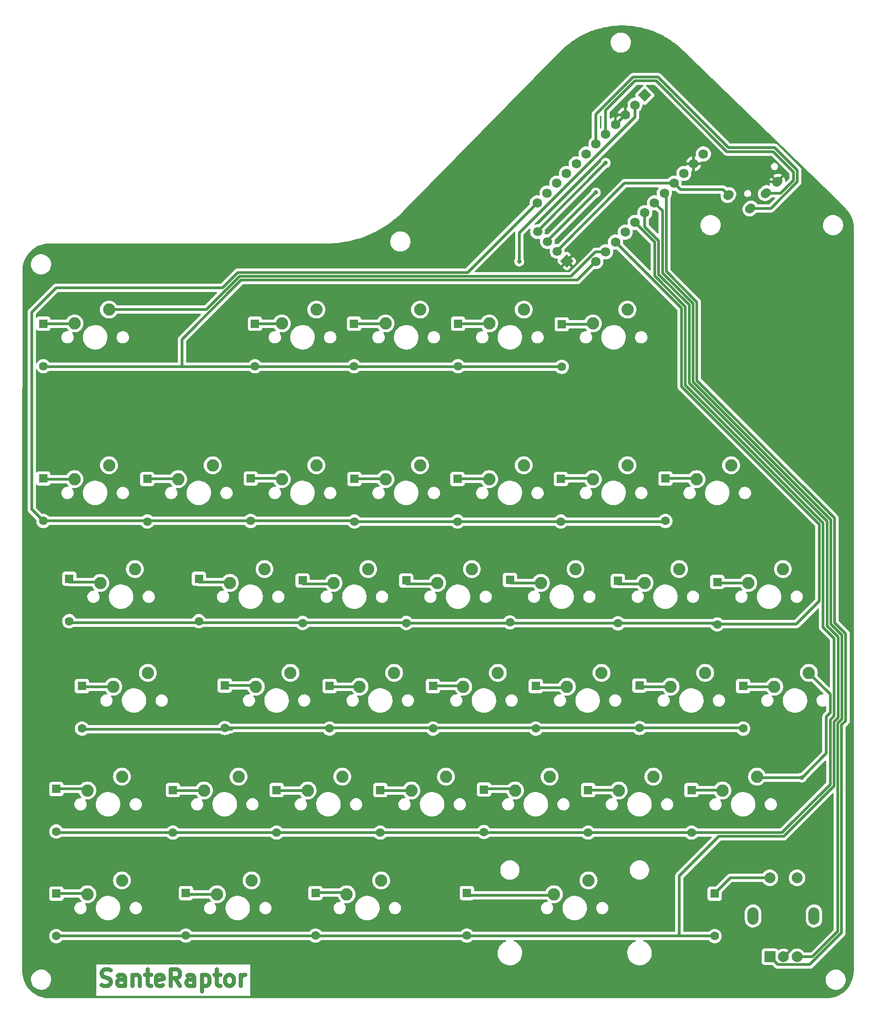
<source format=gtl>
G04 #@! TF.GenerationSoftware,KiCad,Pcbnew,7.0.9-1.fc39*
G04 #@! TF.CreationDate,2024-01-02T19:22:47+02:00*
G04 #@! TF.ProjectId,SplitHsideLeft3,53706c69-7448-4736-9964-654c65667433,rev?*
G04 #@! TF.SameCoordinates,Original*
G04 #@! TF.FileFunction,Copper,L1,Top*
G04 #@! TF.FilePolarity,Positive*
%FSLAX46Y46*%
G04 Gerber Fmt 4.6, Leading zero omitted, Abs format (unit mm)*
G04 Created by KiCad (PCBNEW 7.0.9-1.fc39) date 2024-01-02 19:22:47*
%MOMM*%
%LPD*%
G01*
G04 APERTURE LIST*
G04 Aperture macros list*
%AMHorizOval*
0 Thick line with rounded ends*
0 $1 width*
0 $2 $3 position (X,Y) of the first rounded end (center of the circle)*
0 $4 $5 position (X,Y) of the second rounded end (center of the circle)*
0 Add line between two ends*
20,1,$1,$2,$3,$4,$5,0*
0 Add two circle primitives to create the rounded ends*
1,1,$1,$2,$3*
1,1,$1,$4,$5*%
%AMRotRect*
0 Rectangle, with rotation*
0 The origin of the aperture is its center*
0 $1 length*
0 $2 width*
0 $3 Rotation angle, in degrees counterclockwise*
0 Add horizontal line*
21,1,$1,$2,0,0,$3*%
G04 Aperture macros list end*
%ADD10C,0.750000*%
G04 #@! TA.AperFunction,NonConductor*
%ADD11C,0.750000*%
G04 #@! TD*
G04 #@! TA.AperFunction,ComponentPad*
%ADD12R,1.600000X1.600000*%
G04 #@! TD*
G04 #@! TA.AperFunction,ComponentPad*
%ADD13C,1.600000*%
G04 #@! TD*
G04 #@! TA.AperFunction,ComponentPad*
%ADD14RotRect,1.752600X1.752600X225.000000*%
G04 #@! TD*
G04 #@! TA.AperFunction,ComponentPad*
%ADD15C,1.752600*%
G04 #@! TD*
G04 #@! TA.AperFunction,ComponentPad*
%ADD16HorizOval,1.600000X-0.141421X-0.141421X0.141421X0.141421X0*%
G04 #@! TD*
G04 #@! TA.AperFunction,ComponentPad*
%ADD17C,2.250000*%
G04 #@! TD*
G04 #@! TA.AperFunction,ComponentPad*
%ADD18RotRect,1.700000X1.700000X225.000000*%
G04 #@! TD*
G04 #@! TA.AperFunction,ComponentPad*
%ADD19HorizOval,1.700000X0.000000X0.000000X0.000000X0.000000X0*%
G04 #@! TD*
G04 #@! TA.AperFunction,WasherPad*
%ADD20O,2.000000X3.200000*%
G04 #@! TD*
G04 #@! TA.AperFunction,ComponentPad*
%ADD21R,2.000000X2.000000*%
G04 #@! TD*
G04 #@! TA.AperFunction,ComponentPad*
%ADD22C,2.000000*%
G04 #@! TD*
G04 #@! TA.AperFunction,ViaPad*
%ADD23C,0.800000*%
G04 #@! TD*
G04 #@! TA.AperFunction,Conductor*
%ADD24C,0.500000*%
G04 #@! TD*
G04 #@! TA.AperFunction,Conductor*
%ADD25C,0.250000*%
G04 #@! TD*
G04 APERTURE END LIST*
D10*
D11*
X82064849Y-190451000D02*
X82493421Y-190593857D01*
X82493421Y-190593857D02*
X83207706Y-190593857D01*
X83207706Y-190593857D02*
X83493421Y-190451000D01*
X83493421Y-190451000D02*
X83636278Y-190308142D01*
X83636278Y-190308142D02*
X83779135Y-190022428D01*
X83779135Y-190022428D02*
X83779135Y-189736714D01*
X83779135Y-189736714D02*
X83636278Y-189451000D01*
X83636278Y-189451000D02*
X83493421Y-189308142D01*
X83493421Y-189308142D02*
X83207706Y-189165285D01*
X83207706Y-189165285D02*
X82636278Y-189022428D01*
X82636278Y-189022428D02*
X82350563Y-188879571D01*
X82350563Y-188879571D02*
X82207706Y-188736714D01*
X82207706Y-188736714D02*
X82064849Y-188451000D01*
X82064849Y-188451000D02*
X82064849Y-188165285D01*
X82064849Y-188165285D02*
X82207706Y-187879571D01*
X82207706Y-187879571D02*
X82350563Y-187736714D01*
X82350563Y-187736714D02*
X82636278Y-187593857D01*
X82636278Y-187593857D02*
X83350563Y-187593857D01*
X83350563Y-187593857D02*
X83779135Y-187736714D01*
X86350564Y-190593857D02*
X86350564Y-189022428D01*
X86350564Y-189022428D02*
X86207706Y-188736714D01*
X86207706Y-188736714D02*
X85921992Y-188593857D01*
X85921992Y-188593857D02*
X85350564Y-188593857D01*
X85350564Y-188593857D02*
X85064849Y-188736714D01*
X86350564Y-190451000D02*
X86064849Y-190593857D01*
X86064849Y-190593857D02*
X85350564Y-190593857D01*
X85350564Y-190593857D02*
X85064849Y-190451000D01*
X85064849Y-190451000D02*
X84921992Y-190165285D01*
X84921992Y-190165285D02*
X84921992Y-189879571D01*
X84921992Y-189879571D02*
X85064849Y-189593857D01*
X85064849Y-189593857D02*
X85350564Y-189451000D01*
X85350564Y-189451000D02*
X86064849Y-189451000D01*
X86064849Y-189451000D02*
X86350564Y-189308142D01*
X87779135Y-188593857D02*
X87779135Y-190593857D01*
X87779135Y-188879571D02*
X87921992Y-188736714D01*
X87921992Y-188736714D02*
X88207707Y-188593857D01*
X88207707Y-188593857D02*
X88636278Y-188593857D01*
X88636278Y-188593857D02*
X88921992Y-188736714D01*
X88921992Y-188736714D02*
X89064850Y-189022428D01*
X89064850Y-189022428D02*
X89064850Y-190593857D01*
X90064850Y-188593857D02*
X91207707Y-188593857D01*
X90493421Y-187593857D02*
X90493421Y-190165285D01*
X90493421Y-190165285D02*
X90636278Y-190451000D01*
X90636278Y-190451000D02*
X90921993Y-190593857D01*
X90921993Y-190593857D02*
X91207707Y-190593857D01*
X93350564Y-190451000D02*
X93064850Y-190593857D01*
X93064850Y-190593857D02*
X92493422Y-190593857D01*
X92493422Y-190593857D02*
X92207707Y-190451000D01*
X92207707Y-190451000D02*
X92064850Y-190165285D01*
X92064850Y-190165285D02*
X92064850Y-189022428D01*
X92064850Y-189022428D02*
X92207707Y-188736714D01*
X92207707Y-188736714D02*
X92493422Y-188593857D01*
X92493422Y-188593857D02*
X93064850Y-188593857D01*
X93064850Y-188593857D02*
X93350564Y-188736714D01*
X93350564Y-188736714D02*
X93493422Y-189022428D01*
X93493422Y-189022428D02*
X93493422Y-189308142D01*
X93493422Y-189308142D02*
X92064850Y-189593857D01*
X96493422Y-190593857D02*
X95493422Y-189165285D01*
X94779136Y-190593857D02*
X94779136Y-187593857D01*
X94779136Y-187593857D02*
X95921993Y-187593857D01*
X95921993Y-187593857D02*
X96207708Y-187736714D01*
X96207708Y-187736714D02*
X96350565Y-187879571D01*
X96350565Y-187879571D02*
X96493422Y-188165285D01*
X96493422Y-188165285D02*
X96493422Y-188593857D01*
X96493422Y-188593857D02*
X96350565Y-188879571D01*
X96350565Y-188879571D02*
X96207708Y-189022428D01*
X96207708Y-189022428D02*
X95921993Y-189165285D01*
X95921993Y-189165285D02*
X94779136Y-189165285D01*
X99064851Y-190593857D02*
X99064851Y-189022428D01*
X99064851Y-189022428D02*
X98921993Y-188736714D01*
X98921993Y-188736714D02*
X98636279Y-188593857D01*
X98636279Y-188593857D02*
X98064851Y-188593857D01*
X98064851Y-188593857D02*
X97779136Y-188736714D01*
X99064851Y-190451000D02*
X98779136Y-190593857D01*
X98779136Y-190593857D02*
X98064851Y-190593857D01*
X98064851Y-190593857D02*
X97779136Y-190451000D01*
X97779136Y-190451000D02*
X97636279Y-190165285D01*
X97636279Y-190165285D02*
X97636279Y-189879571D01*
X97636279Y-189879571D02*
X97779136Y-189593857D01*
X97779136Y-189593857D02*
X98064851Y-189451000D01*
X98064851Y-189451000D02*
X98779136Y-189451000D01*
X98779136Y-189451000D02*
X99064851Y-189308142D01*
X100493422Y-188593857D02*
X100493422Y-191593857D01*
X100493422Y-188736714D02*
X100779137Y-188593857D01*
X100779137Y-188593857D02*
X101350565Y-188593857D01*
X101350565Y-188593857D02*
X101636279Y-188736714D01*
X101636279Y-188736714D02*
X101779137Y-188879571D01*
X101779137Y-188879571D02*
X101921994Y-189165285D01*
X101921994Y-189165285D02*
X101921994Y-190022428D01*
X101921994Y-190022428D02*
X101779137Y-190308142D01*
X101779137Y-190308142D02*
X101636279Y-190451000D01*
X101636279Y-190451000D02*
X101350565Y-190593857D01*
X101350565Y-190593857D02*
X100779137Y-190593857D01*
X100779137Y-190593857D02*
X100493422Y-190451000D01*
X102779137Y-188593857D02*
X103921994Y-188593857D01*
X103207708Y-187593857D02*
X103207708Y-190165285D01*
X103207708Y-190165285D02*
X103350565Y-190451000D01*
X103350565Y-190451000D02*
X103636280Y-190593857D01*
X103636280Y-190593857D02*
X103921994Y-190593857D01*
X105350566Y-190593857D02*
X105064851Y-190451000D01*
X105064851Y-190451000D02*
X104921994Y-190308142D01*
X104921994Y-190308142D02*
X104779137Y-190022428D01*
X104779137Y-190022428D02*
X104779137Y-189165285D01*
X104779137Y-189165285D02*
X104921994Y-188879571D01*
X104921994Y-188879571D02*
X105064851Y-188736714D01*
X105064851Y-188736714D02*
X105350566Y-188593857D01*
X105350566Y-188593857D02*
X105779137Y-188593857D01*
X105779137Y-188593857D02*
X106064851Y-188736714D01*
X106064851Y-188736714D02*
X106207709Y-188879571D01*
X106207709Y-188879571D02*
X106350566Y-189165285D01*
X106350566Y-189165285D02*
X106350566Y-190022428D01*
X106350566Y-190022428D02*
X106207709Y-190308142D01*
X106207709Y-190308142D02*
X106064851Y-190451000D01*
X106064851Y-190451000D02*
X105779137Y-190593857D01*
X105779137Y-190593857D02*
X105350566Y-190593857D01*
X107636280Y-190593857D02*
X107636280Y-188593857D01*
X107636280Y-189165285D02*
X107779137Y-188879571D01*
X107779137Y-188879571D02*
X107921995Y-188736714D01*
X107921995Y-188736714D02*
X108207709Y-188593857D01*
X108207709Y-188593857D02*
X108493423Y-188593857D01*
D12*
X71402790Y-69100000D03*
D13*
X71402790Y-76900000D03*
D12*
X71402790Y-97500000D03*
D13*
X71402790Y-105300000D03*
D12*
X76165310Y-115901749D03*
D13*
X76165310Y-123701749D03*
D12*
X78500000Y-135600000D03*
D13*
X78500000Y-143400000D03*
D12*
X73784050Y-154500000D03*
D13*
X73784050Y-162300000D03*
D12*
X73784050Y-173700000D03*
D13*
X73784050Y-181500000D03*
D12*
X90500000Y-97600000D03*
D13*
X90500000Y-105400000D03*
D12*
X99977910Y-115901749D03*
D13*
X99977910Y-123701749D03*
D12*
X104740430Y-135500000D03*
D13*
X104740430Y-143300000D03*
D12*
X95215390Y-154700000D03*
D13*
X95215390Y-162500000D03*
D12*
X97596650Y-173600000D03*
D13*
X97596650Y-181400000D03*
D12*
X109502950Y-97500000D03*
D13*
X109502950Y-105300000D03*
D12*
X119027990Y-116229859D03*
D13*
X119027990Y-124029859D03*
D12*
X124000000Y-135600000D03*
D13*
X124000000Y-143400000D03*
D12*
X114265470Y-154700000D03*
D13*
X114265470Y-162500000D03*
D12*
X121409250Y-173600000D03*
D13*
X121409250Y-181400000D03*
D12*
X128553030Y-97600000D03*
D13*
X128553030Y-105400000D03*
D12*
X138078070Y-116229859D03*
D13*
X138078070Y-124029859D03*
D12*
X143000000Y-135600000D03*
D13*
X143000000Y-143400000D03*
D12*
X133315550Y-154700000D03*
D13*
X133315550Y-162500000D03*
D12*
X166652710Y-69200000D03*
D13*
X166652710Y-77000000D03*
D12*
X147500000Y-97600000D03*
D13*
X147500000Y-105400000D03*
D12*
X157127710Y-116110799D03*
D13*
X157127710Y-123910799D03*
D12*
X161890210Y-135600000D03*
D13*
X161890210Y-143400000D03*
D12*
X152365210Y-154600000D03*
D13*
X152365210Y-162400000D03*
D12*
X180940210Y-135500000D03*
D13*
X180940210Y-143300000D03*
D12*
X171500000Y-154700000D03*
D13*
X171500000Y-162500000D03*
D12*
X195227710Y-116500000D03*
D13*
X195227710Y-124300000D03*
D12*
X199990210Y-135600000D03*
D13*
X199990210Y-143400000D03*
D12*
X190500000Y-154700000D03*
D13*
X190500000Y-162500000D03*
D14*
X181902710Y-27153485D03*
D15*
X180106659Y-28949536D03*
X178310608Y-30745587D03*
X176514556Y-32541638D03*
X174718505Y-34337689D03*
X172922454Y-36133741D03*
X171126403Y-37929792D03*
X169330351Y-39725843D03*
X167534300Y-41521894D03*
X165738249Y-43317946D03*
X163942198Y-45113997D03*
X162146147Y-46910048D03*
X172922454Y-57686355D03*
X174718505Y-55890304D03*
X176514556Y-54094253D03*
X178310608Y-52298202D03*
X180106659Y-50502151D03*
X181902710Y-48706099D03*
X183698761Y-46910048D03*
X185494813Y-45113997D03*
X187290864Y-43317946D03*
X189086915Y-41521894D03*
X190882966Y-39725843D03*
X192679017Y-37929792D03*
D16*
X197269744Y-45474874D03*
X201300252Y-47949748D03*
X204128680Y-45121321D03*
X206250000Y-43000000D03*
D17*
X77117830Y-97616339D03*
X83467830Y-95076339D03*
X81880350Y-116666419D03*
X88230350Y-114126419D03*
X84261610Y-135716499D03*
X90611610Y-133176499D03*
X79499090Y-154766579D03*
X85849090Y-152226579D03*
X79499090Y-173816659D03*
X85849090Y-171276659D03*
X96167910Y-97616339D03*
X102517910Y-95076339D03*
X105692950Y-116666419D03*
X112042950Y-114126419D03*
X110455470Y-135716499D03*
X116805470Y-133176499D03*
X100930430Y-154766579D03*
X107280430Y-152226579D03*
X103311690Y-173816659D03*
X109661690Y-171276659D03*
X134267710Y-69041219D03*
X140617710Y-66501219D03*
X115217990Y-97616339D03*
X121567990Y-95076339D03*
X124743030Y-116666419D03*
X131093030Y-114126419D03*
X129505550Y-135716499D03*
X135855550Y-133176499D03*
X119980510Y-154766579D03*
X126330510Y-152226579D03*
X127124290Y-173816659D03*
X133474290Y-171276659D03*
X134268070Y-97616339D03*
X140618070Y-95076339D03*
X143793110Y-116666419D03*
X150143110Y-114126419D03*
X148555630Y-135716499D03*
X154905630Y-133176499D03*
X139030590Y-154766579D03*
X145380590Y-152226579D03*
X172367710Y-69041219D03*
X178717710Y-66501219D03*
X153317710Y-97616099D03*
X159667710Y-95076099D03*
X162842710Y-116666099D03*
X169192710Y-114126099D03*
X167605210Y-135716099D03*
X173955210Y-133176099D03*
X158080210Y-154766099D03*
X164430210Y-152226099D03*
X77117830Y-69041219D03*
X83467830Y-66501219D03*
D12*
X110296460Y-69100000D03*
D13*
X110296460Y-76900000D03*
D12*
X185702710Y-97500000D03*
D13*
X185702710Y-105300000D03*
D17*
X191417710Y-97616099D03*
X197767710Y-95076099D03*
X153318070Y-69041219D03*
X159668070Y-66501219D03*
D12*
X147602710Y-69100000D03*
D13*
X147602710Y-76900000D03*
D12*
X128500000Y-69100000D03*
D13*
X128500000Y-76900000D03*
D17*
X172367710Y-97616099D03*
X178717710Y-95076099D03*
X181892710Y-116666099D03*
X188242710Y-114126099D03*
X186655210Y-135716099D03*
X193005210Y-133176099D03*
X177130210Y-154766099D03*
X183480210Y-152226099D03*
X200942710Y-116666099D03*
X207292710Y-114126099D03*
X205705210Y-135716099D03*
X212055210Y-133176099D03*
X196180210Y-154766099D03*
X202530210Y-152226099D03*
X115217710Y-69041099D03*
X121567710Y-66501099D03*
D12*
X166500000Y-97600000D03*
D13*
X166500000Y-105400000D03*
D12*
X149225000Y-173600000D03*
D13*
X149225000Y-181400000D03*
D17*
X165223960Y-173816099D03*
X171573960Y-171276099D03*
D12*
X176971460Y-116298299D03*
D13*
X176971460Y-124098299D03*
D18*
X167600000Y-57600000D03*
D19*
X165803949Y-55803949D03*
X164007898Y-54007898D03*
X162211846Y-52211846D03*
D20*
X201800000Y-177800000D03*
X213000000Y-177800000D03*
D21*
X204900000Y-185300000D03*
D22*
X209900000Y-185300000D03*
X207400000Y-185300000D03*
X209900000Y-170800000D03*
X204900000Y-170800000D03*
D12*
X194750000Y-173700000D03*
D13*
X194750000Y-181500000D03*
D23*
X178100000Y-47100000D03*
X174718505Y-39581495D03*
X172900000Y-45015794D03*
X158849500Y-57665955D03*
X210750000Y-152409699D03*
D24*
X204900000Y-170800000D02*
X197650000Y-170800000D01*
X197650000Y-170800000D02*
X194750000Y-173700000D01*
X204000000Y-43000000D02*
X206250000Y-43000000D01*
X167600000Y-57500000D02*
X167600000Y-57600000D01*
X200725843Y-39725843D02*
X204000000Y-43000000D01*
X178310607Y-30745587D02*
X178310608Y-30745587D01*
X190882966Y-39725843D02*
X200725843Y-39725843D01*
X167600000Y-57600000D02*
X178100000Y-47100000D01*
X176514556Y-32541638D02*
X178310607Y-30745587D01*
X174718505Y-39581495D02*
X174718505Y-39605187D01*
X180077710Y-24531099D02*
X174718505Y-29890304D01*
X209250000Y-42750000D02*
X209250000Y-41250000D01*
X205500000Y-37500000D02*
X197000000Y-37500000D01*
X182531099Y-24531099D02*
X180077710Y-24531099D01*
X162211846Y-52111846D02*
X162211846Y-52211846D01*
X209250000Y-41250000D02*
X205500000Y-37500000D01*
X197000000Y-37500000D02*
X184031099Y-24531099D01*
X184031099Y-24531099D02*
X182400000Y-24531099D01*
X174718505Y-29890304D02*
X174718505Y-34337689D01*
X206878679Y-45121321D02*
X209250000Y-42750000D01*
X174718505Y-39605187D02*
X162211846Y-52111846D01*
X204128680Y-45121321D02*
X206878679Y-45121321D01*
X190777710Y-65387558D02*
X185152710Y-59762557D01*
X185152710Y-59762557D02*
X185152710Y-48363997D01*
X218112800Y-141698484D02*
X218112800Y-126286290D01*
X185152710Y-48363997D02*
X183698761Y-46910048D01*
X209900000Y-185300000D02*
X212692600Y-185300000D01*
X216077710Y-124251199D02*
X216077710Y-105086250D01*
X218112800Y-126286290D02*
X216077710Y-124251199D01*
X217370210Y-142441074D02*
X218112800Y-141698484D01*
X212692600Y-185300000D02*
X217370210Y-180622390D01*
X217370210Y-180622390D02*
X217370210Y-142441074D01*
X216077710Y-105086250D02*
X190777710Y-79786250D01*
X190777710Y-79786250D02*
X190777710Y-65387558D01*
X184321048Y-23831099D02*
X179752710Y-23831099D01*
X205789949Y-36800000D02*
X197289950Y-36800000D01*
X172900000Y-45015794D02*
X164007898Y-53907896D01*
X172922454Y-30661355D02*
X172922454Y-36133741D01*
X209950000Y-40960050D02*
X205789949Y-36800000D01*
X197289950Y-36800000D02*
X184321048Y-23831099D01*
X179752710Y-23831099D02*
X172922454Y-30661355D01*
X209950000Y-43050000D02*
X209950000Y-40960050D01*
X201300252Y-47949748D02*
X205050252Y-47949748D01*
X205050252Y-47949748D02*
X209950000Y-43050000D01*
X164007898Y-53907896D02*
X164007898Y-54007898D01*
X187290864Y-43317946D02*
X178189950Y-43317946D01*
X165803949Y-55703947D02*
X165803949Y-55803949D01*
X188455761Y-44482843D02*
X187290864Y-43317946D01*
X196277713Y-44482843D02*
X188455761Y-44482843D01*
X178189950Y-43317946D02*
X165803949Y-55703947D01*
X197269744Y-45474874D02*
X196277713Y-44482843D01*
X169508809Y-61100000D02*
X172922454Y-57686355D01*
X71502790Y-77000000D02*
X95358929Y-77000000D01*
X97000000Y-77000000D02*
X96877710Y-76877710D01*
X96877710Y-76877710D02*
X96877710Y-71972290D01*
X95358929Y-77000000D02*
X166652710Y-77000000D01*
X107750000Y-61100000D02*
X169508809Y-61100000D01*
X96877710Y-71972290D02*
X107750000Y-61100000D01*
X95358929Y-77000000D02*
X97000000Y-77000000D01*
X71402790Y-76900000D02*
X71502790Y-77000000D01*
X71402790Y-69100000D02*
X77059049Y-69100000D01*
X77059049Y-69100000D02*
X77117830Y-69041219D01*
X73750000Y-62500000D02*
X104343859Y-62500000D01*
X166500000Y-105900000D02*
X166500000Y-105500000D01*
X149356195Y-59700000D02*
X162146147Y-46910048D01*
X71402790Y-105300000D02*
X128453030Y-105300000D01*
X185502710Y-105500000D02*
X185702710Y-105300000D01*
X128453030Y-105300000D02*
X128553030Y-105400000D01*
X185602710Y-105400000D02*
X185702710Y-105300000D01*
X69250000Y-67000000D02*
X73750000Y-62500000D01*
X71602790Y-105500000D02*
X71402790Y-105300000D01*
X128553030Y-105400000D02*
X185602710Y-105400000D01*
X69250000Y-103147210D02*
X69250000Y-67000000D01*
X71402790Y-105300000D02*
X69250000Y-103147210D01*
X104343859Y-62500000D02*
X107143861Y-59700000D01*
X107143861Y-59700000D02*
X149356195Y-59700000D01*
X77117830Y-97616339D02*
X71519129Y-97616339D01*
X71519129Y-97616339D02*
X71402790Y-97500000D01*
X99679659Y-124000000D02*
X76463561Y-124000000D01*
X176903020Y-124029859D02*
X176971460Y-124098299D01*
X138078070Y-124029859D02*
X176903020Y-124029859D01*
X176971460Y-124098299D02*
X195026009Y-124098299D01*
X100276161Y-124000000D02*
X118998131Y-124000000D01*
X138751229Y-123952000D02*
X138078070Y-124625159D01*
X213977710Y-120000000D02*
X209771710Y-124206000D01*
X76463561Y-124000000D02*
X76165310Y-123701749D01*
X99977910Y-123701749D02*
X100276161Y-124000000D01*
X188677710Y-80656099D02*
X213977710Y-105956099D01*
X76161561Y-123698000D02*
X76165310Y-123701749D01*
X119057849Y-124000000D02*
X138048211Y-124000000D01*
X213977710Y-105956099D02*
X213977710Y-120000000D01*
X138048211Y-124000000D02*
X138078070Y-124029859D01*
X195026009Y-124098299D02*
X195227710Y-124300000D01*
X188677710Y-66257407D02*
X188677710Y-80656099D01*
X176514556Y-54094253D02*
X188677710Y-66257407D01*
X99977910Y-123701749D02*
X99679659Y-124000000D01*
X209771710Y-124206000D02*
X194326259Y-124206000D01*
X119027990Y-124029859D02*
X119057849Y-124000000D01*
X118998131Y-124000000D02*
X119027990Y-124029859D01*
X76165310Y-116497049D02*
X81710980Y-116497049D01*
X81710980Y-116497049D02*
X81880350Y-116666419D01*
D25*
X199872090Y-143465869D02*
X199990830Y-143347129D01*
D24*
X199990210Y-143674849D02*
X199815361Y-143500000D01*
D25*
X180731380Y-143675239D02*
X180940750Y-143465869D01*
D24*
X78600000Y-143500000D02*
X106000000Y-143500000D01*
X78500000Y-143400000D02*
X78600000Y-143500000D01*
X199890210Y-143300000D02*
X199990210Y-143400000D01*
X104740430Y-143300000D02*
X199890210Y-143300000D01*
X78616499Y-135716499D02*
X84261610Y-135716499D01*
X78500000Y-135600000D02*
X78616499Y-135716499D01*
X73784050Y-162300000D02*
X73984050Y-162500000D01*
X73984050Y-162500000D02*
X95215390Y-162500000D01*
X183752710Y-54148202D02*
X180106659Y-50502151D01*
X215970210Y-141861174D02*
X216712800Y-141118584D01*
X190500000Y-162500000D02*
X207140210Y-162500000D01*
X133315550Y-162500000D02*
X190500000Y-162500000D01*
X214677710Y-124831099D02*
X214677710Y-105666149D01*
X183752710Y-60342457D02*
X183752710Y-54148202D01*
X95215390Y-162500000D02*
X133315550Y-162500000D01*
X214677710Y-105666149D02*
X189377710Y-80366149D01*
X152265210Y-162500000D02*
X152365210Y-162400000D01*
X189377710Y-80366149D02*
X189377710Y-65967457D01*
X216712800Y-141118584D02*
X216712800Y-126866189D01*
X171415210Y-162415210D02*
X171687000Y-162687000D01*
X216712800Y-126866189D02*
X214677710Y-124831099D01*
X215970210Y-153670000D02*
X215970210Y-141861174D01*
X189377710Y-65967457D02*
X183752710Y-60342457D01*
X207140210Y-162500000D02*
X215970210Y-153670000D01*
X79232511Y-154500000D02*
X79499090Y-154766579D01*
X73784050Y-154500000D02*
X79232511Y-154500000D01*
X188000000Y-181500000D02*
X182250000Y-181500000D01*
X195550000Y-163200000D02*
X188250000Y-170500000D01*
X215377710Y-105376200D02*
X215377710Y-124541149D01*
X207430159Y-163200000D02*
X195550000Y-163200000D01*
X190077710Y-65677508D02*
X190077710Y-80076199D01*
X216670210Y-142151124D02*
X216670210Y-153959950D01*
X215377710Y-124541149D02*
X217412800Y-126576240D01*
X181902710Y-48706099D02*
X181902710Y-51308252D01*
X184452710Y-60052507D02*
X190077710Y-65677508D01*
X217412800Y-126576240D02*
X217412800Y-141408534D01*
X182250000Y-181500000D02*
X73784050Y-181500000D01*
X190077710Y-80076199D02*
X215377710Y-105376200D01*
X188250000Y-170500000D02*
X188250000Y-181250000D01*
X182250000Y-181500000D02*
X194750000Y-181500000D01*
X217412800Y-141408534D02*
X216670210Y-142151124D01*
X216670210Y-153959950D02*
X207430159Y-163200000D01*
X188250000Y-181250000D02*
X188000000Y-181500000D01*
X181902710Y-51308252D02*
X184452710Y-53858253D01*
X184452710Y-53858253D02*
X184452710Y-60052507D01*
X73784050Y-173700000D02*
X79382431Y-173700000D01*
X79382431Y-173700000D02*
X79499090Y-173816659D01*
X110296460Y-69100000D02*
X115158809Y-69100000D01*
X115158809Y-69100000D02*
X115217710Y-69041099D01*
X96151571Y-97600000D02*
X96167910Y-97616339D01*
X90500000Y-97600000D02*
X96151571Y-97600000D01*
X99977910Y-116497049D02*
X105523580Y-116497049D01*
X105523580Y-116497049D02*
X105692950Y-116666419D01*
X104740430Y-135500000D02*
X110238971Y-135500000D01*
X110238971Y-135500000D02*
X110455470Y-135716499D01*
X95233421Y-154766579D02*
X100930430Y-154766579D01*
X97813309Y-173816659D02*
X103311690Y-173816659D01*
X97596650Y-174000000D02*
X97596650Y-173600000D01*
X97596650Y-173600000D02*
X97813309Y-173816659D01*
X134208929Y-69100000D02*
X134267710Y-69041219D01*
X128500000Y-69100000D02*
X134208929Y-69100000D01*
X115101651Y-97500000D02*
X109502950Y-97500000D01*
X115217990Y-97616339D02*
X115101651Y-97500000D01*
X119027990Y-116825159D02*
X124584290Y-116825159D01*
X124584290Y-116825159D02*
X124743030Y-116666419D01*
X129505550Y-135716499D02*
X124116499Y-135716499D01*
X124116499Y-135716499D02*
X124000000Y-135600000D01*
X114332049Y-154766579D02*
X119980510Y-154766579D01*
X114265470Y-154700000D02*
X114332049Y-154766579D01*
X121409250Y-173600000D02*
X121509250Y-173500000D01*
X126807631Y-173500000D02*
X127124290Y-173816659D01*
X121509250Y-173500000D02*
X126807631Y-173500000D01*
X147602710Y-69100000D02*
X153259289Y-69100000D01*
X153259289Y-69100000D02*
X153318070Y-69041219D01*
X134251731Y-97600000D02*
X134268070Y-97616339D01*
X128553030Y-97600000D02*
X134251731Y-97600000D01*
X138078070Y-116825159D02*
X143634370Y-116825159D01*
X143634370Y-116825159D02*
X143793110Y-116666419D01*
X148439131Y-135600000D02*
X148555630Y-135716499D01*
X143000000Y-135600000D02*
X148439131Y-135600000D01*
X133382129Y-154766579D02*
X139030590Y-154766579D01*
X133315550Y-154700000D02*
X133382129Y-154766579D01*
X165223960Y-173816099D02*
X165040059Y-174000000D01*
X165040059Y-174000000D02*
X149625000Y-174000000D01*
X149625000Y-174000000D02*
X149225000Y-173600000D01*
X172208929Y-69200000D02*
X172367710Y-69041219D01*
X166652710Y-69200000D02*
X172208929Y-69200000D01*
X153301611Y-97600000D02*
X153317710Y-97616099D01*
X147500000Y-97600000D02*
X153301611Y-97600000D01*
X162802710Y-116706099D02*
X162842710Y-116666099D01*
X157127710Y-116706099D02*
X162802710Y-116706099D01*
D25*
X162049410Y-135716499D02*
X161890670Y-135875239D01*
D24*
X167446460Y-135874849D02*
X167605210Y-135716099D01*
X161890210Y-135874849D02*
X167446460Y-135874849D01*
X152365210Y-154500000D02*
X157814111Y-154500000D01*
X157814111Y-154500000D02*
X158080210Y-154766099D01*
X166500000Y-97600000D02*
X166600000Y-97500000D01*
X172251611Y-97500000D02*
X172367710Y-97616099D01*
X166600000Y-97500000D02*
X172251611Y-97500000D01*
D25*
X181734530Y-116825159D02*
X181893270Y-116666419D01*
D24*
X176971460Y-116893599D02*
X181665210Y-116893599D01*
X181665210Y-116893599D02*
X181892710Y-116666099D01*
D25*
X180991380Y-135716499D02*
X180940750Y-135665869D01*
D24*
X181098960Y-135716099D02*
X180940210Y-135874849D01*
X186655210Y-135716099D02*
X181098960Y-135716099D01*
X171500000Y-154700000D02*
X177064111Y-154700000D01*
X177064111Y-154700000D02*
X177130210Y-154766099D01*
X185702710Y-97500000D02*
X191301611Y-97500000D01*
X191301611Y-97500000D02*
X191417710Y-97616099D01*
X195227710Y-116500000D02*
X195393809Y-116666099D01*
X195393809Y-116666099D02*
X200942710Y-116666099D01*
X199990210Y-135279549D02*
X200473661Y-135763000D01*
X200473661Y-135763000D02*
X205658309Y-135763000D01*
D25*
X200160200Y-135716499D02*
X199990830Y-135547129D01*
D24*
X205658309Y-135763000D02*
X205705210Y-135716099D01*
X190500000Y-154700000D02*
X196114111Y-154700000D01*
X196114111Y-154700000D02*
X196180210Y-154766099D01*
X158849500Y-52450500D02*
X180106659Y-31193341D01*
X158849500Y-57665955D02*
X158849500Y-52450500D01*
X180106659Y-31193341D02*
X180106659Y-28949536D01*
X215270210Y-141255390D02*
X216012800Y-140512800D01*
X216012800Y-140512800D02*
X216000000Y-140500000D01*
X210840301Y-152409699D02*
X215270210Y-147979790D01*
X216000000Y-137120889D02*
X212055210Y-133176099D01*
X210750000Y-152409699D02*
X202713810Y-152409699D01*
X202713810Y-152409699D02*
X202530210Y-152226099D01*
X215270210Y-147979790D02*
X215270210Y-141255390D01*
X210750000Y-152409699D02*
X210840301Y-152409699D01*
D25*
X207293350Y-114126419D02*
X207293350Y-114285159D01*
D24*
X207546710Y-113872099D02*
X207292710Y-114126099D01*
X216000000Y-140500000D02*
X216000000Y-137120889D01*
X172842833Y-55890304D02*
X174718505Y-55890304D01*
X101332591Y-66501219D02*
X107433810Y-60400000D01*
X168333137Y-60400000D02*
X172842833Y-55890304D01*
X107433810Y-60400000D02*
X168333137Y-60400000D01*
X83467830Y-66501219D02*
X101332591Y-66501219D01*
X218070210Y-142731024D02*
X218812800Y-141988433D01*
X206350000Y-186750000D02*
X212232549Y-186750000D01*
X185852710Y-45471894D02*
X185494813Y-45113997D01*
X218812800Y-141988433D02*
X218812800Y-125996340D01*
X204900000Y-185300000D02*
X206350000Y-186750000D01*
X191477710Y-65097608D02*
X185852710Y-59472607D01*
X218812800Y-125996340D02*
X216777710Y-123961249D01*
X191477710Y-79496300D02*
X191477710Y-65097608D01*
X185852710Y-59472607D02*
X185852710Y-45471894D01*
X218070210Y-180912339D02*
X218070210Y-142731024D01*
X216777710Y-104796300D02*
X191477710Y-79496300D01*
X212232549Y-186750000D02*
X218070210Y-180912339D01*
X216777710Y-123961249D02*
X216777710Y-104796300D01*
G04 #@! TA.AperFunction,Conductor*
G36*
X184356434Y-44096131D02*
G01*
X184402189Y-44148935D01*
X184412133Y-44218093D01*
X184393204Y-44268267D01*
X184272743Y-44452646D01*
X184180556Y-44662811D01*
X184124218Y-44885288D01*
X184105267Y-45113991D01*
X184105267Y-45114002D01*
X184124218Y-45342707D01*
X184139600Y-45403450D01*
X184136974Y-45473270D01*
X184097018Y-45530587D01*
X184032416Y-45557203D01*
X183998985Y-45556198D01*
X183813509Y-45525248D01*
X183584013Y-45525248D01*
X183527421Y-45534691D01*
X183357645Y-45563022D01*
X183140591Y-45637537D01*
X183140580Y-45637542D01*
X182938753Y-45746765D01*
X182938748Y-45746768D01*
X182757649Y-45887724D01*
X182602211Y-46056573D01*
X182476691Y-46248697D01*
X182384504Y-46458862D01*
X182328166Y-46681339D01*
X182309215Y-46910042D01*
X182309215Y-46910053D01*
X182328166Y-47138758D01*
X182343548Y-47199501D01*
X182340922Y-47269321D01*
X182300966Y-47326638D01*
X182236364Y-47353254D01*
X182202932Y-47352249D01*
X182069010Y-47329901D01*
X182017458Y-47321299D01*
X181787962Y-47321299D01*
X181731370Y-47330742D01*
X181561594Y-47359073D01*
X181344540Y-47433588D01*
X181344529Y-47433593D01*
X181142702Y-47542816D01*
X181142697Y-47542819D01*
X180961598Y-47683775D01*
X180806160Y-47852624D01*
X180680640Y-48044748D01*
X180588453Y-48254913D01*
X180532115Y-48477390D01*
X180513164Y-48706093D01*
X180513164Y-48706104D01*
X180532115Y-48934809D01*
X180547497Y-48995553D01*
X180544871Y-49065373D01*
X180504915Y-49122690D01*
X180440313Y-49149306D01*
X180406881Y-49148301D01*
X180272959Y-49125953D01*
X180221407Y-49117351D01*
X179991911Y-49117351D01*
X179935319Y-49126794D01*
X179765543Y-49155125D01*
X179548489Y-49229640D01*
X179548478Y-49229645D01*
X179346651Y-49338868D01*
X179346646Y-49338871D01*
X179165547Y-49479827D01*
X179010109Y-49648676D01*
X178884589Y-49840800D01*
X178792402Y-50050965D01*
X178736064Y-50273442D01*
X178717113Y-50502145D01*
X178717113Y-50502156D01*
X178736064Y-50730861D01*
X178751446Y-50791604D01*
X178748820Y-50861424D01*
X178708864Y-50918741D01*
X178644262Y-50945357D01*
X178610830Y-50944352D01*
X178476908Y-50922004D01*
X178425356Y-50913402D01*
X178195860Y-50913402D01*
X178139386Y-50922826D01*
X177969492Y-50951176D01*
X177752438Y-51025691D01*
X177752427Y-51025696D01*
X177550600Y-51134919D01*
X177550595Y-51134922D01*
X177369496Y-51275878D01*
X177214058Y-51444727D01*
X177088538Y-51636851D01*
X176996351Y-51847016D01*
X176940013Y-52069493D01*
X176921062Y-52298196D01*
X176921062Y-52298207D01*
X176940013Y-52526912D01*
X176955395Y-52587655D01*
X176952769Y-52657475D01*
X176912813Y-52714792D01*
X176848211Y-52741408D01*
X176814780Y-52740403D01*
X176629304Y-52709453D01*
X176399808Y-52709453D01*
X176343216Y-52718896D01*
X176173440Y-52747227D01*
X175956386Y-52821742D01*
X175956375Y-52821747D01*
X175754548Y-52930970D01*
X175754543Y-52930973D01*
X175573444Y-53071929D01*
X175418006Y-53240778D01*
X175292486Y-53432902D01*
X175200299Y-53643067D01*
X175143961Y-53865544D01*
X175125010Y-54094247D01*
X175125010Y-54094258D01*
X175143961Y-54322963D01*
X175159343Y-54383706D01*
X175156717Y-54453526D01*
X175116761Y-54510843D01*
X175052159Y-54537459D01*
X175018727Y-54536454D01*
X174882638Y-54513745D01*
X174833253Y-54505504D01*
X174603757Y-54505504D01*
X174554372Y-54513745D01*
X174377389Y-54543278D01*
X174160335Y-54617793D01*
X174160324Y-54617798D01*
X173958497Y-54727021D01*
X173958492Y-54727024D01*
X173777393Y-54867980D01*
X173621955Y-55036829D01*
X173596610Y-55075625D01*
X173543464Y-55120982D01*
X173492801Y-55131804D01*
X172907127Y-55131804D01*
X172889157Y-55130495D01*
X172865039Y-55126962D01*
X172819484Y-55130949D01*
X172812406Y-55131568D01*
X172807005Y-55131804D01*
X172798653Y-55131804D01*
X172782195Y-55133727D01*
X172765737Y-55135651D01*
X172688410Y-55142416D01*
X172681336Y-55143877D01*
X172681326Y-55143830D01*
X172673738Y-55145513D01*
X172673749Y-55145559D01*
X172666723Y-55147224D01*
X172666720Y-55147224D01*
X172666720Y-55147225D01*
X172593777Y-55173773D01*
X172520094Y-55198189D01*
X172513546Y-55201243D01*
X172513526Y-55201200D01*
X172506535Y-55204584D01*
X172506557Y-55204627D01*
X172500102Y-55207868D01*
X172435233Y-55250532D01*
X172369185Y-55291272D01*
X172363515Y-55295755D01*
X172363485Y-55295717D01*
X172357460Y-55300626D01*
X172357490Y-55300661D01*
X172351965Y-55305297D01*
X172298669Y-55361786D01*
X168055275Y-59605181D01*
X167993952Y-59638666D01*
X167967594Y-59641500D01*
X150786738Y-59641500D01*
X150719699Y-59621815D01*
X150673944Y-59569011D01*
X150664000Y-59499853D01*
X150693025Y-59436297D01*
X150699057Y-59429819D01*
X152462921Y-57665955D01*
X157882462Y-52246412D01*
X157943783Y-52212929D01*
X158013475Y-52217913D01*
X158069408Y-52259785D01*
X158093825Y-52325249D01*
X158091452Y-52354627D01*
X158091838Y-52354673D01*
X158090161Y-52369019D01*
X158090113Y-52369013D01*
X158089323Y-52376744D01*
X158089370Y-52376749D01*
X158088740Y-52383938D01*
X158091000Y-52461579D01*
X158091000Y-57129490D01*
X158074388Y-57191488D01*
X158029196Y-57269765D01*
X158014972Y-57294401D01*
X158014970Y-57294405D01*
X157961919Y-57457681D01*
X157955958Y-57476027D01*
X157935996Y-57665955D01*
X157955958Y-57855883D01*
X157955959Y-57855886D01*
X158014970Y-58037504D01*
X158014973Y-58037511D01*
X158110460Y-58202899D01*
X158238247Y-58344821D01*
X158392748Y-58457073D01*
X158567212Y-58534749D01*
X158754013Y-58574455D01*
X158944987Y-58574455D01*
X159131788Y-58534749D01*
X159306252Y-58457073D01*
X159460753Y-58344821D01*
X159588540Y-58202899D01*
X159684027Y-58037511D01*
X159743042Y-57855883D01*
X159763004Y-57665955D01*
X159743042Y-57476027D01*
X159684027Y-57294399D01*
X159624611Y-57191488D01*
X159608000Y-57129490D01*
X159608000Y-52816042D01*
X159627685Y-52749003D01*
X159644314Y-52728366D01*
X160712323Y-51660357D01*
X160773642Y-51626875D01*
X160843334Y-51631859D01*
X160899267Y-51673731D01*
X160923684Y-51739195D01*
X160920206Y-51778481D01*
X160867282Y-51987473D01*
X160867280Y-51987486D01*
X160848690Y-52211840D01*
X160848690Y-52211851D01*
X160867280Y-52436205D01*
X160867282Y-52436217D01*
X160922549Y-52654460D01*
X161012986Y-52860638D01*
X161136122Y-53049111D01*
X161136130Y-53049122D01*
X161288602Y-53214748D01*
X161288606Y-53214752D01*
X161466270Y-53353035D01*
X161466271Y-53353035D01*
X161466273Y-53353037D01*
X161554739Y-53400912D01*
X161664272Y-53460188D01*
X161877211Y-53533290D01*
X162099277Y-53570346D01*
X162324414Y-53570346D01*
X162324415Y-53570346D01*
X162546481Y-53533290D01*
X162546486Y-53533288D01*
X162547446Y-53533128D01*
X162616811Y-53541510D01*
X162670633Y-53586063D01*
X162691824Y-53652641D01*
X162688062Y-53685876D01*
X162663335Y-53783522D01*
X162663332Y-53783538D01*
X162644742Y-54007892D01*
X162644742Y-54007903D01*
X162663332Y-54232257D01*
X162663334Y-54232269D01*
X162718601Y-54450512D01*
X162809038Y-54656690D01*
X162932174Y-54845163D01*
X162932182Y-54845174D01*
X163084654Y-55010800D01*
X163084659Y-55010805D01*
X163143879Y-55056898D01*
X163262322Y-55149087D01*
X163262323Y-55149087D01*
X163262325Y-55149089D01*
X163358619Y-55201200D01*
X163460324Y-55256240D01*
X163673263Y-55329342D01*
X163895329Y-55366398D01*
X164120466Y-55366398D01*
X164120467Y-55366398D01*
X164342533Y-55329342D01*
X164342533Y-55329341D01*
X164343497Y-55329181D01*
X164412863Y-55337563D01*
X164466685Y-55382116D01*
X164487875Y-55448695D01*
X164484113Y-55481930D01*
X164459385Y-55579576D01*
X164459383Y-55579589D01*
X164440793Y-55803943D01*
X164440793Y-55803954D01*
X164459383Y-56028308D01*
X164459385Y-56028320D01*
X164514652Y-56246563D01*
X164605089Y-56452741D01*
X164728225Y-56641214D01*
X164728233Y-56641225D01*
X164880705Y-56806851D01*
X164880709Y-56806855D01*
X165058373Y-56945138D01*
X165058374Y-56945138D01*
X165058376Y-56945140D01*
X165183973Y-57013109D01*
X165256375Y-57052291D01*
X165469314Y-57125393D01*
X165691380Y-57162449D01*
X165855120Y-57162449D01*
X165922159Y-57182134D01*
X165967914Y-57234938D01*
X165977858Y-57304096D01*
X165967914Y-57337961D01*
X165913238Y-57457681D01*
X165913237Y-57457686D01*
X165892777Y-57600000D01*
X165913237Y-57742313D01*
X165913238Y-57742318D01*
X165972964Y-57873097D01*
X166010544Y-57919732D01*
X166468629Y-58377817D01*
X167116922Y-57729523D01*
X167140507Y-57809844D01*
X167218239Y-57930798D01*
X167326900Y-58024952D01*
X167457685Y-58084680D01*
X167467466Y-58086086D01*
X166822182Y-58731370D01*
X167280267Y-59189455D01*
X167326902Y-59227035D01*
X167457681Y-59286761D01*
X167457686Y-59286762D01*
X167600000Y-59307222D01*
X167742313Y-59286762D01*
X167742318Y-59286761D01*
X167873097Y-59227035D01*
X167919732Y-59189455D01*
X168377817Y-58731370D01*
X168377817Y-58731369D01*
X167732533Y-58086086D01*
X167742315Y-58084680D01*
X167873100Y-58024952D01*
X167981761Y-57930798D01*
X168059493Y-57809844D01*
X168083076Y-57729524D01*
X168731369Y-58377817D01*
X168731370Y-58377817D01*
X169189455Y-57919732D01*
X169227035Y-57873097D01*
X169286761Y-57742318D01*
X169286762Y-57742313D01*
X169307222Y-57600000D01*
X169286762Y-57457686D01*
X169286761Y-57457681D01*
X169227035Y-57326902D01*
X169189455Y-57280267D01*
X168731370Y-56822182D01*
X168731369Y-56822182D01*
X168083076Y-57470475D01*
X168059493Y-57390156D01*
X167981761Y-57269202D01*
X167873100Y-57175048D01*
X167742315Y-57115320D01*
X167732533Y-57113913D01*
X168377817Y-56468629D01*
X168377817Y-56468628D01*
X167919736Y-56010548D01*
X167919732Y-56010544D01*
X167873097Y-55972964D01*
X167742318Y-55913238D01*
X167742313Y-55913237D01*
X167600000Y-55892777D01*
X167457686Y-55913237D01*
X167457678Y-55913239D01*
X167338833Y-55967515D01*
X167269675Y-55977459D01*
X167206119Y-55948434D01*
X167168345Y-55889656D01*
X167163746Y-55844481D01*
X167167105Y-55803949D01*
X167148513Y-55579581D01*
X167136000Y-55530170D01*
X167138624Y-55460354D01*
X167168522Y-55412053D01*
X178467812Y-44112765D01*
X178529135Y-44079280D01*
X178555493Y-44076446D01*
X184289395Y-44076446D01*
X184356434Y-44096131D01*
G37*
G04 #@! TD.AperFunction*
G04 #@! TA.AperFunction,Conductor*
G36*
X181579308Y-25309284D02*
G01*
X181625063Y-25362088D01*
X181635007Y-25431246D01*
X181605982Y-25494802D01*
X181590076Y-25510150D01*
X181577542Y-25520250D01*
X181577535Y-25520256D01*
X180269481Y-26828310D01*
X180269475Y-26828317D01*
X180231258Y-26875740D01*
X180170515Y-27008747D01*
X180170514Y-27008752D01*
X180149706Y-27153485D01*
X180170514Y-27298217D01*
X180170516Y-27298225D01*
X180212075Y-27389225D01*
X180222019Y-27458383D01*
X180192994Y-27521939D01*
X180134216Y-27559713D01*
X180099281Y-27564736D01*
X179991911Y-27564736D01*
X179935319Y-27574179D01*
X179765543Y-27602510D01*
X179548489Y-27677025D01*
X179548478Y-27677030D01*
X179346651Y-27786253D01*
X179346646Y-27786256D01*
X179165547Y-27927212D01*
X179010109Y-28096061D01*
X178884589Y-28288185D01*
X178792402Y-28498350D01*
X178736064Y-28720827D01*
X178717113Y-28949530D01*
X178717113Y-28949541D01*
X178736064Y-29178246D01*
X178753724Y-29247986D01*
X178751098Y-29317806D01*
X178711142Y-29375123D01*
X178646540Y-29401739D01*
X178613109Y-29400734D01*
X178560608Y-29391973D01*
X178560608Y-30258468D01*
X178530220Y-30239989D01*
X178385668Y-30199487D01*
X178273255Y-30199487D01*
X178161887Y-30214794D01*
X178060608Y-30258785D01*
X178060608Y-29391974D01*
X178060607Y-29391974D01*
X177971585Y-29406829D01*
X177755863Y-29480886D01*
X177755858Y-29480888D01*
X177555263Y-29589445D01*
X177555259Y-29589448D01*
X177375277Y-29729534D01*
X177375274Y-29729537D01*
X177220792Y-29897349D01*
X177096038Y-30088299D01*
X177004417Y-30297171D01*
X176954172Y-30495587D01*
X177819895Y-30495587D01*
X177770904Y-30633435D01*
X177760659Y-30783205D01*
X177791202Y-30930184D01*
X177825091Y-30995587D01*
X176954172Y-30995587D01*
X176966828Y-31045564D01*
X176964203Y-31115384D01*
X176924246Y-31172702D01*
X176859645Y-31199318D01*
X176826213Y-31198313D01*
X176764556Y-31188024D01*
X176764556Y-32054519D01*
X176734168Y-32036040D01*
X176589616Y-31995538D01*
X176477203Y-31995538D01*
X176365835Y-32010845D01*
X176264556Y-32054836D01*
X176264556Y-31188025D01*
X176264555Y-31188025D01*
X176175533Y-31202880D01*
X175959811Y-31276937D01*
X175959806Y-31276939D01*
X175759213Y-31385495D01*
X175677167Y-31449355D01*
X175612173Y-31474997D01*
X175543633Y-31461430D01*
X175493308Y-31412962D01*
X175477005Y-31351501D01*
X175477005Y-30255847D01*
X175496690Y-30188808D01*
X175513324Y-30168166D01*
X180355572Y-25325918D01*
X180416895Y-25292433D01*
X180443253Y-25289599D01*
X181512269Y-25289599D01*
X181579308Y-25309284D01*
G37*
G04 #@! TD.AperFunction*
G04 #@! TA.AperFunction,Conductor*
G36*
X178359444Y-14369979D02*
G01*
X178736476Y-14389100D01*
X179155298Y-14419994D01*
X179488298Y-14453858D01*
X179530670Y-14458167D01*
X179947671Y-14509599D01*
X180320331Y-14566688D01*
X180734657Y-14638581D01*
X181103465Y-14714373D01*
X181514278Y-14806624D01*
X181878124Y-14900830D01*
X182284628Y-15013325D01*
X182626852Y-15120699D01*
X182642344Y-15125560D01*
X183043723Y-15258158D01*
X183394138Y-15387937D01*
X183789671Y-15540511D01*
X184043646Y-15649500D01*
X184131688Y-15687282D01*
X184520700Y-15859719D01*
X184852828Y-16022635D01*
X184923484Y-16058201D01*
X185234925Y-16214967D01*
X185555721Y-16393024D01*
X185604029Y-16420390D01*
X185930575Y-16605376D01*
X186238086Y-16797049D01*
X186605909Y-17029970D01*
X186605922Y-17029978D01*
X186897440Y-17232880D01*
X187180502Y-17432235D01*
X187258168Y-17486933D01*
X187260407Y-17488587D01*
X187362694Y-17567763D01*
X187529799Y-17697112D01*
X187887937Y-17976606D01*
X187890178Y-17978441D01*
X188125208Y-18180207D01*
X188492546Y-18497077D01*
X188494766Y-18499087D01*
X188606900Y-18605678D01*
X189064329Y-19041188D01*
X189098593Y-19075355D01*
X189103169Y-19078813D01*
X217408951Y-46500361D01*
X218909038Y-48040369D01*
X218909069Y-48040416D01*
X218926295Y-48058086D01*
X219004268Y-48144576D01*
X219192932Y-48355659D01*
X219195821Y-48359139D01*
X219304437Y-48500124D01*
X219439948Y-48680781D01*
X219442224Y-48684029D01*
X219545766Y-48842341D01*
X219659738Y-49025038D01*
X219661486Y-49028022D01*
X219754590Y-49197648D01*
X219850887Y-49386310D01*
X219852155Y-49388946D01*
X219932642Y-49566897D01*
X220012595Y-49763559D01*
X220079102Y-49947163D01*
X220080033Y-49949937D01*
X220142708Y-50152304D01*
X220194372Y-50338763D01*
X220195202Y-50342120D01*
X220241045Y-50552520D01*
X220277339Y-50738155D01*
X220277978Y-50742094D01*
X220306974Y-50966104D01*
X220327534Y-51142778D01*
X220327892Y-51147292D01*
X220340312Y-51437155D01*
X220343056Y-51508159D01*
X220344500Y-51545508D01*
X220344500Y-56896028D01*
X220324397Y-59533143D01*
X220324500Y-59534038D01*
X220324500Y-170099900D01*
X220299572Y-187860448D01*
X220299500Y-187860691D01*
X220299500Y-187912209D01*
X220290503Y-188129699D01*
X220281839Y-188328114D01*
X220281422Y-188333080D01*
X220254522Y-188548890D01*
X220228113Y-188749481D01*
X220227324Y-188754113D01*
X220182823Y-188966348D01*
X220138841Y-189164733D01*
X220137733Y-189169006D01*
X220075899Y-189376702D01*
X220014678Y-189570867D01*
X220013306Y-189574761D01*
X219934532Y-189776643D01*
X219856522Y-189964972D01*
X219854942Y-189968476D01*
X219759746Y-190163202D01*
X219665523Y-190344202D01*
X219663789Y-190347311D01*
X219552794Y-190533587D01*
X219443033Y-190705877D01*
X219441201Y-190708591D01*
X219315163Y-190885118D01*
X219190701Y-191047317D01*
X219188824Y-191049645D01*
X219048550Y-191215265D01*
X218909424Y-191367096D01*
X218754892Y-191521628D01*
X218603060Y-191660757D01*
X218437415Y-191801048D01*
X218435088Y-191802925D01*
X218272916Y-191927363D01*
X218096382Y-192053407D01*
X218093668Y-192055238D01*
X217921376Y-192165001D01*
X217735103Y-192275993D01*
X217731995Y-192277726D01*
X217571920Y-192361057D01*
X217550994Y-192371951D01*
X217356263Y-192467147D01*
X217352759Y-192468727D01*
X217164431Y-192546736D01*
X216962550Y-192625510D01*
X216958656Y-192626882D01*
X216764534Y-192688090D01*
X216556780Y-192749940D01*
X216552507Y-192751048D01*
X216354219Y-192795008D01*
X216141895Y-192839526D01*
X216137263Y-192840315D01*
X215936747Y-192866715D01*
X215720868Y-192893624D01*
X215715903Y-192894041D01*
X215519422Y-192902624D01*
X215347405Y-192909739D01*
X215300000Y-192911700D01*
X215299786Y-192911709D01*
X72525012Y-192911709D01*
X72520990Y-192911665D01*
X72309185Y-192909378D01*
X72304453Y-192909146D01*
X72229907Y-192902624D01*
X71874810Y-192871555D01*
X71869445Y-192870849D01*
X71445054Y-192796018D01*
X71439771Y-192794847D01*
X71023505Y-192683307D01*
X71018344Y-192681680D01*
X70913822Y-192643637D01*
X70613378Y-192534285D01*
X70608407Y-192532226D01*
X70217831Y-192350096D01*
X70213034Y-192347599D01*
X69839823Y-192132126D01*
X69835263Y-192129222D01*
X69482249Y-191882038D01*
X69477956Y-191878744D01*
X69452650Y-191857510D01*
X69302201Y-191731267D01*
X69147830Y-191601734D01*
X69143840Y-191598078D01*
X68996876Y-191451114D01*
X68839106Y-191293343D01*
X68835462Y-191289365D01*
X68632359Y-191047317D01*
X68558462Y-190959251D01*
X68555174Y-190954965D01*
X68438137Y-190787820D01*
X68307973Y-190601927D01*
X68305079Y-190597383D01*
X68089595Y-190224151D01*
X68087116Y-190219391D01*
X67904980Y-189828797D01*
X67902926Y-189823841D01*
X67809722Y-189567763D01*
X69145787Y-189567763D01*
X69175413Y-189837013D01*
X69175415Y-189837024D01*
X69243926Y-190099082D01*
X69243928Y-190099088D01*
X69349870Y-190348390D01*
X69490979Y-190579605D01*
X69490986Y-190579615D01*
X69664253Y-190787819D01*
X69664259Y-190787824D01*
X69865998Y-190968582D01*
X70091910Y-191118044D01*
X70337176Y-191233020D01*
X70337183Y-191233022D01*
X70337185Y-191233023D01*
X70596557Y-191311057D01*
X70596564Y-191311058D01*
X70596569Y-191311060D01*
X70864561Y-191350500D01*
X70864566Y-191350500D01*
X71067636Y-191350500D01*
X71119133Y-191346730D01*
X71270156Y-191335677D01*
X71382758Y-191310593D01*
X71534546Y-191276782D01*
X71534548Y-191276781D01*
X71534553Y-191276780D01*
X71787558Y-191180014D01*
X72023777Y-191047441D01*
X72238177Y-190881888D01*
X72426186Y-190686881D01*
X72583799Y-190466579D01*
X72673708Y-190291704D01*
X72707649Y-190225690D01*
X72707651Y-190225684D01*
X72707656Y-190225675D01*
X72795118Y-189969305D01*
X72844319Y-189702933D01*
X72854212Y-189432235D01*
X72824586Y-189162982D01*
X72756072Y-188900912D01*
X72650130Y-188651610D01*
X72509018Y-188420390D01*
X72507845Y-188418981D01*
X72335746Y-188212180D01*
X72335740Y-188212175D01*
X72134002Y-188031418D01*
X71908092Y-187881957D01*
X71908090Y-187881956D01*
X71662824Y-187766980D01*
X71662819Y-187766978D01*
X71662814Y-187766976D01*
X71403442Y-187688942D01*
X71403428Y-187688939D01*
X71287791Y-187671921D01*
X71135439Y-187649500D01*
X70932369Y-187649500D01*
X70932364Y-187649500D01*
X70729844Y-187664323D01*
X70729831Y-187664325D01*
X70465453Y-187723217D01*
X70465446Y-187723220D01*
X70212439Y-187819987D01*
X69976226Y-187952557D01*
X69761822Y-188118112D01*
X69573822Y-188313109D01*
X69573816Y-188313116D01*
X69416202Y-188533419D01*
X69416199Y-188533424D01*
X69292350Y-188774309D01*
X69292343Y-188774327D01*
X69204884Y-189030685D01*
X69204881Y-189030699D01*
X69155681Y-189297068D01*
X69155680Y-189297075D01*
X69145787Y-189567763D01*
X67809722Y-189567763D01*
X67755524Y-189418854D01*
X67753900Y-189413702D01*
X67642360Y-188997436D01*
X67641191Y-188992164D01*
X67566356Y-188567752D01*
X67565652Y-188562397D01*
X67553228Y-188420394D01*
X67528059Y-188132730D01*
X67527829Y-188128022D01*
X67525500Y-187912199D01*
X67525756Y-186705187D01*
X81176363Y-186705187D01*
X81176363Y-192481243D01*
X109380809Y-192481243D01*
X109380809Y-189567763D01*
X215145787Y-189567763D01*
X215175413Y-189837013D01*
X215175415Y-189837024D01*
X215243926Y-190099082D01*
X215243928Y-190099088D01*
X215349870Y-190348390D01*
X215490979Y-190579605D01*
X215490986Y-190579615D01*
X215664253Y-190787819D01*
X215664259Y-190787824D01*
X215865998Y-190968582D01*
X216091910Y-191118044D01*
X216337176Y-191233020D01*
X216337183Y-191233022D01*
X216337185Y-191233023D01*
X216596557Y-191311057D01*
X216596564Y-191311058D01*
X216596569Y-191311060D01*
X216864561Y-191350500D01*
X216864566Y-191350500D01*
X217067636Y-191350500D01*
X217119133Y-191346730D01*
X217270156Y-191335677D01*
X217382758Y-191310593D01*
X217534546Y-191276782D01*
X217534548Y-191276781D01*
X217534553Y-191276780D01*
X217787558Y-191180014D01*
X218023777Y-191047441D01*
X218238177Y-190881888D01*
X218426186Y-190686881D01*
X218583799Y-190466579D01*
X218673708Y-190291704D01*
X218707649Y-190225690D01*
X218707651Y-190225684D01*
X218707656Y-190225675D01*
X218795118Y-189969305D01*
X218844319Y-189702933D01*
X218854212Y-189432235D01*
X218824586Y-189162982D01*
X218756072Y-188900912D01*
X218650130Y-188651610D01*
X218509018Y-188420390D01*
X218507845Y-188418981D01*
X218335746Y-188212180D01*
X218335740Y-188212175D01*
X218134002Y-188031418D01*
X217908092Y-187881957D01*
X217908090Y-187881956D01*
X217662824Y-187766980D01*
X217662819Y-187766978D01*
X217662814Y-187766976D01*
X217403442Y-187688942D01*
X217403428Y-187688939D01*
X217287791Y-187671921D01*
X217135439Y-187649500D01*
X216932369Y-187649500D01*
X216932364Y-187649500D01*
X216729844Y-187664323D01*
X216729831Y-187664325D01*
X216465453Y-187723217D01*
X216465446Y-187723220D01*
X216212439Y-187819987D01*
X215976226Y-187952557D01*
X215761822Y-188118112D01*
X215573822Y-188313109D01*
X215573816Y-188313116D01*
X215416202Y-188533419D01*
X215416199Y-188533424D01*
X215292350Y-188774309D01*
X215292343Y-188774327D01*
X215204884Y-189030685D01*
X215204881Y-189030699D01*
X215155681Y-189297068D01*
X215155680Y-189297075D01*
X215145787Y-189567763D01*
X109380809Y-189567763D01*
X109380809Y-186705187D01*
X81176363Y-186705187D01*
X67525756Y-186705187D01*
X67526510Y-183158809D01*
X67528339Y-174548654D01*
X72475550Y-174548654D01*
X72482061Y-174609202D01*
X72482061Y-174609204D01*
X72533161Y-174746204D01*
X72620789Y-174863261D01*
X72737846Y-174950889D01*
X72874849Y-175001989D01*
X72902100Y-175004918D01*
X72935395Y-175008499D01*
X72935412Y-175008500D01*
X74632688Y-175008500D01*
X74632704Y-175008499D01*
X74659742Y-175005591D01*
X74693251Y-175001989D01*
X74830254Y-174950889D01*
X74947311Y-174863261D01*
X75034939Y-174746204D01*
X75086039Y-174609201D01*
X75090335Y-174569245D01*
X75117073Y-174504694D01*
X75174465Y-174464845D01*
X75213624Y-174458500D01*
X77914007Y-174458500D01*
X77981046Y-174478185D01*
X78026801Y-174530989D01*
X78028569Y-174535049D01*
X78039130Y-174560547D01*
X78173472Y-174779772D01*
X78173475Y-174779777D01*
X78277853Y-174901988D01*
X78339982Y-174974732D01*
X78340461Y-174975292D01*
X78384458Y-175012869D01*
X78422652Y-175071375D01*
X78423151Y-175141243D01*
X78385797Y-175200290D01*
X78322450Y-175229768D01*
X78303927Y-175231159D01*
X78175472Y-175231159D01*
X78020984Y-175245911D01*
X78015119Y-175246471D01*
X78015115Y-175246472D01*
X77808883Y-175307027D01*
X77617826Y-175405523D01*
X77448875Y-175538388D01*
X77448872Y-175538392D01*
X77308111Y-175700837D01*
X77200643Y-175886978D01*
X77130341Y-176090101D01*
X77130340Y-176090103D01*
X77099751Y-176302859D01*
X77099750Y-176302861D01*
X77109977Y-176517560D01*
X77160653Y-176726450D01*
X77160655Y-176726454D01*
X77249683Y-176921399D01*
X77249944Y-176921969D01*
X77374226Y-177096499D01*
X77374625Y-177097059D01*
X77374630Y-177097065D01*
X77530184Y-177245384D01*
X77530186Y-177245385D01*
X77530187Y-177245386D01*
X77711010Y-177361594D01*
X77910558Y-177441481D01*
X78016088Y-177461820D01*
X78121617Y-177482159D01*
X78121618Y-177482159D01*
X78282702Y-177482159D01*
X78282708Y-177482159D01*
X78443061Y-177466847D01*
X78649299Y-177406290D01*
X78840349Y-177307797D01*
X79009307Y-177174927D01*
X79150066Y-177012483D01*
X79150390Y-177011923D01*
X79257536Y-176826339D01*
X79257538Y-176826336D01*
X79327840Y-176623213D01*
X79355357Y-176431826D01*
X81060923Y-176431826D01*
X81091000Y-176730801D01*
X81091001Y-176730808D01*
X81160658Y-177023100D01*
X81160661Y-177023112D01*
X81268656Y-177303512D01*
X81268663Y-177303527D01*
X81413069Y-177567034D01*
X81413073Y-177567040D01*
X81504386Y-177690971D01*
X81591313Y-177808949D01*
X81800211Y-178024948D01*
X82036036Y-178211177D01*
X82294577Y-178364311D01*
X82571223Y-178481619D01*
X82571226Y-178481619D01*
X82571229Y-178481621D01*
X82716129Y-178521313D01*
X82861036Y-178561007D01*
X83158845Y-178601059D01*
X83158850Y-178601059D01*
X83384131Y-178601059D01*
X83547603Y-178590115D01*
X83608909Y-178586011D01*
X83903377Y-178526158D01*
X84187241Y-178427590D01*
X84455433Y-178292066D01*
X84703170Y-178122005D01*
X84926029Y-177920441D01*
X85120033Y-177690971D01*
X85281721Y-177437691D01*
X85408208Y-177165119D01*
X85497236Y-176878121D01*
X85547216Y-176581817D01*
X85556543Y-176302861D01*
X87259750Y-176302861D01*
X87269977Y-176517560D01*
X87320653Y-176726450D01*
X87320655Y-176726454D01*
X87409683Y-176921399D01*
X87409944Y-176921969D01*
X87534226Y-177096499D01*
X87534625Y-177097059D01*
X87534630Y-177097065D01*
X87690184Y-177245384D01*
X87690186Y-177245385D01*
X87690187Y-177245386D01*
X87871010Y-177361594D01*
X88070558Y-177441481D01*
X88176088Y-177461820D01*
X88281617Y-177482159D01*
X88281618Y-177482159D01*
X88442702Y-177482159D01*
X88442708Y-177482159D01*
X88603061Y-177466847D01*
X88809299Y-177406290D01*
X89000349Y-177307797D01*
X89169307Y-177174927D01*
X89310066Y-177012483D01*
X89310390Y-177011923D01*
X89417536Y-176826339D01*
X89417538Y-176826336D01*
X89487840Y-176623213D01*
X89518429Y-176410456D01*
X89508202Y-176195755D01*
X89457527Y-175986869D01*
X89368236Y-175791349D01*
X89243556Y-175616260D01*
X89243554Y-175616258D01*
X89243549Y-175616252D01*
X89087995Y-175467933D01*
X88907170Y-175351724D01*
X88707620Y-175271836D01*
X88496563Y-175231159D01*
X88496562Y-175231159D01*
X88335472Y-175231159D01*
X88180984Y-175245911D01*
X88175119Y-175246471D01*
X88175115Y-175246472D01*
X87968883Y-175307027D01*
X87777826Y-175405523D01*
X87608875Y-175538388D01*
X87608872Y-175538392D01*
X87468111Y-175700837D01*
X87360643Y-175886978D01*
X87290341Y-176090101D01*
X87290340Y-176090103D01*
X87259751Y-176302859D01*
X87259750Y-176302861D01*
X85556543Y-176302861D01*
X85557257Y-176281495D01*
X85527179Y-175982514D01*
X85527044Y-175981949D01*
X85491938Y-175834637D01*
X85457520Y-175690210D01*
X85349521Y-175409799D01*
X85205111Y-175146284D01*
X85204698Y-175145724D01*
X85113381Y-175021787D01*
X85026867Y-174904369D01*
X84817969Y-174688370D01*
X84817962Y-174688364D01*
X84582145Y-174502142D01*
X84582146Y-174502142D01*
X84582144Y-174502141D01*
X84491840Y-174448654D01*
X96288150Y-174448654D01*
X96294661Y-174509202D01*
X96294661Y-174509204D01*
X96341347Y-174634369D01*
X96345761Y-174646204D01*
X96433389Y-174763261D01*
X96550446Y-174850889D01*
X96687449Y-174901989D01*
X96714700Y-174904918D01*
X96747995Y-174908499D01*
X96748012Y-174908500D01*
X98445288Y-174908500D01*
X98445304Y-174908499D01*
X98472342Y-174905591D01*
X98505851Y-174901989D01*
X98642854Y-174850889D01*
X98759911Y-174763261D01*
X98847539Y-174646204D01*
X98847540Y-174646202D01*
X98851072Y-174639734D01*
X98900476Y-174590328D01*
X98959905Y-174575159D01*
X101791242Y-174575159D01*
X101858281Y-174594844D01*
X101896967Y-174634366D01*
X101986074Y-174779775D01*
X101986075Y-174779777D01*
X101986077Y-174779779D01*
X102084243Y-174894717D01*
X102152582Y-174974732D01*
X102153061Y-174975292D01*
X102197058Y-175012869D01*
X102235252Y-175071375D01*
X102235751Y-175141243D01*
X102198397Y-175200290D01*
X102135050Y-175229768D01*
X102116527Y-175231159D01*
X101988072Y-175231159D01*
X101833584Y-175245911D01*
X101827719Y-175246471D01*
X101827715Y-175246472D01*
X101621483Y-175307027D01*
X101430426Y-175405523D01*
X101261475Y-175538388D01*
X101261472Y-175538392D01*
X101120711Y-175700837D01*
X101013243Y-175886978D01*
X100942941Y-176090101D01*
X100942940Y-176090103D01*
X100912351Y-176302859D01*
X100912350Y-176302861D01*
X100922577Y-176517560D01*
X100973253Y-176726450D01*
X100973255Y-176726454D01*
X101062283Y-176921399D01*
X101062544Y-176921969D01*
X101186826Y-177096499D01*
X101187225Y-177097059D01*
X101187230Y-177097065D01*
X101342784Y-177245384D01*
X101342786Y-177245385D01*
X101342787Y-177245386D01*
X101523610Y-177361594D01*
X101723158Y-177441481D01*
X101828688Y-177461820D01*
X101934217Y-177482159D01*
X101934218Y-177482159D01*
X102095302Y-177482159D01*
X102095308Y-177482159D01*
X102255661Y-177466847D01*
X102461899Y-177406290D01*
X102652949Y-177307797D01*
X102821907Y-177174927D01*
X102962666Y-177012483D01*
X102962990Y-177011923D01*
X103070136Y-176826339D01*
X103070138Y-176826336D01*
X103140440Y-176623213D01*
X103167957Y-176431826D01*
X104873523Y-176431826D01*
X104903600Y-176730801D01*
X104903601Y-176730808D01*
X104973258Y-177023100D01*
X104973261Y-177023112D01*
X105081256Y-177303512D01*
X105081263Y-177303527D01*
X105225669Y-177567034D01*
X105225673Y-177567040D01*
X105316986Y-177690971D01*
X105403913Y-177808949D01*
X105612811Y-178024948D01*
X105848636Y-178211177D01*
X106107177Y-178364311D01*
X106383823Y-178481619D01*
X106383826Y-178481619D01*
X106383829Y-178481621D01*
X106528729Y-178521313D01*
X106673636Y-178561007D01*
X106971445Y-178601059D01*
X106971450Y-178601059D01*
X107196731Y-178601059D01*
X107360203Y-178590115D01*
X107421509Y-178586011D01*
X107715977Y-178526158D01*
X107999841Y-178427590D01*
X108268033Y-178292066D01*
X108515770Y-178122005D01*
X108738629Y-177920441D01*
X108932633Y-177690971D01*
X109094321Y-177437691D01*
X109220808Y-177165119D01*
X109309836Y-176878121D01*
X109359816Y-176581817D01*
X109369143Y-176302861D01*
X111072350Y-176302861D01*
X111082577Y-176517560D01*
X111133253Y-176726450D01*
X111133255Y-176726454D01*
X111222283Y-176921399D01*
X111222544Y-176921969D01*
X111346826Y-177096499D01*
X111347225Y-177097059D01*
X111347230Y-177097065D01*
X111502784Y-177245384D01*
X111502786Y-177245385D01*
X111502787Y-177245386D01*
X111683610Y-177361594D01*
X111883158Y-177441481D01*
X111988688Y-177461820D01*
X112094217Y-177482159D01*
X112094218Y-177482159D01*
X112255302Y-177482159D01*
X112255308Y-177482159D01*
X112415661Y-177466847D01*
X112621899Y-177406290D01*
X112812949Y-177307797D01*
X112981907Y-177174927D01*
X113122666Y-177012483D01*
X113122990Y-177011923D01*
X113230136Y-176826339D01*
X113230138Y-176826336D01*
X113300440Y-176623213D01*
X113331029Y-176410456D01*
X113320802Y-176195755D01*
X113270127Y-175986869D01*
X113180836Y-175791349D01*
X113056156Y-175616260D01*
X113056154Y-175616258D01*
X113056149Y-175616252D01*
X112900595Y-175467933D01*
X112719770Y-175351724D01*
X112520220Y-175271836D01*
X112309163Y-175231159D01*
X112309162Y-175231159D01*
X112148072Y-175231159D01*
X111993584Y-175245911D01*
X111987719Y-175246471D01*
X111987715Y-175246472D01*
X111781483Y-175307027D01*
X111590426Y-175405523D01*
X111421475Y-175538388D01*
X111421472Y-175538392D01*
X111280711Y-175700837D01*
X111173243Y-175886978D01*
X111102941Y-176090101D01*
X111102940Y-176090103D01*
X111072351Y-176302859D01*
X111072350Y-176302861D01*
X109369143Y-176302861D01*
X109369857Y-176281495D01*
X109339779Y-175982514D01*
X109339644Y-175981949D01*
X109304538Y-175834637D01*
X109270120Y-175690210D01*
X109162121Y-175409799D01*
X109017711Y-175146284D01*
X109017298Y-175145724D01*
X108925981Y-175021787D01*
X108839467Y-174904369D01*
X108630569Y-174688370D01*
X108630562Y-174688364D01*
X108394745Y-174502142D01*
X108394746Y-174502142D01*
X108394744Y-174502141D01*
X108304440Y-174448654D01*
X120100750Y-174448654D01*
X120107261Y-174509202D01*
X120107261Y-174509204D01*
X120153947Y-174634369D01*
X120158361Y-174646204D01*
X120245989Y-174763261D01*
X120363046Y-174850889D01*
X120500049Y-174901989D01*
X120527300Y-174904918D01*
X120560595Y-174908499D01*
X120560612Y-174908500D01*
X122257888Y-174908500D01*
X122257904Y-174908499D01*
X122284942Y-174905591D01*
X122318451Y-174901989D01*
X122455454Y-174850889D01*
X122572511Y-174763261D01*
X122660139Y-174646204D01*
X122711239Y-174509201D01*
X122716690Y-174458500D01*
X122717749Y-174448654D01*
X122717750Y-174448637D01*
X122717750Y-174382500D01*
X122737435Y-174315461D01*
X122790239Y-174269706D01*
X122841750Y-174258500D01*
X125456365Y-174258500D01*
X125523404Y-174278185D01*
X125569159Y-174330989D01*
X125570926Y-174335048D01*
X125664327Y-174560542D01*
X125664329Y-174560545D01*
X125798672Y-174779772D01*
X125798675Y-174779777D01*
X125903053Y-174901988D01*
X125965182Y-174974732D01*
X125965661Y-174975292D01*
X126009658Y-175012869D01*
X126047852Y-175071375D01*
X126048351Y-175141243D01*
X126010997Y-175200290D01*
X125947650Y-175229768D01*
X125929127Y-175231159D01*
X125800672Y-175231159D01*
X125646184Y-175245911D01*
X125640319Y-175246471D01*
X125640315Y-175246472D01*
X125434083Y-175307027D01*
X125243026Y-175405523D01*
X125074075Y-175538388D01*
X125074072Y-175538392D01*
X124933311Y-175700837D01*
X124825843Y-175886978D01*
X124755541Y-176090101D01*
X124755540Y-176090103D01*
X124724951Y-176302859D01*
X124724950Y-176302861D01*
X124735177Y-176517560D01*
X124785853Y-176726450D01*
X124785855Y-176726454D01*
X124874883Y-176921399D01*
X124875144Y-176921969D01*
X124999426Y-177096499D01*
X124999825Y-177097059D01*
X124999830Y-177097065D01*
X125155384Y-177245384D01*
X125155386Y-177245385D01*
X125155387Y-177245386D01*
X125336210Y-177361594D01*
X125535758Y-177441481D01*
X125641288Y-177461820D01*
X125746817Y-177482159D01*
X125746818Y-177482159D01*
X125907902Y-177482159D01*
X125907908Y-177482159D01*
X126068261Y-177466847D01*
X126274499Y-177406290D01*
X126465549Y-177307797D01*
X126634507Y-177174927D01*
X126775266Y-177012483D01*
X126775590Y-177011923D01*
X126882736Y-176826339D01*
X126882738Y-176826336D01*
X126953040Y-176623213D01*
X126980557Y-176431826D01*
X128686123Y-176431826D01*
X128716200Y-176730801D01*
X128716201Y-176730808D01*
X128785858Y-177023100D01*
X128785861Y-177023112D01*
X128893856Y-177303512D01*
X128893863Y-177303527D01*
X129038269Y-177567034D01*
X129038273Y-177567040D01*
X129129586Y-177690971D01*
X129216513Y-177808949D01*
X129425411Y-178024948D01*
X129661236Y-178211177D01*
X129919777Y-178364311D01*
X130196423Y-178481619D01*
X130196426Y-178481619D01*
X130196429Y-178481621D01*
X130341329Y-178521313D01*
X130486236Y-178561007D01*
X130784045Y-178601059D01*
X130784050Y-178601059D01*
X131009331Y-178601059D01*
X131172803Y-178590115D01*
X131234109Y-178586011D01*
X131528577Y-178526158D01*
X131812441Y-178427590D01*
X132080633Y-178292066D01*
X132328370Y-178122005D01*
X132551229Y-177920441D01*
X132745233Y-177690971D01*
X132906921Y-177437691D01*
X133033408Y-177165119D01*
X133122436Y-176878121D01*
X133172416Y-176581817D01*
X133181743Y-176302861D01*
X134884950Y-176302861D01*
X134895177Y-176517560D01*
X134945853Y-176726450D01*
X134945855Y-176726454D01*
X135034883Y-176921399D01*
X135035144Y-176921969D01*
X135159426Y-177096499D01*
X135159825Y-177097059D01*
X135159830Y-177097065D01*
X135315384Y-177245384D01*
X135315386Y-177245385D01*
X135315387Y-177245386D01*
X135496210Y-177361594D01*
X135695758Y-177441481D01*
X135801288Y-177461820D01*
X135906817Y-177482159D01*
X135906818Y-177482159D01*
X136067902Y-177482159D01*
X136067908Y-177482159D01*
X136228261Y-177466847D01*
X136434499Y-177406290D01*
X136625549Y-177307797D01*
X136794507Y-177174927D01*
X136935266Y-177012483D01*
X136935590Y-177011923D01*
X137042736Y-176826339D01*
X137042738Y-176826336D01*
X137113040Y-176623213D01*
X137143629Y-176410456D01*
X137133402Y-176195755D01*
X137082727Y-175986869D01*
X136993436Y-175791349D01*
X136868756Y-175616260D01*
X136868754Y-175616258D01*
X136868749Y-175616252D01*
X136713195Y-175467933D01*
X136532370Y-175351724D01*
X136332820Y-175271836D01*
X136121763Y-175231159D01*
X136121762Y-175231159D01*
X135960672Y-175231159D01*
X135806184Y-175245911D01*
X135800319Y-175246471D01*
X135800315Y-175246472D01*
X135594083Y-175307027D01*
X135403026Y-175405523D01*
X135234075Y-175538388D01*
X135234072Y-175538392D01*
X135093311Y-175700837D01*
X134985843Y-175886978D01*
X134915541Y-176090101D01*
X134915540Y-176090103D01*
X134884951Y-176302859D01*
X134884950Y-176302861D01*
X133181743Y-176302861D01*
X133182457Y-176281495D01*
X133152379Y-175982514D01*
X133152244Y-175981949D01*
X133117138Y-175834637D01*
X133082720Y-175690210D01*
X132974721Y-175409799D01*
X132830311Y-175146284D01*
X132829898Y-175145724D01*
X132738581Y-175021787D01*
X132652067Y-174904369D01*
X132443169Y-174688370D01*
X132443162Y-174688364D01*
X132207345Y-174502142D01*
X132207346Y-174502142D01*
X132207344Y-174502141D01*
X132117040Y-174448654D01*
X147916500Y-174448654D01*
X147923011Y-174509202D01*
X147923011Y-174509204D01*
X147969697Y-174634369D01*
X147974111Y-174646204D01*
X148061739Y-174763261D01*
X148178796Y-174850889D01*
X148315799Y-174901989D01*
X148343050Y-174904918D01*
X148376345Y-174908499D01*
X148376362Y-174908500D01*
X150073638Y-174908500D01*
X150073654Y-174908499D01*
X150100692Y-174905591D01*
X150134201Y-174901989D01*
X150271204Y-174850889D01*
X150361582Y-174783232D01*
X150427045Y-174758816D01*
X150435892Y-174758500D01*
X163823486Y-174758500D01*
X163890525Y-174778185D01*
X163917776Y-174801968D01*
X164065331Y-174974732D01*
X164109328Y-175012309D01*
X164147522Y-175070815D01*
X164148021Y-175140683D01*
X164110667Y-175199730D01*
X164047320Y-175229208D01*
X164028797Y-175230599D01*
X163900342Y-175230599D01*
X163739989Y-175245911D01*
X163739985Y-175245912D01*
X163533753Y-175306467D01*
X163342696Y-175404963D01*
X163173745Y-175537828D01*
X163173742Y-175537832D01*
X163032981Y-175700277D01*
X162925513Y-175886418D01*
X162855211Y-176089541D01*
X162855210Y-176089543D01*
X162824621Y-176302299D01*
X162824620Y-176302301D01*
X162834847Y-176517000D01*
X162885523Y-176725890D01*
X162885525Y-176725894D01*
X162936638Y-176837817D01*
X162974814Y-176921409D01*
X163086477Y-177078218D01*
X163099495Y-177096499D01*
X163099500Y-177096505D01*
X163255054Y-177244824D01*
X163255056Y-177244825D01*
X163255057Y-177244826D01*
X163435880Y-177361034D01*
X163635428Y-177440921D01*
X163740958Y-177461260D01*
X163846487Y-177481599D01*
X163846488Y-177481599D01*
X164007572Y-177481599D01*
X164007578Y-177481599D01*
X164167931Y-177466287D01*
X164374169Y-177405730D01*
X164565219Y-177307237D01*
X164734177Y-177174367D01*
X164874936Y-177011923D01*
X164982408Y-176825776D01*
X165052710Y-176622653D01*
X165080227Y-176431266D01*
X166785793Y-176431266D01*
X166815870Y-176730241D01*
X166815871Y-176730248D01*
X166885528Y-177022540D01*
X166885531Y-177022552D01*
X166993526Y-177302952D01*
X166993533Y-177302967D01*
X167137939Y-177566474D01*
X167137943Y-177566480D01*
X167229256Y-177690411D01*
X167316183Y-177808389D01*
X167525081Y-178024388D01*
X167760906Y-178210617D01*
X168019447Y-178363751D01*
X168296093Y-178481059D01*
X168296096Y-178481059D01*
X168296099Y-178481061D01*
X168440999Y-178520753D01*
X168585906Y-178560447D01*
X168883715Y-178600499D01*
X168883720Y-178600499D01*
X169109001Y-178600499D01*
X169272473Y-178589555D01*
X169333779Y-178585451D01*
X169628247Y-178525598D01*
X169912111Y-178427030D01*
X170180303Y-178291506D01*
X170428040Y-178121445D01*
X170650899Y-177919881D01*
X170844903Y-177690411D01*
X171006591Y-177437131D01*
X171133078Y-177164559D01*
X171222106Y-176877561D01*
X171272086Y-176581257D01*
X171281413Y-176302301D01*
X172984620Y-176302301D01*
X172994847Y-176517000D01*
X173045523Y-176725890D01*
X173045525Y-176725894D01*
X173096638Y-176837817D01*
X173134814Y-176921409D01*
X173246477Y-177078218D01*
X173259495Y-177096499D01*
X173259500Y-177096505D01*
X173415054Y-177244824D01*
X173415056Y-177244825D01*
X173415057Y-177244826D01*
X173595880Y-177361034D01*
X173795428Y-177440921D01*
X173900958Y-177461260D01*
X174006487Y-177481599D01*
X174006488Y-177481599D01*
X174167572Y-177481599D01*
X174167578Y-177481599D01*
X174327931Y-177466287D01*
X174534169Y-177405730D01*
X174725219Y-177307237D01*
X174894177Y-177174367D01*
X175034936Y-177011923D01*
X175142408Y-176825776D01*
X175212710Y-176622653D01*
X175243299Y-176409896D01*
X175233072Y-176195195D01*
X175182397Y-175986309D01*
X175093106Y-175790789D01*
X174968426Y-175615700D01*
X174968424Y-175615698D01*
X174968419Y-175615692D01*
X174812865Y-175467373D01*
X174632040Y-175351164D01*
X174432490Y-175271276D01*
X174221433Y-175230599D01*
X174221432Y-175230599D01*
X174060342Y-175230599D01*
X173899989Y-175245911D01*
X173899985Y-175245912D01*
X173693753Y-175306467D01*
X173502696Y-175404963D01*
X173333745Y-175537828D01*
X173333742Y-175537832D01*
X173192981Y-175700277D01*
X173085513Y-175886418D01*
X173015211Y-176089541D01*
X173015210Y-176089543D01*
X172984621Y-176302299D01*
X172984620Y-176302301D01*
X171281413Y-176302301D01*
X171282127Y-176280935D01*
X171252049Y-175981954D01*
X171182390Y-175689650D01*
X171074391Y-175409239D01*
X170929981Y-175145724D01*
X170927440Y-175142276D01*
X170824076Y-175001989D01*
X170751737Y-174903809D01*
X170542839Y-174687810D01*
X170542832Y-174687804D01*
X170316667Y-174509204D01*
X170307014Y-174501581D01*
X170048473Y-174348447D01*
X169771827Y-174231139D01*
X169771820Y-174231136D01*
X169482019Y-174151752D01*
X169482016Y-174151751D01*
X169482014Y-174151751D01*
X169184205Y-174111699D01*
X168958927Y-174111699D01*
X168958919Y-174111699D01*
X168734143Y-174126746D01*
X168734134Y-174126748D01*
X168439670Y-174186600D01*
X168155807Y-174285168D01*
X168155804Y-174285170D01*
X167887622Y-174420688D01*
X167639878Y-174590754D01*
X167417022Y-174792315D01*
X167223018Y-175021785D01*
X167223016Y-175021787D01*
X167061326Y-175275071D01*
X166939133Y-175538392D01*
X166934842Y-175547639D01*
X166912137Y-175620832D01*
X166845814Y-175834634D01*
X166820230Y-175986309D01*
X166795834Y-176130941D01*
X166787135Y-176391140D01*
X166785793Y-176431266D01*
X165080227Y-176431266D01*
X165083299Y-176409896D01*
X165073072Y-176195195D01*
X165022397Y-175986309D01*
X164933106Y-175790789D01*
X164812079Y-175620830D01*
X164789228Y-175554805D01*
X164805701Y-175486905D01*
X164856268Y-175438689D01*
X164924875Y-175425467D01*
X164942031Y-175428330D01*
X164967634Y-175434477D01*
X165223960Y-175454650D01*
X165480286Y-175434477D01*
X165730300Y-175374454D01*
X165967847Y-175276059D01*
X166187076Y-175141715D01*
X166382591Y-174974730D01*
X166549576Y-174779215D01*
X166683920Y-174559986D01*
X166782315Y-174322439D01*
X166842338Y-174072425D01*
X166862511Y-173816099D01*
X166842338Y-173559773D01*
X166802322Y-173393097D01*
X166782315Y-173309758D01*
X166683920Y-173072211D01*
X166549577Y-172852985D01*
X166549574Y-172852980D01*
X166450192Y-172736619D01*
X166382591Y-172657468D01*
X166241235Y-172536739D01*
X166187078Y-172490484D01*
X166187073Y-172490481D01*
X165967847Y-172356138D01*
X165730300Y-172257743D01*
X165480282Y-172197720D01*
X165480283Y-172197720D01*
X165223960Y-172177548D01*
X164967636Y-172197720D01*
X164717619Y-172257743D01*
X164480072Y-172356138D01*
X164260846Y-172490481D01*
X164260841Y-172490484D01*
X164065329Y-172657468D01*
X163898345Y-172852980D01*
X163898342Y-172852985D01*
X163763999Y-173072211D01*
X163725585Y-173164953D01*
X163681744Y-173219356D01*
X163615450Y-173241421D01*
X163611024Y-173241500D01*
X150657500Y-173241500D01*
X150590461Y-173221815D01*
X150544706Y-173169011D01*
X150533500Y-173117500D01*
X150533500Y-172751362D01*
X150533499Y-172751345D01*
X150527766Y-172698031D01*
X150526989Y-172690799D01*
X150518862Y-172669011D01*
X150493761Y-172601713D01*
X150475889Y-172553796D01*
X150388261Y-172436739D01*
X150271204Y-172349111D01*
X150134203Y-172298011D01*
X150073654Y-172291500D01*
X150073638Y-172291500D01*
X148376362Y-172291500D01*
X148376345Y-172291500D01*
X148315797Y-172298011D01*
X148315795Y-172298011D01*
X148178795Y-172349111D01*
X148061739Y-172436739D01*
X147974111Y-172553795D01*
X147923011Y-172690795D01*
X147923011Y-172690797D01*
X147916500Y-172751345D01*
X147916500Y-174448654D01*
X132117040Y-174448654D01*
X131948803Y-174349007D01*
X131672157Y-174231699D01*
X131672150Y-174231696D01*
X131382349Y-174152312D01*
X131382346Y-174152311D01*
X131382344Y-174152311D01*
X131084535Y-174112259D01*
X130859257Y-174112259D01*
X130859249Y-174112259D01*
X130634473Y-174127306D01*
X130634464Y-174127308D01*
X130340000Y-174187160D01*
X130056137Y-174285728D01*
X130056134Y-174285730D01*
X129787952Y-174421248D01*
X129540208Y-174591314D01*
X129317352Y-174792875D01*
X129123348Y-175022345D01*
X129123346Y-175022347D01*
X128961656Y-175275631D01*
X128835176Y-175548190D01*
X128835172Y-175548199D01*
X128814234Y-175615698D01*
X128746144Y-175835194D01*
X128703242Y-176089541D01*
X128696164Y-176131501D01*
X128690454Y-176302301D01*
X128686123Y-176431826D01*
X126980557Y-176431826D01*
X126983629Y-176410456D01*
X126973402Y-176195755D01*
X126922727Y-175986869D01*
X126833436Y-175791349D01*
X126712409Y-175621390D01*
X126689558Y-175555365D01*
X126706031Y-175487465D01*
X126756598Y-175439249D01*
X126825205Y-175426027D01*
X126842361Y-175428890D01*
X126867964Y-175435037D01*
X127124290Y-175455210D01*
X127380616Y-175435037D01*
X127630630Y-175375014D01*
X127868177Y-175276619D01*
X128087406Y-175142275D01*
X128282921Y-174975290D01*
X128449906Y-174779775D01*
X128584250Y-174560546D01*
X128682645Y-174322999D01*
X128742668Y-174072985D01*
X128762841Y-173816659D01*
X128742668Y-173560333D01*
X128682645Y-173310319D01*
X128654140Y-173241500D01*
X128584250Y-173072771D01*
X128449907Y-172853545D01*
X128449904Y-172853540D01*
X128362621Y-172751345D01*
X128282921Y-172658028D01*
X128160881Y-172553796D01*
X128087408Y-172491044D01*
X128087403Y-172491041D01*
X127868177Y-172356698D01*
X127630630Y-172258303D01*
X127380612Y-172198280D01*
X127380613Y-172198280D01*
X127124290Y-172178108D01*
X126867966Y-172198280D01*
X126617949Y-172258303D01*
X126380402Y-172356698D01*
X126161176Y-172491041D01*
X126161171Y-172491044D01*
X125965659Y-172658027D01*
X125948778Y-172677792D01*
X125931492Y-172698032D01*
X125872987Y-172736225D01*
X125837203Y-172741500D01*
X122816244Y-172741500D01*
X122749205Y-172721815D01*
X122703450Y-172669011D01*
X122700067Y-172660846D01*
X122660139Y-172553796D01*
X122572511Y-172436739D01*
X122455454Y-172349111D01*
X122318453Y-172298011D01*
X122257904Y-172291500D01*
X122257888Y-172291500D01*
X120560612Y-172291500D01*
X120560595Y-172291500D01*
X120500047Y-172298011D01*
X120500045Y-172298011D01*
X120363045Y-172349111D01*
X120245989Y-172436739D01*
X120158361Y-172553795D01*
X120107261Y-172690795D01*
X120107261Y-172690797D01*
X120100750Y-172751345D01*
X120100750Y-174448654D01*
X108304440Y-174448654D01*
X108136203Y-174349007D01*
X107859557Y-174231699D01*
X107859550Y-174231696D01*
X107569749Y-174152312D01*
X107569746Y-174152311D01*
X107569744Y-174152311D01*
X107271935Y-174112259D01*
X107046657Y-174112259D01*
X107046649Y-174112259D01*
X106821873Y-174127306D01*
X106821864Y-174127308D01*
X106527400Y-174187160D01*
X106243537Y-174285728D01*
X106243534Y-174285730D01*
X105975352Y-174421248D01*
X105727608Y-174591314D01*
X105504752Y-174792875D01*
X105310748Y-175022345D01*
X105310746Y-175022347D01*
X105149056Y-175275631D01*
X105022576Y-175548190D01*
X105022572Y-175548199D01*
X105001634Y-175615698D01*
X104933544Y-175835194D01*
X104890642Y-176089541D01*
X104883564Y-176131501D01*
X104877854Y-176302301D01*
X104873523Y-176431826D01*
X103167957Y-176431826D01*
X103171029Y-176410456D01*
X103160802Y-176195755D01*
X103110127Y-175986869D01*
X103020836Y-175791349D01*
X102899809Y-175621390D01*
X102876958Y-175555365D01*
X102893431Y-175487465D01*
X102943998Y-175439249D01*
X103012605Y-175426027D01*
X103029761Y-175428890D01*
X103055364Y-175435037D01*
X103311690Y-175455210D01*
X103568016Y-175435037D01*
X103818030Y-175375014D01*
X104055577Y-175276619D01*
X104274806Y-175142275D01*
X104470321Y-174975290D01*
X104637306Y-174779775D01*
X104771650Y-174560546D01*
X104870045Y-174322999D01*
X104930068Y-174072985D01*
X104950241Y-173816659D01*
X104930068Y-173560333D01*
X104870045Y-173310319D01*
X104841540Y-173241500D01*
X104771650Y-173072771D01*
X104637307Y-172853545D01*
X104637304Y-172853540D01*
X104550021Y-172751345D01*
X104470321Y-172658028D01*
X104348281Y-172553796D01*
X104274808Y-172491044D01*
X104274803Y-172491041D01*
X104055577Y-172356698D01*
X103818030Y-172258303D01*
X103568012Y-172198280D01*
X103568013Y-172198280D01*
X103311690Y-172178108D01*
X103055366Y-172198280D01*
X102805349Y-172258303D01*
X102567802Y-172356698D01*
X102348576Y-172491041D01*
X102348571Y-172491044D01*
X102153059Y-172658028D01*
X101986077Y-172853538D01*
X101986074Y-172853543D01*
X101896967Y-172998951D01*
X101845158Y-173045824D01*
X101791242Y-173058159D01*
X99029150Y-173058159D01*
X98962111Y-173038474D01*
X98916356Y-172985670D01*
X98905150Y-172934159D01*
X98905150Y-172751362D01*
X98905149Y-172751345D01*
X98899416Y-172698031D01*
X98898639Y-172690799D01*
X98890512Y-172669011D01*
X98865411Y-172601713D01*
X98847539Y-172553796D01*
X98759911Y-172436739D01*
X98642854Y-172349111D01*
X98505853Y-172298011D01*
X98445304Y-172291500D01*
X98445288Y-172291500D01*
X96748012Y-172291500D01*
X96747995Y-172291500D01*
X96687447Y-172298011D01*
X96687445Y-172298011D01*
X96550445Y-172349111D01*
X96433389Y-172436739D01*
X96345761Y-172553795D01*
X96294661Y-172690795D01*
X96294661Y-172690797D01*
X96288150Y-172751345D01*
X96288150Y-174448654D01*
X84491840Y-174448654D01*
X84323603Y-174349007D01*
X84046957Y-174231699D01*
X84046950Y-174231696D01*
X83757149Y-174152312D01*
X83757146Y-174152311D01*
X83757144Y-174152311D01*
X83459335Y-174112259D01*
X83234057Y-174112259D01*
X83234049Y-174112259D01*
X83009273Y-174127306D01*
X83009264Y-174127308D01*
X82714800Y-174187160D01*
X82430937Y-174285728D01*
X82430934Y-174285730D01*
X82162752Y-174421248D01*
X81915008Y-174591314D01*
X81692152Y-174792875D01*
X81498148Y-175022345D01*
X81498146Y-175022347D01*
X81336456Y-175275631D01*
X81209976Y-175548190D01*
X81209972Y-175548199D01*
X81189034Y-175615698D01*
X81120944Y-175835194D01*
X81078042Y-176089541D01*
X81070964Y-176131501D01*
X81065254Y-176302301D01*
X81060923Y-176431826D01*
X79355357Y-176431826D01*
X79358429Y-176410456D01*
X79348202Y-176195755D01*
X79297527Y-175986869D01*
X79208236Y-175791349D01*
X79087209Y-175621390D01*
X79064358Y-175555365D01*
X79080831Y-175487465D01*
X79131398Y-175439249D01*
X79200005Y-175426027D01*
X79217161Y-175428890D01*
X79242764Y-175435037D01*
X79499090Y-175455210D01*
X79755416Y-175435037D01*
X80005430Y-175375014D01*
X80242977Y-175276619D01*
X80462206Y-175142275D01*
X80657721Y-174975290D01*
X80824706Y-174779775D01*
X80959050Y-174560546D01*
X81057445Y-174322999D01*
X81117468Y-174072985D01*
X81137641Y-173816659D01*
X81117468Y-173560333D01*
X81057445Y-173310319D01*
X81028940Y-173241500D01*
X80959050Y-173072771D01*
X80824707Y-172853545D01*
X80824704Y-172853540D01*
X80737421Y-172751345D01*
X80657721Y-172658028D01*
X80535681Y-172553796D01*
X80462208Y-172491044D01*
X80462203Y-172491041D01*
X80242977Y-172356698D01*
X80005430Y-172258303D01*
X79755412Y-172198280D01*
X79755413Y-172198280D01*
X79499090Y-172178108D01*
X79242766Y-172198280D01*
X78992749Y-172258303D01*
X78755202Y-172356698D01*
X78535976Y-172491041D01*
X78535971Y-172491044D01*
X78340459Y-172658028D01*
X78173475Y-172853540D01*
X78173471Y-172853545D01*
X78155857Y-172882290D01*
X78104045Y-172929165D01*
X78050130Y-172941500D01*
X75213624Y-172941500D01*
X75146585Y-172921815D01*
X75100830Y-172869011D01*
X75090335Y-172830755D01*
X75086039Y-172790798D01*
X75086038Y-172790795D01*
X75051438Y-172698031D01*
X75034939Y-172653796D01*
X74947311Y-172536739D01*
X74830254Y-172449111D01*
X74793199Y-172435290D01*
X74693253Y-172398011D01*
X74632704Y-172391500D01*
X74632688Y-172391500D01*
X72935412Y-172391500D01*
X72935395Y-172391500D01*
X72874847Y-172398011D01*
X72874845Y-172398011D01*
X72737845Y-172449111D01*
X72620789Y-172536739D01*
X72533161Y-172653795D01*
X72482061Y-172790795D01*
X72482061Y-172790797D01*
X72475550Y-172851345D01*
X72475550Y-174548654D01*
X67528339Y-174548654D01*
X67529034Y-171276659D01*
X84210539Y-171276659D01*
X84230711Y-171532982D01*
X84290734Y-171782999D01*
X84389129Y-172020546D01*
X84523472Y-172239772D01*
X84523475Y-172239777D01*
X84539298Y-172258303D01*
X84690459Y-172435290D01*
X84755738Y-172491043D01*
X84885971Y-172602273D01*
X84885976Y-172602276D01*
X85105202Y-172736619D01*
X85342749Y-172835014D01*
X85405253Y-172850019D01*
X85592764Y-172895037D01*
X85849090Y-172915210D01*
X86105416Y-172895037D01*
X86355430Y-172835014D01*
X86592977Y-172736619D01*
X86812206Y-172602275D01*
X87007721Y-172435290D01*
X87174706Y-172239775D01*
X87309050Y-172020546D01*
X87407445Y-171782999D01*
X87467468Y-171532985D01*
X87487641Y-171276659D01*
X108023139Y-171276659D01*
X108043311Y-171532982D01*
X108103334Y-171782999D01*
X108201729Y-172020546D01*
X108336072Y-172239772D01*
X108336075Y-172239777D01*
X108351898Y-172258303D01*
X108503059Y-172435290D01*
X108568338Y-172491043D01*
X108698571Y-172602273D01*
X108698576Y-172602276D01*
X108917802Y-172736619D01*
X109155349Y-172835014D01*
X109217853Y-172850019D01*
X109405364Y-172895037D01*
X109661690Y-172915210D01*
X109918016Y-172895037D01*
X110168030Y-172835014D01*
X110405577Y-172736619D01*
X110624806Y-172602275D01*
X110820321Y-172435290D01*
X110987306Y-172239775D01*
X111121650Y-172020546D01*
X111220045Y-171782999D01*
X111280068Y-171532985D01*
X111300241Y-171276659D01*
X131835739Y-171276659D01*
X131855911Y-171532982D01*
X131915934Y-171782999D01*
X132014329Y-172020546D01*
X132148672Y-172239772D01*
X132148675Y-172239777D01*
X132164498Y-172258303D01*
X132315659Y-172435290D01*
X132380938Y-172491043D01*
X132511171Y-172602273D01*
X132511176Y-172602276D01*
X132730402Y-172736619D01*
X132967949Y-172835014D01*
X133030453Y-172850019D01*
X133217964Y-172895037D01*
X133474290Y-172915210D01*
X133730616Y-172895037D01*
X133980630Y-172835014D01*
X134218177Y-172736619D01*
X134437406Y-172602275D01*
X134632921Y-172435290D01*
X134799906Y-172239775D01*
X134934250Y-172020546D01*
X135032645Y-171782999D01*
X135092668Y-171532985D01*
X135112841Y-171276659D01*
X135112797Y-171276099D01*
X169935409Y-171276099D01*
X169955581Y-171532422D01*
X170015604Y-171782439D01*
X170113999Y-172019986D01*
X170248342Y-172239212D01*
X170248345Y-172239217D01*
X170298560Y-172298011D01*
X170415329Y-172434730D01*
X170534767Y-172536739D01*
X170610841Y-172601713D01*
X170610843Y-172601714D01*
X170610844Y-172601715D01*
X170669836Y-172637865D01*
X170830072Y-172736059D01*
X171067619Y-172834454D01*
X171130123Y-172849459D01*
X171317634Y-172894477D01*
X171573960Y-172914650D01*
X171830286Y-172894477D01*
X172080300Y-172834454D01*
X172317847Y-172736059D01*
X172537076Y-172601715D01*
X172732591Y-172434730D01*
X172899576Y-172239215D01*
X173033920Y-172019986D01*
X173132315Y-171782439D01*
X173192338Y-171532425D01*
X173212511Y-171276099D01*
X173192338Y-171019773D01*
X173139216Y-170798504D01*
X173132315Y-170769758D01*
X173033920Y-170532211D01*
X172899577Y-170312985D01*
X172899574Y-170312980D01*
X172811925Y-170210357D01*
X172732591Y-170117468D01*
X172582159Y-169988987D01*
X172537078Y-169950484D01*
X172537073Y-169950481D01*
X172317847Y-169816138D01*
X172080300Y-169717743D01*
X171830282Y-169657720D01*
X171830283Y-169657720D01*
X171573960Y-169637548D01*
X171317636Y-169657720D01*
X171067619Y-169717743D01*
X170830072Y-169816138D01*
X170610846Y-169950481D01*
X170610841Y-169950484D01*
X170415329Y-170117468D01*
X170248345Y-170312980D01*
X170248342Y-170312985D01*
X170113999Y-170532211D01*
X170015604Y-170769758D01*
X169955581Y-171019775D01*
X169935409Y-171276099D01*
X135112797Y-171276099D01*
X135092668Y-171020333D01*
X135032645Y-170770319D01*
X134993390Y-170675547D01*
X134934250Y-170532771D01*
X134799907Y-170313545D01*
X134799904Y-170313540D01*
X134715742Y-170214999D01*
X134632921Y-170118028D01*
X134473992Y-169982290D01*
X134437408Y-169951044D01*
X134437403Y-169951041D01*
X134218177Y-169816698D01*
X133980630Y-169718303D01*
X133730612Y-169658280D01*
X133730613Y-169658280D01*
X133474290Y-169638108D01*
X133217966Y-169658280D01*
X132967949Y-169718303D01*
X132730402Y-169816698D01*
X132511176Y-169951041D01*
X132511171Y-169951044D01*
X132315659Y-170118028D01*
X132148675Y-170313540D01*
X132148672Y-170313545D01*
X132014329Y-170532771D01*
X131915934Y-170770318D01*
X131855911Y-171020335D01*
X131835739Y-171276659D01*
X111300241Y-171276659D01*
X111280068Y-171020333D01*
X111220045Y-170770319D01*
X111180790Y-170675547D01*
X111121650Y-170532771D01*
X110987307Y-170313545D01*
X110987304Y-170313540D01*
X110903142Y-170214999D01*
X110820321Y-170118028D01*
X110661392Y-169982290D01*
X110624808Y-169951044D01*
X110624803Y-169951041D01*
X110405577Y-169816698D01*
X110168030Y-169718303D01*
X109918012Y-169658280D01*
X109918013Y-169658280D01*
X109661690Y-169638108D01*
X109405366Y-169658280D01*
X109155349Y-169718303D01*
X108917802Y-169816698D01*
X108698576Y-169951041D01*
X108698571Y-169951044D01*
X108503059Y-170118028D01*
X108336075Y-170313540D01*
X108336072Y-170313545D01*
X108201729Y-170532771D01*
X108103334Y-170770318D01*
X108043311Y-171020335D01*
X108023139Y-171276659D01*
X87487641Y-171276659D01*
X87467468Y-171020333D01*
X87407445Y-170770319D01*
X87368190Y-170675547D01*
X87309050Y-170532771D01*
X87174707Y-170313545D01*
X87174704Y-170313540D01*
X87090542Y-170214999D01*
X87007721Y-170118028D01*
X86848792Y-169982290D01*
X86812208Y-169951044D01*
X86812203Y-169951041D01*
X86592977Y-169816698D01*
X86355430Y-169718303D01*
X86105412Y-169658280D01*
X86105413Y-169658280D01*
X85849090Y-169638108D01*
X85592766Y-169658280D01*
X85342749Y-169718303D01*
X85105202Y-169816698D01*
X84885976Y-169951041D01*
X84885971Y-169951044D01*
X84690459Y-170118028D01*
X84523475Y-170313540D01*
X84523472Y-170313545D01*
X84389129Y-170532771D01*
X84290734Y-170770318D01*
X84230711Y-171020335D01*
X84210539Y-171276659D01*
X67529034Y-171276659D01*
X67529411Y-169504086D01*
X155353210Y-169504086D01*
X155392847Y-169767065D01*
X155392849Y-169767071D01*
X155471244Y-170021218D01*
X155586634Y-170260828D01*
X155586635Y-170260830D01*
X155586637Y-170260833D01*
X155586639Y-170260837D01*
X155704319Y-170433442D01*
X155736460Y-170480584D01*
X155917354Y-170675543D01*
X155917358Y-170675546D01*
X155917359Y-170675547D01*
X156125295Y-170841371D01*
X156355624Y-170974351D01*
X156603200Y-171071518D01*
X156862493Y-171130700D01*
X156912197Y-171134424D01*
X157061303Y-171145599D01*
X157061309Y-171145599D01*
X157194117Y-171145599D01*
X157326655Y-171135666D01*
X157392927Y-171130700D01*
X157652220Y-171071518D01*
X157899796Y-170974351D01*
X158130125Y-170841371D01*
X158338061Y-170675547D01*
X158518960Y-170480584D01*
X158668781Y-170260837D01*
X158784177Y-170021215D01*
X158862571Y-169767070D01*
X158869922Y-169718303D01*
X158902209Y-169504086D01*
X179165710Y-169504086D01*
X179205347Y-169767065D01*
X179205349Y-169767071D01*
X179283744Y-170021218D01*
X179399134Y-170260828D01*
X179399135Y-170260830D01*
X179399137Y-170260833D01*
X179399139Y-170260837D01*
X179516819Y-170433442D01*
X179548960Y-170480584D01*
X179729854Y-170675543D01*
X179729858Y-170675546D01*
X179729859Y-170675547D01*
X179937795Y-170841371D01*
X180168124Y-170974351D01*
X180415700Y-171071518D01*
X180674993Y-171130700D01*
X180724697Y-171134424D01*
X180873803Y-171145599D01*
X180873809Y-171145599D01*
X181006617Y-171145599D01*
X181139155Y-171135666D01*
X181205427Y-171130700D01*
X181464720Y-171071518D01*
X181712296Y-170974351D01*
X181942625Y-170841371D01*
X182150561Y-170675547D01*
X182331460Y-170480584D01*
X182481281Y-170260837D01*
X182596677Y-170021215D01*
X182675071Y-169767070D01*
X182682422Y-169718303D01*
X182714709Y-169504086D01*
X182714710Y-169504077D01*
X182714710Y-169238120D01*
X182714709Y-169238111D01*
X182675072Y-168975132D01*
X182675070Y-168975126D01*
X182596677Y-168720983D01*
X182481281Y-168481361D01*
X182331460Y-168261614D01*
X182321332Y-168250698D01*
X182150565Y-168066654D01*
X182110571Y-168034760D01*
X181942625Y-167900827D01*
X181712296Y-167767847D01*
X181464720Y-167670680D01*
X181464711Y-167670678D01*
X181464708Y-167670677D01*
X181205424Y-167611497D01*
X181006617Y-167596599D01*
X181006611Y-167596599D01*
X180873809Y-167596599D01*
X180873803Y-167596599D01*
X180674995Y-167611497D01*
X180415711Y-167670677D01*
X180415703Y-167670679D01*
X180415700Y-167670680D01*
X180415697Y-167670680D01*
X180415694Y-167670682D01*
X180168123Y-167767847D01*
X179937795Y-167900827D01*
X179729854Y-168066654D01*
X179548960Y-168261613D01*
X179399135Y-168481367D01*
X179399134Y-168481369D01*
X179283744Y-168720979D01*
X179205349Y-168975126D01*
X179205347Y-168975132D01*
X179165710Y-169238111D01*
X179165710Y-169504086D01*
X158902209Y-169504086D01*
X158902210Y-169504077D01*
X158902210Y-169238120D01*
X158902209Y-169238111D01*
X158862572Y-168975132D01*
X158862570Y-168975126D01*
X158784177Y-168720983D01*
X158668781Y-168481361D01*
X158518960Y-168261614D01*
X158508832Y-168250698D01*
X158338065Y-168066654D01*
X158298071Y-168034760D01*
X158130125Y-167900827D01*
X157899796Y-167767847D01*
X157652220Y-167670680D01*
X157652211Y-167670678D01*
X157652208Y-167670677D01*
X157392924Y-167611497D01*
X157194117Y-167596599D01*
X157194111Y-167596599D01*
X157061309Y-167596599D01*
X157061303Y-167596599D01*
X156862495Y-167611497D01*
X156603211Y-167670677D01*
X156603203Y-167670679D01*
X156603200Y-167670680D01*
X156603197Y-167670680D01*
X156603194Y-167670682D01*
X156355623Y-167767847D01*
X156125295Y-167900827D01*
X155917354Y-168066654D01*
X155736460Y-168261613D01*
X155586635Y-168481367D01*
X155586634Y-168481369D01*
X155471244Y-168720979D01*
X155392849Y-168975126D01*
X155392847Y-168975132D01*
X155353210Y-169238111D01*
X155353210Y-169504086D01*
X67529411Y-169504086D01*
X67532418Y-155348654D01*
X72475550Y-155348654D01*
X72482061Y-155409202D01*
X72482061Y-155409204D01*
X72531128Y-155540753D01*
X72533161Y-155546204D01*
X72620789Y-155663261D01*
X72737846Y-155750889D01*
X72874849Y-155801989D01*
X72902100Y-155804918D01*
X72935395Y-155808499D01*
X72935412Y-155808500D01*
X74632688Y-155808500D01*
X74632704Y-155808499D01*
X74659742Y-155805591D01*
X74693251Y-155801989D01*
X74830254Y-155750889D01*
X74947311Y-155663261D01*
X75034939Y-155546204D01*
X75086039Y-155409201D01*
X75090335Y-155369245D01*
X75117073Y-155304694D01*
X75174465Y-155264845D01*
X75213624Y-155258500D01*
X77851908Y-155258500D01*
X77918947Y-155278185D01*
X77964702Y-155330989D01*
X77966469Y-155335047D01*
X78039129Y-155510466D01*
X78173472Y-155729692D01*
X78173475Y-155729697D01*
X78276982Y-155850888D01*
X78326187Y-155908500D01*
X78340461Y-155925212D01*
X78384458Y-155962789D01*
X78422652Y-156021295D01*
X78423151Y-156091163D01*
X78385797Y-156150210D01*
X78322450Y-156179688D01*
X78303927Y-156181079D01*
X78175472Y-156181079D01*
X78020146Y-156195911D01*
X78015119Y-156196391D01*
X78015115Y-156196392D01*
X77808883Y-156256947D01*
X77617826Y-156355443D01*
X77448875Y-156488308D01*
X77448872Y-156488312D01*
X77308111Y-156650757D01*
X77200643Y-156836898D01*
X77130341Y-157040021D01*
X77130340Y-157040023D01*
X77099751Y-157252779D01*
X77099750Y-157252781D01*
X77109977Y-157467480D01*
X77160653Y-157676370D01*
X77160655Y-157676374D01*
X77249724Y-157871409D01*
X77249944Y-157871889D01*
X77374282Y-158046498D01*
X77374625Y-158046979D01*
X77374630Y-158046985D01*
X77530184Y-158195304D01*
X77530186Y-158195305D01*
X77530187Y-158195306D01*
X77711010Y-158311514D01*
X77910558Y-158391401D01*
X78016088Y-158411740D01*
X78121617Y-158432079D01*
X78121618Y-158432079D01*
X78282702Y-158432079D01*
X78282708Y-158432079D01*
X78443061Y-158416767D01*
X78649299Y-158356210D01*
X78840349Y-158257717D01*
X78840960Y-158257237D01*
X78919711Y-158195306D01*
X79009307Y-158124847D01*
X79150066Y-157962403D01*
X79257538Y-157776256D01*
X79327840Y-157573133D01*
X79355357Y-157381746D01*
X81060923Y-157381746D01*
X81091000Y-157680721D01*
X81091001Y-157680728D01*
X81160658Y-157973020D01*
X81160661Y-157973032D01*
X81268656Y-158253432D01*
X81268663Y-158253447D01*
X81413069Y-158516954D01*
X81413073Y-158516960D01*
X81504386Y-158640891D01*
X81591313Y-158758869D01*
X81800211Y-158974868D01*
X82036036Y-159161097D01*
X82294577Y-159314231D01*
X82571223Y-159431539D01*
X82571226Y-159431539D01*
X82571229Y-159431541D01*
X82716129Y-159471233D01*
X82861036Y-159510927D01*
X83158845Y-159550979D01*
X83158850Y-159550979D01*
X83384131Y-159550979D01*
X83547603Y-159540035D01*
X83608909Y-159535931D01*
X83903377Y-159476078D01*
X84187241Y-159377510D01*
X84455433Y-159241986D01*
X84703170Y-159071925D01*
X84926029Y-158870361D01*
X85120033Y-158640891D01*
X85281721Y-158387611D01*
X85408208Y-158115039D01*
X85497236Y-157828041D01*
X85547216Y-157531737D01*
X85556543Y-157252781D01*
X87259750Y-157252781D01*
X87269977Y-157467480D01*
X87320653Y-157676370D01*
X87320655Y-157676374D01*
X87409724Y-157871409D01*
X87409944Y-157871889D01*
X87534282Y-158046498D01*
X87534625Y-158046979D01*
X87534630Y-158046985D01*
X87690184Y-158195304D01*
X87690186Y-158195305D01*
X87690187Y-158195306D01*
X87871010Y-158311514D01*
X88070558Y-158391401D01*
X88176088Y-158411740D01*
X88281617Y-158432079D01*
X88281618Y-158432079D01*
X88442702Y-158432079D01*
X88442708Y-158432079D01*
X88603061Y-158416767D01*
X88809299Y-158356210D01*
X89000349Y-158257717D01*
X89000960Y-158257237D01*
X89079711Y-158195306D01*
X89169307Y-158124847D01*
X89310066Y-157962403D01*
X89417538Y-157776256D01*
X89487840Y-157573133D01*
X89518429Y-157360376D01*
X89508202Y-157145675D01*
X89457527Y-156936789D01*
X89368236Y-156741269D01*
X89243556Y-156566180D01*
X89243554Y-156566178D01*
X89243549Y-156566172D01*
X89087995Y-156417853D01*
X88907170Y-156301644D01*
X88707620Y-156221756D01*
X88496563Y-156181079D01*
X88496562Y-156181079D01*
X88335472Y-156181079D01*
X88180146Y-156195911D01*
X88175119Y-156196391D01*
X88175115Y-156196392D01*
X87968883Y-156256947D01*
X87777826Y-156355443D01*
X87608875Y-156488308D01*
X87608872Y-156488312D01*
X87468111Y-156650757D01*
X87360643Y-156836898D01*
X87290341Y-157040021D01*
X87290340Y-157040023D01*
X87259751Y-157252779D01*
X87259750Y-157252781D01*
X85556543Y-157252781D01*
X85557257Y-157231415D01*
X85527179Y-156932434D01*
X85527063Y-156931949D01*
X85491957Y-156784634D01*
X85457520Y-156640130D01*
X85349521Y-156359719D01*
X85205111Y-156096204D01*
X85201803Y-156091715D01*
X85113440Y-155971787D01*
X85026867Y-155854289D01*
X84817969Y-155638290D01*
X84817962Y-155638284D01*
X84704461Y-155548654D01*
X93906890Y-155548654D01*
X93913401Y-155609202D01*
X93913401Y-155609204D01*
X93958163Y-155729212D01*
X93964501Y-155746204D01*
X94052129Y-155863261D01*
X94169186Y-155950889D01*
X94306189Y-156001989D01*
X94333440Y-156004918D01*
X94366735Y-156008499D01*
X94366752Y-156008500D01*
X96064028Y-156008500D01*
X96064044Y-156008499D01*
X96091082Y-156005591D01*
X96124591Y-156001989D01*
X96261594Y-155950889D01*
X96378651Y-155863261D01*
X96466279Y-155746204D01*
X96499177Y-155658001D01*
X96518669Y-155605744D01*
X96560540Y-155549811D01*
X96626005Y-155525395D01*
X96634850Y-155525079D01*
X99409982Y-155525079D01*
X99477021Y-155544764D01*
X99515707Y-155584286D01*
X99604814Y-155729695D01*
X99604815Y-155729697D01*
X99604817Y-155729699D01*
X99702983Y-155844637D01*
X99757527Y-155908500D01*
X99771801Y-155925212D01*
X99815798Y-155962789D01*
X99853992Y-156021295D01*
X99854491Y-156091163D01*
X99817137Y-156150210D01*
X99753790Y-156179688D01*
X99735267Y-156181079D01*
X99606812Y-156181079D01*
X99451486Y-156195911D01*
X99446459Y-156196391D01*
X99446455Y-156196392D01*
X99240223Y-156256947D01*
X99049166Y-156355443D01*
X98880215Y-156488308D01*
X98880212Y-156488312D01*
X98739451Y-156650757D01*
X98631983Y-156836898D01*
X98561681Y-157040021D01*
X98561680Y-157040023D01*
X98531091Y-157252779D01*
X98531090Y-157252781D01*
X98541317Y-157467480D01*
X98591993Y-157676370D01*
X98591995Y-157676374D01*
X98681064Y-157871409D01*
X98681284Y-157871889D01*
X98805622Y-158046498D01*
X98805965Y-158046979D01*
X98805970Y-158046985D01*
X98961524Y-158195304D01*
X98961526Y-158195305D01*
X98961527Y-158195306D01*
X99142350Y-158311514D01*
X99341898Y-158391401D01*
X99447428Y-158411740D01*
X99552957Y-158432079D01*
X99552958Y-158432079D01*
X99714042Y-158432079D01*
X99714048Y-158432079D01*
X99874401Y-158416767D01*
X100080639Y-158356210D01*
X100271689Y-158257717D01*
X100272300Y-158257237D01*
X100351051Y-158195306D01*
X100440647Y-158124847D01*
X100581406Y-157962403D01*
X100688878Y-157776256D01*
X100759180Y-157573133D01*
X100786697Y-157381746D01*
X102492263Y-157381746D01*
X102522340Y-157680721D01*
X102522341Y-157680728D01*
X102591998Y-157973020D01*
X102592001Y-157973032D01*
X102699996Y-158253432D01*
X102700003Y-158253447D01*
X102844409Y-158516954D01*
X102844413Y-158516960D01*
X102935726Y-158640891D01*
X103022653Y-158758869D01*
X103231551Y-158974868D01*
X103467376Y-159161097D01*
X103725917Y-159314231D01*
X104002563Y-159431539D01*
X104002566Y-159431539D01*
X104002569Y-159431541D01*
X104147469Y-159471233D01*
X104292376Y-159510927D01*
X104590185Y-159550979D01*
X104590190Y-159550979D01*
X104815471Y-159550979D01*
X104978943Y-159540035D01*
X105040249Y-159535931D01*
X105334717Y-159476078D01*
X105618581Y-159377510D01*
X105886773Y-159241986D01*
X106134510Y-159071925D01*
X106357369Y-158870361D01*
X106551373Y-158640891D01*
X106713061Y-158387611D01*
X106839548Y-158115039D01*
X106928576Y-157828041D01*
X106978556Y-157531737D01*
X106987883Y-157252781D01*
X108691090Y-157252781D01*
X108701317Y-157467480D01*
X108751993Y-157676370D01*
X108751995Y-157676374D01*
X108841064Y-157871409D01*
X108841284Y-157871889D01*
X108965622Y-158046498D01*
X108965965Y-158046979D01*
X108965970Y-158046985D01*
X109121524Y-158195304D01*
X109121526Y-158195305D01*
X109121527Y-158195306D01*
X109302350Y-158311514D01*
X109501898Y-158391401D01*
X109607428Y-158411740D01*
X109712957Y-158432079D01*
X109712958Y-158432079D01*
X109874042Y-158432079D01*
X109874048Y-158432079D01*
X110034401Y-158416767D01*
X110240639Y-158356210D01*
X110431689Y-158257717D01*
X110432300Y-158257237D01*
X110511051Y-158195306D01*
X110600647Y-158124847D01*
X110741406Y-157962403D01*
X110848878Y-157776256D01*
X110919180Y-157573133D01*
X110949769Y-157360376D01*
X110939542Y-157145675D01*
X110888867Y-156936789D01*
X110799576Y-156741269D01*
X110674896Y-156566180D01*
X110674894Y-156566178D01*
X110674889Y-156566172D01*
X110519335Y-156417853D01*
X110338510Y-156301644D01*
X110138960Y-156221756D01*
X109927903Y-156181079D01*
X109927902Y-156181079D01*
X109766812Y-156181079D01*
X109611486Y-156195911D01*
X109606459Y-156196391D01*
X109606455Y-156196392D01*
X109400223Y-156256947D01*
X109209166Y-156355443D01*
X109040215Y-156488308D01*
X109040212Y-156488312D01*
X108899451Y-156650757D01*
X108791983Y-156836898D01*
X108721681Y-157040021D01*
X108721680Y-157040023D01*
X108691091Y-157252779D01*
X108691090Y-157252781D01*
X106987883Y-157252781D01*
X106988597Y-157231415D01*
X106958519Y-156932434D01*
X106958403Y-156931949D01*
X106923297Y-156784634D01*
X106888860Y-156640130D01*
X106780861Y-156359719D01*
X106636451Y-156096204D01*
X106633143Y-156091715D01*
X106544780Y-155971787D01*
X106458207Y-155854289D01*
X106249309Y-155638290D01*
X106249302Y-155638284D01*
X106135801Y-155548654D01*
X112956970Y-155548654D01*
X112963481Y-155609202D01*
X112963481Y-155609204D01*
X113008243Y-155729212D01*
X113014581Y-155746204D01*
X113102209Y-155863261D01*
X113219266Y-155950889D01*
X113356269Y-156001989D01*
X113383520Y-156004918D01*
X113416815Y-156008499D01*
X113416832Y-156008500D01*
X115114108Y-156008500D01*
X115114124Y-156008499D01*
X115141162Y-156005591D01*
X115174671Y-156001989D01*
X115311674Y-155950889D01*
X115428731Y-155863261D01*
X115516359Y-155746204D01*
X115549257Y-155658001D01*
X115568749Y-155605744D01*
X115610620Y-155549811D01*
X115676085Y-155525395D01*
X115684930Y-155525079D01*
X118460062Y-155525079D01*
X118527101Y-155544764D01*
X118565787Y-155584286D01*
X118654894Y-155729695D01*
X118654895Y-155729697D01*
X118654897Y-155729699D01*
X118753063Y-155844637D01*
X118807607Y-155908500D01*
X118821881Y-155925212D01*
X118865878Y-155962789D01*
X118904072Y-156021295D01*
X118904571Y-156091163D01*
X118867217Y-156150210D01*
X118803870Y-156179688D01*
X118785347Y-156181079D01*
X118656892Y-156181079D01*
X118501566Y-156195911D01*
X118496539Y-156196391D01*
X118496535Y-156196392D01*
X118290303Y-156256947D01*
X118099246Y-156355443D01*
X117930295Y-156488308D01*
X117930292Y-156488312D01*
X117789531Y-156650757D01*
X117682063Y-156836898D01*
X117611761Y-157040021D01*
X117611760Y-157040023D01*
X117581171Y-157252779D01*
X117581170Y-157252781D01*
X117591397Y-157467480D01*
X117642073Y-157676370D01*
X117642075Y-157676374D01*
X117731144Y-157871409D01*
X117731364Y-157871889D01*
X117855702Y-158046498D01*
X117856045Y-158046979D01*
X117856050Y-158046985D01*
X118011604Y-158195304D01*
X118011606Y-158195305D01*
X118011607Y-158195306D01*
X118192430Y-158311514D01*
X118391978Y-158391401D01*
X118497508Y-158411740D01*
X118603037Y-158432079D01*
X118603038Y-158432079D01*
X118764122Y-158432079D01*
X118764128Y-158432079D01*
X118924481Y-158416767D01*
X119130719Y-158356210D01*
X119321769Y-158257717D01*
X119322380Y-158257237D01*
X119401131Y-158195306D01*
X119490727Y-158124847D01*
X119631486Y-157962403D01*
X119738958Y-157776256D01*
X119809260Y-157573133D01*
X119836777Y-157381746D01*
X121542343Y-157381746D01*
X121572420Y-157680721D01*
X121572421Y-157680728D01*
X121642078Y-157973020D01*
X121642081Y-157973032D01*
X121750076Y-158253432D01*
X121750083Y-158253447D01*
X121894489Y-158516954D01*
X121894493Y-158516960D01*
X121985806Y-158640891D01*
X122072733Y-158758869D01*
X122281631Y-158974868D01*
X122517456Y-159161097D01*
X122775997Y-159314231D01*
X123052643Y-159431539D01*
X123052646Y-159431539D01*
X123052649Y-159431541D01*
X123197549Y-159471233D01*
X123342456Y-159510927D01*
X123640265Y-159550979D01*
X123640270Y-159550979D01*
X123865551Y-159550979D01*
X124029023Y-159540035D01*
X124090329Y-159535931D01*
X124384797Y-159476078D01*
X124668661Y-159377510D01*
X124936853Y-159241986D01*
X125184590Y-159071925D01*
X125407449Y-158870361D01*
X125601453Y-158640891D01*
X125763141Y-158387611D01*
X125889628Y-158115039D01*
X125978656Y-157828041D01*
X126028636Y-157531737D01*
X126037963Y-157252781D01*
X127741170Y-157252781D01*
X127751397Y-157467480D01*
X127802073Y-157676370D01*
X127802075Y-157676374D01*
X127891144Y-157871409D01*
X127891364Y-157871889D01*
X128015702Y-158046498D01*
X128016045Y-158046979D01*
X128016050Y-158046985D01*
X128171604Y-158195304D01*
X128171606Y-158195305D01*
X128171607Y-158195306D01*
X128352430Y-158311514D01*
X128551978Y-158391401D01*
X128657508Y-158411740D01*
X128763037Y-158432079D01*
X128763038Y-158432079D01*
X128924122Y-158432079D01*
X128924128Y-158432079D01*
X129084481Y-158416767D01*
X129290719Y-158356210D01*
X129481769Y-158257717D01*
X129482380Y-158257237D01*
X129561131Y-158195306D01*
X129650727Y-158124847D01*
X129791486Y-157962403D01*
X129898958Y-157776256D01*
X129969260Y-157573133D01*
X129999849Y-157360376D01*
X129989622Y-157145675D01*
X129938947Y-156936789D01*
X129849656Y-156741269D01*
X129724976Y-156566180D01*
X129724974Y-156566178D01*
X129724969Y-156566172D01*
X129569415Y-156417853D01*
X129388590Y-156301644D01*
X129189040Y-156221756D01*
X128977983Y-156181079D01*
X128977982Y-156181079D01*
X128816892Y-156181079D01*
X128661566Y-156195911D01*
X128656539Y-156196391D01*
X128656535Y-156196392D01*
X128450303Y-156256947D01*
X128259246Y-156355443D01*
X128090295Y-156488308D01*
X128090292Y-156488312D01*
X127949531Y-156650757D01*
X127842063Y-156836898D01*
X127771761Y-157040021D01*
X127771760Y-157040023D01*
X127741171Y-157252779D01*
X127741170Y-157252781D01*
X126037963Y-157252781D01*
X126038677Y-157231415D01*
X126008599Y-156932434D01*
X126008483Y-156931949D01*
X125973377Y-156784634D01*
X125938940Y-156640130D01*
X125830941Y-156359719D01*
X125686531Y-156096204D01*
X125683223Y-156091715D01*
X125594860Y-155971787D01*
X125508287Y-155854289D01*
X125299389Y-155638290D01*
X125299382Y-155638284D01*
X125185881Y-155548654D01*
X132007050Y-155548654D01*
X132013561Y-155609202D01*
X132013561Y-155609204D01*
X132058323Y-155729212D01*
X132064661Y-155746204D01*
X132152289Y-155863261D01*
X132269346Y-155950889D01*
X132406349Y-156001989D01*
X132433600Y-156004918D01*
X132466895Y-156008499D01*
X132466912Y-156008500D01*
X134164188Y-156008500D01*
X134164204Y-156008499D01*
X134191242Y-156005591D01*
X134224751Y-156001989D01*
X134361754Y-155950889D01*
X134478811Y-155863261D01*
X134566439Y-155746204D01*
X134599337Y-155658001D01*
X134618829Y-155605744D01*
X134660700Y-155549811D01*
X134726165Y-155525395D01*
X134735010Y-155525079D01*
X137510142Y-155525079D01*
X137577181Y-155544764D01*
X137615867Y-155584286D01*
X137704974Y-155729695D01*
X137704975Y-155729697D01*
X137704977Y-155729699D01*
X137803143Y-155844637D01*
X137857687Y-155908500D01*
X137871961Y-155925212D01*
X137915958Y-155962789D01*
X137954152Y-156021295D01*
X137954651Y-156091163D01*
X137917297Y-156150210D01*
X137853950Y-156179688D01*
X137835427Y-156181079D01*
X137706972Y-156181079D01*
X137551646Y-156195911D01*
X137546619Y-156196391D01*
X137546615Y-156196392D01*
X137340383Y-156256947D01*
X137149326Y-156355443D01*
X136980375Y-156488308D01*
X136980372Y-156488312D01*
X136839611Y-156650757D01*
X136732143Y-156836898D01*
X136661841Y-157040021D01*
X136661840Y-157040023D01*
X136631251Y-157252779D01*
X136631250Y-157252781D01*
X136641477Y-157467480D01*
X136692153Y-157676370D01*
X136692155Y-157676374D01*
X136781224Y-157871409D01*
X136781444Y-157871889D01*
X136905782Y-158046498D01*
X136906125Y-158046979D01*
X136906130Y-158046985D01*
X137061684Y-158195304D01*
X137061686Y-158195305D01*
X137061687Y-158195306D01*
X137242510Y-158311514D01*
X137442058Y-158391401D01*
X137547588Y-158411740D01*
X137653117Y-158432079D01*
X137653118Y-158432079D01*
X137814202Y-158432079D01*
X137814208Y-158432079D01*
X137974561Y-158416767D01*
X138180799Y-158356210D01*
X138371849Y-158257717D01*
X138372460Y-158257237D01*
X138451211Y-158195306D01*
X138540807Y-158124847D01*
X138681566Y-157962403D01*
X138789038Y-157776256D01*
X138859340Y-157573133D01*
X138886857Y-157381746D01*
X140592423Y-157381746D01*
X140622500Y-157680721D01*
X140622501Y-157680728D01*
X140692158Y-157973020D01*
X140692161Y-157973032D01*
X140800156Y-158253432D01*
X140800163Y-158253447D01*
X140944569Y-158516954D01*
X140944573Y-158516960D01*
X141035886Y-158640891D01*
X141122813Y-158758869D01*
X141331711Y-158974868D01*
X141567536Y-159161097D01*
X141826077Y-159314231D01*
X142102723Y-159431539D01*
X142102726Y-159431539D01*
X142102729Y-159431541D01*
X142247629Y-159471233D01*
X142392536Y-159510927D01*
X142690345Y-159550979D01*
X142690350Y-159550979D01*
X142915631Y-159550979D01*
X143079103Y-159540035D01*
X143140409Y-159535931D01*
X143434877Y-159476078D01*
X143718741Y-159377510D01*
X143986933Y-159241986D01*
X144234670Y-159071925D01*
X144457529Y-158870361D01*
X144651533Y-158640891D01*
X144813221Y-158387611D01*
X144939708Y-158115039D01*
X145028736Y-157828041D01*
X145078716Y-157531737D01*
X145088043Y-157252781D01*
X146791250Y-157252781D01*
X146801477Y-157467480D01*
X146852153Y-157676370D01*
X146852155Y-157676374D01*
X146941224Y-157871409D01*
X146941444Y-157871889D01*
X147065782Y-158046498D01*
X147066125Y-158046979D01*
X147066130Y-158046985D01*
X147221684Y-158195304D01*
X147221686Y-158195305D01*
X147221687Y-158195306D01*
X147402510Y-158311514D01*
X147602058Y-158391401D01*
X147707588Y-158411740D01*
X147813117Y-158432079D01*
X147813118Y-158432079D01*
X147974202Y-158432079D01*
X147974208Y-158432079D01*
X148134561Y-158416767D01*
X148340799Y-158356210D01*
X148531849Y-158257717D01*
X148532460Y-158257237D01*
X148611211Y-158195306D01*
X148700807Y-158124847D01*
X148841566Y-157962403D01*
X148949038Y-157776256D01*
X149019340Y-157573133D01*
X149049929Y-157360376D01*
X149039702Y-157145675D01*
X148989027Y-156936789D01*
X148899736Y-156741269D01*
X148775056Y-156566180D01*
X148775054Y-156566178D01*
X148775049Y-156566172D01*
X148619495Y-156417853D01*
X148438670Y-156301644D01*
X148239120Y-156221756D01*
X148028063Y-156181079D01*
X148028062Y-156181079D01*
X147866972Y-156181079D01*
X147711646Y-156195911D01*
X147706619Y-156196391D01*
X147706615Y-156196392D01*
X147500383Y-156256947D01*
X147309326Y-156355443D01*
X147140375Y-156488308D01*
X147140372Y-156488312D01*
X146999611Y-156650757D01*
X146892143Y-156836898D01*
X146821841Y-157040021D01*
X146821840Y-157040023D01*
X146791251Y-157252779D01*
X146791250Y-157252781D01*
X145088043Y-157252781D01*
X145088757Y-157231415D01*
X145058679Y-156932434D01*
X145058563Y-156931949D01*
X145023457Y-156784634D01*
X144989020Y-156640130D01*
X144881021Y-156359719D01*
X144736611Y-156096204D01*
X144733303Y-156091715D01*
X144644940Y-155971787D01*
X144558367Y-155854289D01*
X144349469Y-155638290D01*
X144349462Y-155638284D01*
X144146725Y-155478185D01*
X144113644Y-155452061D01*
X144107892Y-155448654D01*
X151056710Y-155448654D01*
X151063221Y-155509202D01*
X151063221Y-155509204D01*
X151111188Y-155637804D01*
X151114321Y-155646204D01*
X151201949Y-155763261D01*
X151319006Y-155850889D01*
X151456009Y-155901989D01*
X151483260Y-155904918D01*
X151516555Y-155908499D01*
X151516572Y-155908500D01*
X153213848Y-155908500D01*
X153213864Y-155908499D01*
X153240902Y-155905591D01*
X153274411Y-155901989D01*
X153411414Y-155850889D01*
X153528471Y-155763261D01*
X153616099Y-155646204D01*
X153667199Y-155509201D01*
X153672650Y-155458500D01*
X153673709Y-155448654D01*
X153673710Y-155448637D01*
X153673710Y-155382500D01*
X153693395Y-155315461D01*
X153746199Y-155269706D01*
X153797710Y-155258500D01*
X156433227Y-155258500D01*
X156500266Y-155278185D01*
X156546021Y-155330989D01*
X156547788Y-155335048D01*
X156620247Y-155509982D01*
X156620249Y-155509985D01*
X156754592Y-155729212D01*
X156754595Y-155729217D01*
X156858512Y-155850888D01*
X156907717Y-155908500D01*
X156921581Y-155924732D01*
X156965578Y-155962309D01*
X157003772Y-156020815D01*
X157004271Y-156090683D01*
X156966917Y-156149730D01*
X156903570Y-156179208D01*
X156885047Y-156180599D01*
X156756592Y-156180599D01*
X156596239Y-156195911D01*
X156596235Y-156195912D01*
X156390003Y-156256467D01*
X156198946Y-156354963D01*
X156029995Y-156487828D01*
X156029992Y-156487832D01*
X155889231Y-156650277D01*
X155781763Y-156836418D01*
X155711461Y-157039541D01*
X155711460Y-157039543D01*
X155680871Y-157252299D01*
X155680870Y-157252301D01*
X155691097Y-157467000D01*
X155741773Y-157675890D01*
X155741775Y-157675894D01*
X155743979Y-157680721D01*
X155831064Y-157871409D01*
X155955744Y-158046498D01*
X155955745Y-158046499D01*
X155955750Y-158046505D01*
X156111304Y-158194824D01*
X156111306Y-158194825D01*
X156111307Y-158194826D01*
X156292130Y-158311034D01*
X156491678Y-158390921D01*
X156494169Y-158391401D01*
X156702737Y-158431599D01*
X156702738Y-158431599D01*
X156863822Y-158431599D01*
X156863828Y-158431599D01*
X157024181Y-158416287D01*
X157230419Y-158355730D01*
X157421469Y-158257237D01*
X157426289Y-158253447D01*
X157500831Y-158194826D01*
X157590427Y-158124367D01*
X157731186Y-157961923D01*
X157838658Y-157775776D01*
X157908960Y-157572653D01*
X157936477Y-157381266D01*
X159642043Y-157381266D01*
X159672120Y-157680241D01*
X159672121Y-157680248D01*
X159741778Y-157972540D01*
X159741781Y-157972552D01*
X159849776Y-158252952D01*
X159849783Y-158252967D01*
X159994189Y-158516474D01*
X159994193Y-158516480D01*
X160085506Y-158640411D01*
X160172433Y-158758389D01*
X160280260Y-158869881D01*
X160381330Y-158974387D01*
X160381337Y-158974393D01*
X160381939Y-158974868D01*
X160617156Y-159160617D01*
X160875697Y-159313751D01*
X161152343Y-159431059D01*
X161152346Y-159431059D01*
X161152349Y-159431061D01*
X161297249Y-159470753D01*
X161442156Y-159510447D01*
X161739965Y-159550499D01*
X161739970Y-159550499D01*
X161965251Y-159550499D01*
X162128723Y-159539555D01*
X162190029Y-159535451D01*
X162484497Y-159475598D01*
X162768361Y-159377030D01*
X163036553Y-159241506D01*
X163284290Y-159071445D01*
X163507149Y-158869881D01*
X163701153Y-158640411D01*
X163862841Y-158387131D01*
X163989328Y-158114559D01*
X164078356Y-157827561D01*
X164128336Y-157531257D01*
X164137663Y-157252301D01*
X165840870Y-157252301D01*
X165851097Y-157467000D01*
X165901773Y-157675890D01*
X165901775Y-157675894D01*
X165903979Y-157680721D01*
X165991064Y-157871409D01*
X166115744Y-158046498D01*
X166115745Y-158046499D01*
X166115750Y-158046505D01*
X166271304Y-158194824D01*
X166271306Y-158194825D01*
X166271307Y-158194826D01*
X166452130Y-158311034D01*
X166651678Y-158390921D01*
X166654169Y-158391401D01*
X166862737Y-158431599D01*
X166862738Y-158431599D01*
X167023822Y-158431599D01*
X167023828Y-158431599D01*
X167184181Y-158416287D01*
X167390419Y-158355730D01*
X167581469Y-158257237D01*
X167586289Y-158253447D01*
X167660831Y-158194826D01*
X167750427Y-158124367D01*
X167891186Y-157961923D01*
X167998658Y-157775776D01*
X168068960Y-157572653D01*
X168099549Y-157359896D01*
X168089322Y-157145195D01*
X168038647Y-156936309D01*
X167949356Y-156740789D01*
X167824676Y-156565700D01*
X167824674Y-156565698D01*
X167824669Y-156565692D01*
X167669115Y-156417373D01*
X167488290Y-156301164D01*
X167288740Y-156221276D01*
X167077683Y-156180599D01*
X167077682Y-156180599D01*
X166916592Y-156180599D01*
X166756239Y-156195911D01*
X166756235Y-156195912D01*
X166550003Y-156256467D01*
X166358946Y-156354963D01*
X166189995Y-156487828D01*
X166189992Y-156487832D01*
X166049231Y-156650277D01*
X165941763Y-156836418D01*
X165871461Y-157039541D01*
X165871460Y-157039543D01*
X165840871Y-157252299D01*
X165840870Y-157252301D01*
X164137663Y-157252301D01*
X164138377Y-157230935D01*
X164108299Y-156931954D01*
X164038640Y-156639650D01*
X163930641Y-156359239D01*
X163786231Y-156095724D01*
X163782870Y-156091163D01*
X163660597Y-155925212D01*
X163607987Y-155853809D01*
X163399089Y-155637810D01*
X163399082Y-155637804D01*
X163286189Y-155548654D01*
X170191500Y-155548654D01*
X170198011Y-155609202D01*
X170198011Y-155609204D01*
X170242773Y-155729212D01*
X170249111Y-155746204D01*
X170336739Y-155863261D01*
X170453796Y-155950889D01*
X170590799Y-156001989D01*
X170618050Y-156004918D01*
X170651345Y-156008499D01*
X170651362Y-156008500D01*
X172348638Y-156008500D01*
X172348654Y-156008499D01*
X172375692Y-156005591D01*
X172409201Y-156001989D01*
X172546204Y-155950889D01*
X172663261Y-155863261D01*
X172750889Y-155746204D01*
X172801989Y-155609201D01*
X172806285Y-155569245D01*
X172833023Y-155504694D01*
X172890415Y-155464845D01*
X172929574Y-155458500D01*
X175569256Y-155458500D01*
X175636295Y-155478185D01*
X175674983Y-155517710D01*
X175804592Y-155729212D01*
X175804595Y-155729217D01*
X175908512Y-155850888D01*
X175957717Y-155908500D01*
X175971581Y-155924732D01*
X176015578Y-155962309D01*
X176053772Y-156020815D01*
X176054271Y-156090683D01*
X176016917Y-156149730D01*
X175953570Y-156179208D01*
X175935047Y-156180599D01*
X175806592Y-156180599D01*
X175646239Y-156195911D01*
X175646235Y-156195912D01*
X175440003Y-156256467D01*
X175248946Y-156354963D01*
X175079995Y-156487828D01*
X175079992Y-156487832D01*
X174939231Y-156650277D01*
X174831763Y-156836418D01*
X174761461Y-157039541D01*
X174761460Y-157039543D01*
X174730871Y-157252299D01*
X174730870Y-157252301D01*
X174741097Y-157467000D01*
X174791773Y-157675890D01*
X174791775Y-157675894D01*
X174793979Y-157680721D01*
X174881064Y-157871409D01*
X175005744Y-158046498D01*
X175005745Y-158046499D01*
X175005750Y-158046505D01*
X175161304Y-158194824D01*
X175161306Y-158194825D01*
X175161307Y-158194826D01*
X175342130Y-158311034D01*
X175541678Y-158390921D01*
X175544169Y-158391401D01*
X175752737Y-158431599D01*
X175752738Y-158431599D01*
X175913822Y-158431599D01*
X175913828Y-158431599D01*
X176074181Y-158416287D01*
X176280419Y-158355730D01*
X176471469Y-158257237D01*
X176476289Y-158253447D01*
X176550831Y-158194826D01*
X176640427Y-158124367D01*
X176781186Y-157961923D01*
X176888658Y-157775776D01*
X176958960Y-157572653D01*
X176986477Y-157381266D01*
X178692043Y-157381266D01*
X178722120Y-157680241D01*
X178722121Y-157680248D01*
X178791778Y-157972540D01*
X178791781Y-157972552D01*
X178899776Y-158252952D01*
X178899783Y-158252967D01*
X179044189Y-158516474D01*
X179044193Y-158516480D01*
X179135506Y-158640411D01*
X179222433Y-158758389D01*
X179330260Y-158869881D01*
X179431330Y-158974387D01*
X179431337Y-158974393D01*
X179431939Y-158974868D01*
X179667156Y-159160617D01*
X179925697Y-159313751D01*
X180202343Y-159431059D01*
X180202346Y-159431059D01*
X180202349Y-159431061D01*
X180347249Y-159470753D01*
X180492156Y-159510447D01*
X180789965Y-159550499D01*
X180789970Y-159550499D01*
X181015251Y-159550499D01*
X181178723Y-159539555D01*
X181240029Y-159535451D01*
X181534497Y-159475598D01*
X181818361Y-159377030D01*
X182086553Y-159241506D01*
X182334290Y-159071445D01*
X182557149Y-158869881D01*
X182751153Y-158640411D01*
X182912841Y-158387131D01*
X183039328Y-158114559D01*
X183128356Y-157827561D01*
X183178336Y-157531257D01*
X183187663Y-157252301D01*
X184890870Y-157252301D01*
X184901097Y-157467000D01*
X184951773Y-157675890D01*
X184951775Y-157675894D01*
X184953979Y-157680721D01*
X185041064Y-157871409D01*
X185165744Y-158046498D01*
X185165745Y-158046499D01*
X185165750Y-158046505D01*
X185321304Y-158194824D01*
X185321306Y-158194825D01*
X185321307Y-158194826D01*
X185502130Y-158311034D01*
X185701678Y-158390921D01*
X185704169Y-158391401D01*
X185912737Y-158431599D01*
X185912738Y-158431599D01*
X186073822Y-158431599D01*
X186073828Y-158431599D01*
X186234181Y-158416287D01*
X186440419Y-158355730D01*
X186631469Y-158257237D01*
X186636289Y-158253447D01*
X186710831Y-158194826D01*
X186800427Y-158124367D01*
X186941186Y-157961923D01*
X187048658Y-157775776D01*
X187118960Y-157572653D01*
X187149549Y-157359896D01*
X187139322Y-157145195D01*
X187088647Y-156936309D01*
X186999356Y-156740789D01*
X186874676Y-156565700D01*
X186874674Y-156565698D01*
X186874669Y-156565692D01*
X186719115Y-156417373D01*
X186538290Y-156301164D01*
X186338740Y-156221276D01*
X186127683Y-156180599D01*
X186127682Y-156180599D01*
X185966592Y-156180599D01*
X185806239Y-156195911D01*
X185806235Y-156195912D01*
X185600003Y-156256467D01*
X185408946Y-156354963D01*
X185239995Y-156487828D01*
X185239992Y-156487832D01*
X185099231Y-156650277D01*
X184991763Y-156836418D01*
X184921461Y-157039541D01*
X184921460Y-157039543D01*
X184890871Y-157252299D01*
X184890870Y-157252301D01*
X183187663Y-157252301D01*
X183188377Y-157230935D01*
X183158299Y-156931954D01*
X183088640Y-156639650D01*
X182980641Y-156359239D01*
X182836231Y-156095724D01*
X182832870Y-156091163D01*
X182710597Y-155925212D01*
X182657987Y-155853809D01*
X182449089Y-155637810D01*
X182449082Y-155637804D01*
X182336189Y-155548654D01*
X189191500Y-155548654D01*
X189198011Y-155609202D01*
X189198011Y-155609204D01*
X189242773Y-155729212D01*
X189249111Y-155746204D01*
X189336739Y-155863261D01*
X189453796Y-155950889D01*
X189590799Y-156001989D01*
X189618050Y-156004918D01*
X189651345Y-156008499D01*
X189651362Y-156008500D01*
X191348638Y-156008500D01*
X191348654Y-156008499D01*
X191375692Y-156005591D01*
X191409201Y-156001989D01*
X191546204Y-155950889D01*
X191663261Y-155863261D01*
X191750889Y-155746204D01*
X191801989Y-155609201D01*
X191806285Y-155569245D01*
X191833023Y-155504694D01*
X191890415Y-155464845D01*
X191929574Y-155458500D01*
X194619256Y-155458500D01*
X194686295Y-155478185D01*
X194724983Y-155517710D01*
X194854592Y-155729212D01*
X194854595Y-155729217D01*
X194958512Y-155850888D01*
X195007717Y-155908500D01*
X195021581Y-155924732D01*
X195065578Y-155962309D01*
X195103772Y-156020815D01*
X195104271Y-156090683D01*
X195066917Y-156149730D01*
X195003570Y-156179208D01*
X194985047Y-156180599D01*
X194856592Y-156180599D01*
X194696239Y-156195911D01*
X194696235Y-156195912D01*
X194490003Y-156256467D01*
X194298946Y-156354963D01*
X194129995Y-156487828D01*
X194129992Y-156487832D01*
X193989231Y-156650277D01*
X193881763Y-156836418D01*
X193811461Y-157039541D01*
X193811460Y-157039543D01*
X193780871Y-157252299D01*
X193780870Y-157252301D01*
X193791097Y-157467000D01*
X193841773Y-157675890D01*
X193841775Y-157675894D01*
X193843979Y-157680721D01*
X193931064Y-157871409D01*
X194055744Y-158046498D01*
X194055745Y-158046499D01*
X194055750Y-158046505D01*
X194211304Y-158194824D01*
X194211306Y-158194825D01*
X194211307Y-158194826D01*
X194392130Y-158311034D01*
X194591678Y-158390921D01*
X194594169Y-158391401D01*
X194802737Y-158431599D01*
X194802738Y-158431599D01*
X194963822Y-158431599D01*
X194963828Y-158431599D01*
X195124181Y-158416287D01*
X195330419Y-158355730D01*
X195521469Y-158257237D01*
X195526289Y-158253447D01*
X195600831Y-158194826D01*
X195690427Y-158124367D01*
X195831186Y-157961923D01*
X195938658Y-157775776D01*
X196008960Y-157572653D01*
X196036477Y-157381266D01*
X197742043Y-157381266D01*
X197772120Y-157680241D01*
X197772121Y-157680248D01*
X197841778Y-157972540D01*
X197841781Y-157972552D01*
X197949776Y-158252952D01*
X197949783Y-158252967D01*
X198094189Y-158516474D01*
X198094193Y-158516480D01*
X198185506Y-158640411D01*
X198272433Y-158758389D01*
X198380260Y-158869881D01*
X198481330Y-158974387D01*
X198481337Y-158974393D01*
X198481939Y-158974868D01*
X198717156Y-159160617D01*
X198975697Y-159313751D01*
X199252343Y-159431059D01*
X199252346Y-159431059D01*
X199252349Y-159431061D01*
X199397249Y-159470753D01*
X199542156Y-159510447D01*
X199839965Y-159550499D01*
X199839970Y-159550499D01*
X200065251Y-159550499D01*
X200228723Y-159539555D01*
X200290029Y-159535451D01*
X200584497Y-159475598D01*
X200868361Y-159377030D01*
X201136553Y-159241506D01*
X201384290Y-159071445D01*
X201607149Y-158869881D01*
X201801153Y-158640411D01*
X201962841Y-158387131D01*
X202089328Y-158114559D01*
X202178356Y-157827561D01*
X202228336Y-157531257D01*
X202237663Y-157252301D01*
X203940870Y-157252301D01*
X203951097Y-157467000D01*
X204001773Y-157675890D01*
X204001775Y-157675894D01*
X204003979Y-157680721D01*
X204091064Y-157871409D01*
X204215744Y-158046498D01*
X204215745Y-158046499D01*
X204215750Y-158046505D01*
X204371304Y-158194824D01*
X204371306Y-158194825D01*
X204371307Y-158194826D01*
X204552130Y-158311034D01*
X204751678Y-158390921D01*
X204754169Y-158391401D01*
X204962737Y-158431599D01*
X204962738Y-158431599D01*
X205123822Y-158431599D01*
X205123828Y-158431599D01*
X205284181Y-158416287D01*
X205490419Y-158355730D01*
X205681469Y-158257237D01*
X205686289Y-158253447D01*
X205760831Y-158194826D01*
X205850427Y-158124367D01*
X205991186Y-157961923D01*
X206098658Y-157775776D01*
X206168960Y-157572653D01*
X206199549Y-157359896D01*
X206189322Y-157145195D01*
X206138647Y-156936309D01*
X206049356Y-156740789D01*
X205924676Y-156565700D01*
X205924674Y-156565698D01*
X205924669Y-156565692D01*
X205769115Y-156417373D01*
X205588290Y-156301164D01*
X205388740Y-156221276D01*
X205177683Y-156180599D01*
X205177682Y-156180599D01*
X205016592Y-156180599D01*
X204856239Y-156195911D01*
X204856235Y-156195912D01*
X204650003Y-156256467D01*
X204458946Y-156354963D01*
X204289995Y-156487828D01*
X204289992Y-156487832D01*
X204149231Y-156650277D01*
X204041763Y-156836418D01*
X203971461Y-157039541D01*
X203971460Y-157039543D01*
X203940871Y-157252299D01*
X203940870Y-157252301D01*
X202237663Y-157252301D01*
X202238377Y-157230935D01*
X202208299Y-156931954D01*
X202138640Y-156639650D01*
X202030641Y-156359239D01*
X201886231Y-156095724D01*
X201882870Y-156091163D01*
X201760597Y-155925212D01*
X201707987Y-155853809D01*
X201499089Y-155637810D01*
X201499082Y-155637804D01*
X201280060Y-155464845D01*
X201263264Y-155451581D01*
X201004723Y-155298447D01*
X200728077Y-155181139D01*
X200728070Y-155181136D01*
X200438269Y-155101752D01*
X200438266Y-155101751D01*
X200438264Y-155101751D01*
X200140455Y-155061699D01*
X199915177Y-155061699D01*
X199915169Y-155061699D01*
X199690393Y-155076746D01*
X199690384Y-155076748D01*
X199395920Y-155136600D01*
X199112057Y-155235168D01*
X199112054Y-155235170D01*
X198843872Y-155370688D01*
X198596128Y-155540754D01*
X198373272Y-155742315D01*
X198179268Y-155971785D01*
X198179266Y-155971787D01*
X198017576Y-156225071D01*
X197895420Y-156488312D01*
X197891092Y-156497639D01*
X197869982Y-156565692D01*
X197802064Y-156784634D01*
X197752084Y-157080941D01*
X197742043Y-157381266D01*
X196036477Y-157381266D01*
X196039549Y-157359896D01*
X196029322Y-157145195D01*
X195978647Y-156936309D01*
X195889356Y-156740789D01*
X195768329Y-156570830D01*
X195745478Y-156504805D01*
X195761951Y-156436905D01*
X195812518Y-156388689D01*
X195881125Y-156375467D01*
X195898281Y-156378330D01*
X195923884Y-156384477D01*
X196180210Y-156404650D01*
X196436536Y-156384477D01*
X196686550Y-156324454D01*
X196924097Y-156226059D01*
X197143326Y-156091715D01*
X197338841Y-155924730D01*
X197505826Y-155729215D01*
X197640170Y-155509986D01*
X197738565Y-155272439D01*
X197798588Y-155022425D01*
X197818761Y-154766099D01*
X197798588Y-154509773D01*
X197738565Y-154259759D01*
X197640369Y-154022691D01*
X197640170Y-154022211D01*
X197505827Y-153802985D01*
X197505824Y-153802980D01*
X197436502Y-153721815D01*
X197338841Y-153607468D01*
X197158914Y-153453796D01*
X197143328Y-153440484D01*
X197143323Y-153440481D01*
X196924097Y-153306138D01*
X196686550Y-153207743D01*
X196436532Y-153147720D01*
X196436533Y-153147720D01*
X196180210Y-153127548D01*
X195923886Y-153147720D01*
X195673869Y-153207743D01*
X195436322Y-153306138D01*
X195217096Y-153440481D01*
X195217091Y-153440484D01*
X195021576Y-153607470D01*
X194854596Y-153802979D01*
X194854590Y-153802988D01*
X194805994Y-153882290D01*
X194754182Y-153929165D01*
X194700267Y-153941500D01*
X191929574Y-153941500D01*
X191862535Y-153921815D01*
X191816780Y-153869011D01*
X191806285Y-153830755D01*
X191801989Y-153790798D01*
X191801988Y-153790795D01*
X191767388Y-153698031D01*
X191750889Y-153653796D01*
X191663261Y-153536739D01*
X191546204Y-153449111D01*
X191409203Y-153398011D01*
X191348654Y-153391500D01*
X191348638Y-153391500D01*
X189651362Y-153391500D01*
X189651345Y-153391500D01*
X189590797Y-153398011D01*
X189590795Y-153398011D01*
X189453795Y-153449111D01*
X189336739Y-153536739D01*
X189249111Y-153653795D01*
X189198011Y-153790795D01*
X189198011Y-153790797D01*
X189191500Y-153851345D01*
X189191500Y-155548654D01*
X182336189Y-155548654D01*
X182230060Y-155464845D01*
X182213264Y-155451581D01*
X181954723Y-155298447D01*
X181678077Y-155181139D01*
X181678070Y-155181136D01*
X181388269Y-155101752D01*
X181388266Y-155101751D01*
X181388264Y-155101751D01*
X181090455Y-155061699D01*
X180865177Y-155061699D01*
X180865169Y-155061699D01*
X180640393Y-155076746D01*
X180640384Y-155076748D01*
X180345920Y-155136600D01*
X180062057Y-155235168D01*
X180062054Y-155235170D01*
X179793872Y-155370688D01*
X179546128Y-155540754D01*
X179323272Y-155742315D01*
X179129268Y-155971785D01*
X179129266Y-155971787D01*
X178967576Y-156225071D01*
X178845420Y-156488312D01*
X178841092Y-156497639D01*
X178819982Y-156565692D01*
X178752064Y-156784634D01*
X178702084Y-157080941D01*
X178692043Y-157381266D01*
X176986477Y-157381266D01*
X176989549Y-157359896D01*
X176979322Y-157145195D01*
X176928647Y-156936309D01*
X176839356Y-156740789D01*
X176718329Y-156570830D01*
X176695478Y-156504805D01*
X176711951Y-156436905D01*
X176762518Y-156388689D01*
X176831125Y-156375467D01*
X176848281Y-156378330D01*
X176873884Y-156384477D01*
X177130210Y-156404650D01*
X177386536Y-156384477D01*
X177636550Y-156324454D01*
X177874097Y-156226059D01*
X178093326Y-156091715D01*
X178288841Y-155924730D01*
X178455826Y-155729215D01*
X178590170Y-155509986D01*
X178688565Y-155272439D01*
X178748588Y-155022425D01*
X178768761Y-154766099D01*
X178748588Y-154509773D01*
X178688565Y-154259759D01*
X178590369Y-154022691D01*
X178590170Y-154022211D01*
X178455827Y-153802985D01*
X178455824Y-153802980D01*
X178386502Y-153721815D01*
X178288841Y-153607468D01*
X178108914Y-153453796D01*
X178093328Y-153440484D01*
X178093323Y-153440481D01*
X177874097Y-153306138D01*
X177636550Y-153207743D01*
X177386532Y-153147720D01*
X177386533Y-153147720D01*
X177130210Y-153127548D01*
X176873886Y-153147720D01*
X176623869Y-153207743D01*
X176386322Y-153306138D01*
X176167096Y-153440481D01*
X176167091Y-153440484D01*
X175971576Y-153607470D01*
X175804596Y-153802979D01*
X175804590Y-153802988D01*
X175755994Y-153882290D01*
X175704182Y-153929165D01*
X175650267Y-153941500D01*
X172929574Y-153941500D01*
X172862535Y-153921815D01*
X172816780Y-153869011D01*
X172806285Y-153830755D01*
X172801989Y-153790798D01*
X172801988Y-153790795D01*
X172767388Y-153698031D01*
X172750889Y-153653796D01*
X172663261Y-153536739D01*
X172546204Y-153449111D01*
X172409203Y-153398011D01*
X172348654Y-153391500D01*
X172348638Y-153391500D01*
X170651362Y-153391500D01*
X170651345Y-153391500D01*
X170590797Y-153398011D01*
X170590795Y-153398011D01*
X170453795Y-153449111D01*
X170336739Y-153536739D01*
X170249111Y-153653795D01*
X170198011Y-153790795D01*
X170198011Y-153790797D01*
X170191500Y-153851345D01*
X170191500Y-155548654D01*
X163286189Y-155548654D01*
X163180060Y-155464845D01*
X163163264Y-155451581D01*
X162904723Y-155298447D01*
X162628077Y-155181139D01*
X162628070Y-155181136D01*
X162338269Y-155101752D01*
X162338266Y-155101751D01*
X162338264Y-155101751D01*
X162040455Y-155061699D01*
X161815177Y-155061699D01*
X161815169Y-155061699D01*
X161590393Y-155076746D01*
X161590384Y-155076748D01*
X161295920Y-155136600D01*
X161012057Y-155235168D01*
X161012054Y-155235170D01*
X160743872Y-155370688D01*
X160496128Y-155540754D01*
X160273272Y-155742315D01*
X160079268Y-155971785D01*
X160079266Y-155971787D01*
X159917576Y-156225071D01*
X159795420Y-156488312D01*
X159791092Y-156497639D01*
X159769982Y-156565692D01*
X159702064Y-156784634D01*
X159652084Y-157080941D01*
X159642043Y-157381266D01*
X157936477Y-157381266D01*
X157939549Y-157359896D01*
X157929322Y-157145195D01*
X157878647Y-156936309D01*
X157789356Y-156740789D01*
X157668329Y-156570830D01*
X157645478Y-156504805D01*
X157661951Y-156436905D01*
X157712518Y-156388689D01*
X157781125Y-156375467D01*
X157798281Y-156378330D01*
X157823884Y-156384477D01*
X158080210Y-156404650D01*
X158336536Y-156384477D01*
X158586550Y-156324454D01*
X158824097Y-156226059D01*
X159043326Y-156091715D01*
X159238841Y-155924730D01*
X159405826Y-155729215D01*
X159540170Y-155509986D01*
X159638565Y-155272439D01*
X159698588Y-155022425D01*
X159718761Y-154766099D01*
X159698588Y-154509773D01*
X159638565Y-154259759D01*
X159540369Y-154022691D01*
X159540170Y-154022211D01*
X159405827Y-153802985D01*
X159405824Y-153802980D01*
X159336502Y-153721815D01*
X159238841Y-153607468D01*
X159058914Y-153453796D01*
X159043328Y-153440484D01*
X159043323Y-153440481D01*
X158824097Y-153306138D01*
X158586550Y-153207743D01*
X158336532Y-153147720D01*
X158336533Y-153147720D01*
X158080210Y-153127548D01*
X157823886Y-153147720D01*
X157573869Y-153207743D01*
X157336322Y-153306138D01*
X157117096Y-153440481D01*
X157117091Y-153440484D01*
X156921579Y-153607468D01*
X156844230Y-153698032D01*
X156785723Y-153736225D01*
X156749940Y-153741500D01*
X153772204Y-153741500D01*
X153705165Y-153721815D01*
X153659410Y-153669011D01*
X153656027Y-153660846D01*
X153616099Y-153553796D01*
X153528471Y-153436739D01*
X153411414Y-153349111D01*
X153378244Y-153336739D01*
X153274413Y-153298011D01*
X153213864Y-153291500D01*
X153213848Y-153291500D01*
X151516572Y-153291500D01*
X151516555Y-153291500D01*
X151456007Y-153298011D01*
X151456005Y-153298011D01*
X151319005Y-153349111D01*
X151201949Y-153436739D01*
X151114321Y-153553795D01*
X151063221Y-153690795D01*
X151063221Y-153690797D01*
X151056710Y-153751345D01*
X151056710Y-155448654D01*
X144107892Y-155448654D01*
X143855103Y-155298927D01*
X143578457Y-155181619D01*
X143578450Y-155181616D01*
X143288649Y-155102232D01*
X143288646Y-155102231D01*
X143288644Y-155102231D01*
X142990835Y-155062179D01*
X142765557Y-155062179D01*
X142765549Y-155062179D01*
X142540773Y-155077226D01*
X142540764Y-155077228D01*
X142246300Y-155137080D01*
X141962437Y-155235648D01*
X141962434Y-155235650D01*
X141694252Y-155371168D01*
X141446508Y-155541234D01*
X141223652Y-155742795D01*
X141029648Y-155972265D01*
X141029646Y-155972267D01*
X140867956Y-156225551D01*
X140746025Y-156488308D01*
X140741472Y-156498119D01*
X140720511Y-156565692D01*
X140652444Y-156785114D01*
X140609447Y-157040021D01*
X140602464Y-157081421D01*
X140593154Y-157359896D01*
X140592423Y-157381746D01*
X138886857Y-157381746D01*
X138889929Y-157360376D01*
X138879702Y-157145675D01*
X138829027Y-156936789D01*
X138739736Y-156741269D01*
X138618709Y-156571310D01*
X138595858Y-156505285D01*
X138612331Y-156437385D01*
X138662898Y-156389169D01*
X138731505Y-156375947D01*
X138748661Y-156378810D01*
X138774264Y-156384957D01*
X139030590Y-156405130D01*
X139286916Y-156384957D01*
X139536930Y-156324934D01*
X139774477Y-156226539D01*
X139993706Y-156092195D01*
X140189221Y-155925210D01*
X140356206Y-155729695D01*
X140490550Y-155510466D01*
X140588945Y-155272919D01*
X140648968Y-155022905D01*
X140669141Y-154766579D01*
X140648968Y-154510253D01*
X140588945Y-154260239D01*
X140588747Y-154259759D01*
X140490550Y-154022691D01*
X140381339Y-153844477D01*
X140356206Y-153803463D01*
X140356205Y-153803462D01*
X140356204Y-153803460D01*
X140286472Y-153721815D01*
X140189221Y-153607948D01*
X140008732Y-153453796D01*
X139993708Y-153440964D01*
X139993703Y-153440961D01*
X139774477Y-153306618D01*
X139536930Y-153208223D01*
X139286912Y-153148200D01*
X139286913Y-153148200D01*
X139030590Y-153128028D01*
X138774266Y-153148200D01*
X138524249Y-153208223D01*
X138286702Y-153306618D01*
X138067476Y-153440961D01*
X138067471Y-153440964D01*
X137871959Y-153607948D01*
X137704977Y-153803458D01*
X137704974Y-153803463D01*
X137615867Y-153948871D01*
X137564058Y-153995744D01*
X137510142Y-154008079D01*
X134748050Y-154008079D01*
X134681011Y-153988394D01*
X134635256Y-153935590D01*
X134624050Y-153884079D01*
X134624050Y-153851362D01*
X134624049Y-153851345D01*
X134620707Y-153820270D01*
X134617539Y-153790799D01*
X134615351Y-153784934D01*
X134582938Y-153698031D01*
X134566439Y-153653796D01*
X134478811Y-153536739D01*
X134361754Y-153449111D01*
X134224753Y-153398011D01*
X134164204Y-153391500D01*
X134164188Y-153391500D01*
X132466912Y-153391500D01*
X132466895Y-153391500D01*
X132406347Y-153398011D01*
X132406345Y-153398011D01*
X132269345Y-153449111D01*
X132152289Y-153536739D01*
X132064661Y-153653795D01*
X132013561Y-153790795D01*
X132013561Y-153790797D01*
X132007050Y-153851345D01*
X132007050Y-155548654D01*
X125185881Y-155548654D01*
X125096645Y-155478185D01*
X125063564Y-155452061D01*
X124805023Y-155298927D01*
X124528377Y-155181619D01*
X124528370Y-155181616D01*
X124238569Y-155102232D01*
X124238566Y-155102231D01*
X124238564Y-155102231D01*
X123940755Y-155062179D01*
X123715477Y-155062179D01*
X123715469Y-155062179D01*
X123490693Y-155077226D01*
X123490684Y-155077228D01*
X123196220Y-155137080D01*
X122912357Y-155235648D01*
X122912354Y-155235650D01*
X122644172Y-155371168D01*
X122396428Y-155541234D01*
X122173572Y-155742795D01*
X121979568Y-155972265D01*
X121979566Y-155972267D01*
X121817876Y-156225551D01*
X121695945Y-156488308D01*
X121691392Y-156498119D01*
X121670431Y-156565692D01*
X121602364Y-156785114D01*
X121559367Y-157040021D01*
X121552384Y-157081421D01*
X121543074Y-157359896D01*
X121542343Y-157381746D01*
X119836777Y-157381746D01*
X119839849Y-157360376D01*
X119829622Y-157145675D01*
X119778947Y-156936789D01*
X119689656Y-156741269D01*
X119568629Y-156571310D01*
X119545778Y-156505285D01*
X119562251Y-156437385D01*
X119612818Y-156389169D01*
X119681425Y-156375947D01*
X119698581Y-156378810D01*
X119724184Y-156384957D01*
X119980510Y-156405130D01*
X120236836Y-156384957D01*
X120486850Y-156324934D01*
X120724397Y-156226539D01*
X120943626Y-156092195D01*
X121139141Y-155925210D01*
X121306126Y-155729695D01*
X121440470Y-155510466D01*
X121538865Y-155272919D01*
X121598888Y-155022905D01*
X121619061Y-154766579D01*
X121598888Y-154510253D01*
X121538865Y-154260239D01*
X121538667Y-154259759D01*
X121440470Y-154022691D01*
X121331259Y-153844477D01*
X121306126Y-153803463D01*
X121306125Y-153803462D01*
X121306124Y-153803460D01*
X121236392Y-153721815D01*
X121139141Y-153607948D01*
X120958652Y-153453796D01*
X120943628Y-153440964D01*
X120943623Y-153440961D01*
X120724397Y-153306618D01*
X120486850Y-153208223D01*
X120236832Y-153148200D01*
X120236833Y-153148200D01*
X119980510Y-153128028D01*
X119724186Y-153148200D01*
X119474169Y-153208223D01*
X119236622Y-153306618D01*
X119017396Y-153440961D01*
X119017391Y-153440964D01*
X118821879Y-153607948D01*
X118654897Y-153803458D01*
X118654894Y-153803463D01*
X118565787Y-153948871D01*
X118513978Y-153995744D01*
X118460062Y-154008079D01*
X115697970Y-154008079D01*
X115630931Y-153988394D01*
X115585176Y-153935590D01*
X115573970Y-153884079D01*
X115573970Y-153851362D01*
X115573969Y-153851345D01*
X115570627Y-153820270D01*
X115567459Y-153790799D01*
X115565271Y-153784934D01*
X115532858Y-153698031D01*
X115516359Y-153653796D01*
X115428731Y-153536739D01*
X115311674Y-153449111D01*
X115174673Y-153398011D01*
X115114124Y-153391500D01*
X115114108Y-153391500D01*
X113416832Y-153391500D01*
X113416815Y-153391500D01*
X113356267Y-153398011D01*
X113356265Y-153398011D01*
X113219265Y-153449111D01*
X113102209Y-153536739D01*
X113014581Y-153653795D01*
X112963481Y-153790795D01*
X112963481Y-153790797D01*
X112956970Y-153851345D01*
X112956970Y-155548654D01*
X106135801Y-155548654D01*
X106046565Y-155478185D01*
X106013484Y-155452061D01*
X105754943Y-155298927D01*
X105478297Y-155181619D01*
X105478290Y-155181616D01*
X105188489Y-155102232D01*
X105188486Y-155102231D01*
X105188484Y-155102231D01*
X104890675Y-155062179D01*
X104665397Y-155062179D01*
X104665389Y-155062179D01*
X104440613Y-155077226D01*
X104440604Y-155077228D01*
X104146140Y-155137080D01*
X103862277Y-155235648D01*
X103862274Y-155235650D01*
X103594092Y-155371168D01*
X103346348Y-155541234D01*
X103123492Y-155742795D01*
X102929488Y-155972265D01*
X102929486Y-155972267D01*
X102767796Y-156225551D01*
X102645865Y-156488308D01*
X102641312Y-156498119D01*
X102620351Y-156565692D01*
X102552284Y-156785114D01*
X102509287Y-157040021D01*
X102502304Y-157081421D01*
X102492994Y-157359896D01*
X102492263Y-157381746D01*
X100786697Y-157381746D01*
X100789769Y-157360376D01*
X100779542Y-157145675D01*
X100728867Y-156936789D01*
X100639576Y-156741269D01*
X100518549Y-156571310D01*
X100495698Y-156505285D01*
X100512171Y-156437385D01*
X100562738Y-156389169D01*
X100631345Y-156375947D01*
X100648501Y-156378810D01*
X100674104Y-156384957D01*
X100930430Y-156405130D01*
X101186756Y-156384957D01*
X101436770Y-156324934D01*
X101674317Y-156226539D01*
X101893546Y-156092195D01*
X102089061Y-155925210D01*
X102256046Y-155729695D01*
X102390390Y-155510466D01*
X102488785Y-155272919D01*
X102548808Y-155022905D01*
X102568981Y-154766579D01*
X102548808Y-154510253D01*
X102488785Y-154260239D01*
X102488587Y-154259759D01*
X102390390Y-154022691D01*
X102281179Y-153844477D01*
X102256046Y-153803463D01*
X102256045Y-153803462D01*
X102256044Y-153803460D01*
X102186312Y-153721815D01*
X102089061Y-153607948D01*
X101908572Y-153453796D01*
X101893548Y-153440964D01*
X101893543Y-153440961D01*
X101674317Y-153306618D01*
X101436770Y-153208223D01*
X101186752Y-153148200D01*
X101186753Y-153148200D01*
X100930430Y-153128028D01*
X100674106Y-153148200D01*
X100424089Y-153208223D01*
X100186542Y-153306618D01*
X99967316Y-153440961D01*
X99967311Y-153440964D01*
X99771799Y-153607948D01*
X99604817Y-153803458D01*
X99604814Y-153803463D01*
X99515707Y-153948871D01*
X99463898Y-153995744D01*
X99409982Y-154008079D01*
X96647890Y-154008079D01*
X96580851Y-153988394D01*
X96535096Y-153935590D01*
X96523890Y-153884079D01*
X96523890Y-153851362D01*
X96523889Y-153851345D01*
X96520547Y-153820270D01*
X96517379Y-153790799D01*
X96515191Y-153784934D01*
X96482778Y-153698031D01*
X96466279Y-153653796D01*
X96378651Y-153536739D01*
X96261594Y-153449111D01*
X96124593Y-153398011D01*
X96064044Y-153391500D01*
X96064028Y-153391500D01*
X94366752Y-153391500D01*
X94366735Y-153391500D01*
X94306187Y-153398011D01*
X94306185Y-153398011D01*
X94169185Y-153449111D01*
X94052129Y-153536739D01*
X93964501Y-153653795D01*
X93913401Y-153790795D01*
X93913401Y-153790797D01*
X93906890Y-153851345D01*
X93906890Y-155548654D01*
X84704461Y-155548654D01*
X84615225Y-155478185D01*
X84582144Y-155452061D01*
X84323603Y-155298927D01*
X84046957Y-155181619D01*
X84046950Y-155181616D01*
X83757149Y-155102232D01*
X83757146Y-155102231D01*
X83757144Y-155102231D01*
X83459335Y-155062179D01*
X83234057Y-155062179D01*
X83234049Y-155062179D01*
X83009273Y-155077226D01*
X83009264Y-155077228D01*
X82714800Y-155137080D01*
X82430937Y-155235648D01*
X82430934Y-155235650D01*
X82162752Y-155371168D01*
X81915008Y-155541234D01*
X81692152Y-155742795D01*
X81498148Y-155972265D01*
X81498146Y-155972267D01*
X81336456Y-156225551D01*
X81214525Y-156488308D01*
X81209972Y-156498119D01*
X81189011Y-156565692D01*
X81120944Y-156785114D01*
X81077947Y-157040021D01*
X81070964Y-157081421D01*
X81061654Y-157359896D01*
X81060923Y-157381746D01*
X79355357Y-157381746D01*
X79358429Y-157360376D01*
X79348202Y-157145675D01*
X79297527Y-156936789D01*
X79208236Y-156741269D01*
X79087209Y-156571310D01*
X79064358Y-156505285D01*
X79080831Y-156437385D01*
X79131398Y-156389169D01*
X79200005Y-156375947D01*
X79217161Y-156378810D01*
X79242764Y-156384957D01*
X79499090Y-156405130D01*
X79755416Y-156384957D01*
X80005430Y-156324934D01*
X80242977Y-156226539D01*
X80462206Y-156092195D01*
X80657721Y-155925210D01*
X80824706Y-155729695D01*
X80959050Y-155510466D01*
X81057445Y-155272919D01*
X81117468Y-155022905D01*
X81137641Y-154766579D01*
X81117468Y-154510253D01*
X81057445Y-154260239D01*
X81057247Y-154259759D01*
X80959050Y-154022691D01*
X80849839Y-153844477D01*
X80824706Y-153803463D01*
X80824705Y-153803462D01*
X80824704Y-153803460D01*
X80754972Y-153721815D01*
X80657721Y-153607948D01*
X80477232Y-153453796D01*
X80462208Y-153440964D01*
X80462203Y-153440961D01*
X80242977Y-153306618D01*
X80005430Y-153208223D01*
X79755412Y-153148200D01*
X79755413Y-153148200D01*
X79499090Y-153128028D01*
X79242766Y-153148200D01*
X78992749Y-153208223D01*
X78755202Y-153306618D01*
X78535976Y-153440961D01*
X78535971Y-153440964D01*
X78340459Y-153607947D01*
X78320980Y-153630755D01*
X78263519Y-153698032D01*
X78205015Y-153736225D01*
X78169231Y-153741500D01*
X75213624Y-153741500D01*
X75146585Y-153721815D01*
X75100830Y-153669011D01*
X75090335Y-153630755D01*
X75086039Y-153590798D01*
X75086038Y-153590795D01*
X75063572Y-153530564D01*
X75034939Y-153453796D01*
X74947311Y-153336739D01*
X74830254Y-153249111D01*
X74693253Y-153198011D01*
X74632704Y-153191500D01*
X74632688Y-153191500D01*
X72935412Y-153191500D01*
X72935395Y-153191500D01*
X72874847Y-153198011D01*
X72874845Y-153198011D01*
X72737845Y-153249111D01*
X72620789Y-153336739D01*
X72533161Y-153453795D01*
X72482061Y-153590795D01*
X72482061Y-153590797D01*
X72475550Y-153651345D01*
X72475550Y-155348654D01*
X67532418Y-155348654D01*
X67533081Y-152226579D01*
X84210539Y-152226579D01*
X84230711Y-152482902D01*
X84290734Y-152732919D01*
X84389129Y-152970466D01*
X84523472Y-153189692D01*
X84523475Y-153189697D01*
X84574220Y-153249111D01*
X84690459Y-153385210D01*
X84815608Y-153492097D01*
X84885971Y-153552193D01*
X84885976Y-153552196D01*
X85105202Y-153686539D01*
X85342749Y-153784934D01*
X85405253Y-153799939D01*
X85592764Y-153844957D01*
X85849090Y-153865130D01*
X86105416Y-153844957D01*
X86355430Y-153784934D01*
X86592977Y-153686539D01*
X86812206Y-153552195D01*
X87007721Y-153385210D01*
X87174706Y-153189695D01*
X87309050Y-152970466D01*
X87407445Y-152732919D01*
X87467468Y-152482905D01*
X87487641Y-152226579D01*
X105641879Y-152226579D01*
X105662051Y-152482902D01*
X105722074Y-152732919D01*
X105820469Y-152970466D01*
X105954812Y-153189692D01*
X105954815Y-153189697D01*
X106005560Y-153249111D01*
X106121799Y-153385210D01*
X106246948Y-153492097D01*
X106317311Y-153552193D01*
X106317316Y-153552196D01*
X106536542Y-153686539D01*
X106774089Y-153784934D01*
X106836593Y-153799939D01*
X107024104Y-153844957D01*
X107280430Y-153865130D01*
X107536756Y-153844957D01*
X107786770Y-153784934D01*
X108024317Y-153686539D01*
X108243546Y-153552195D01*
X108439061Y-153385210D01*
X108606046Y-153189695D01*
X108740390Y-152970466D01*
X108838785Y-152732919D01*
X108898808Y-152482905D01*
X108918981Y-152226579D01*
X124691959Y-152226579D01*
X124712131Y-152482902D01*
X124772154Y-152732919D01*
X124870549Y-152970466D01*
X125004892Y-153189692D01*
X125004895Y-153189697D01*
X125055640Y-153249111D01*
X125171879Y-153385210D01*
X125297028Y-153492097D01*
X125367391Y-153552193D01*
X125367396Y-153552196D01*
X125586622Y-153686539D01*
X125824169Y-153784934D01*
X125886673Y-153799939D01*
X126074184Y-153844957D01*
X126330510Y-153865130D01*
X126586836Y-153844957D01*
X126836850Y-153784934D01*
X127074397Y-153686539D01*
X127293626Y-153552195D01*
X127489141Y-153385210D01*
X127656126Y-153189695D01*
X127790470Y-152970466D01*
X127888865Y-152732919D01*
X127948888Y-152482905D01*
X127969061Y-152226579D01*
X143742039Y-152226579D01*
X143762211Y-152482902D01*
X143822234Y-152732919D01*
X143920629Y-152970466D01*
X144054972Y-153189692D01*
X144054975Y-153189697D01*
X144105720Y-153249111D01*
X144221959Y-153385210D01*
X144347108Y-153492097D01*
X144417471Y-153552193D01*
X144417476Y-153552196D01*
X144636702Y-153686539D01*
X144874249Y-153784934D01*
X144936753Y-153799939D01*
X145124264Y-153844957D01*
X145380590Y-153865130D01*
X145636916Y-153844957D01*
X145886930Y-153784934D01*
X146124477Y-153686539D01*
X146343706Y-153552195D01*
X146539221Y-153385210D01*
X146706206Y-153189695D01*
X146840550Y-152970466D01*
X146938945Y-152732919D01*
X146998968Y-152482905D01*
X147019141Y-152226579D01*
X147019103Y-152226099D01*
X162791659Y-152226099D01*
X162811831Y-152482422D01*
X162871854Y-152732439D01*
X162970249Y-152969986D01*
X163104592Y-153189212D01*
X163104595Y-153189217D01*
X163155750Y-153249111D01*
X163271579Y-153384730D01*
X163396728Y-153491617D01*
X163467091Y-153551713D01*
X163467093Y-153551714D01*
X163467094Y-153551715D01*
X163470490Y-153553796D01*
X163686322Y-153686059D01*
X163923869Y-153784454D01*
X163986373Y-153799459D01*
X164173884Y-153844477D01*
X164430210Y-153864650D01*
X164686536Y-153844477D01*
X164936550Y-153784454D01*
X165174097Y-153686059D01*
X165393326Y-153551715D01*
X165588841Y-153384730D01*
X165755826Y-153189215D01*
X165890170Y-152969986D01*
X165988565Y-152732439D01*
X166048588Y-152482425D01*
X166068761Y-152226099D01*
X181841659Y-152226099D01*
X181861831Y-152482422D01*
X181921854Y-152732439D01*
X182020249Y-152969986D01*
X182154592Y-153189212D01*
X182154595Y-153189217D01*
X182205750Y-153249111D01*
X182321579Y-153384730D01*
X182446728Y-153491617D01*
X182517091Y-153551713D01*
X182517093Y-153551714D01*
X182517094Y-153551715D01*
X182520490Y-153553796D01*
X182736322Y-153686059D01*
X182973869Y-153784454D01*
X183036373Y-153799459D01*
X183223884Y-153844477D01*
X183480210Y-153864650D01*
X183736536Y-153844477D01*
X183986550Y-153784454D01*
X184224097Y-153686059D01*
X184443326Y-153551715D01*
X184638841Y-153384730D01*
X184805826Y-153189215D01*
X184940170Y-152969986D01*
X185038565Y-152732439D01*
X185098588Y-152482425D01*
X185118761Y-152226099D01*
X185098588Y-151969773D01*
X185038565Y-151719759D01*
X185000358Y-151627517D01*
X184940170Y-151482211D01*
X184805827Y-151262985D01*
X184805824Y-151262980D01*
X184745728Y-151192617D01*
X184638841Y-151067468D01*
X184531952Y-150976177D01*
X184443328Y-150900484D01*
X184443323Y-150900481D01*
X184224097Y-150766138D01*
X183986550Y-150667743D01*
X183736532Y-150607720D01*
X183736533Y-150607720D01*
X183480210Y-150587548D01*
X183223886Y-150607720D01*
X182973869Y-150667743D01*
X182736322Y-150766138D01*
X182517096Y-150900481D01*
X182517091Y-150900484D01*
X182321579Y-151067468D01*
X182154595Y-151262980D01*
X182154592Y-151262985D01*
X182020249Y-151482211D01*
X181921854Y-151719758D01*
X181861831Y-151969775D01*
X181841659Y-152226099D01*
X166068761Y-152226099D01*
X166048588Y-151969773D01*
X165988565Y-151719759D01*
X165950358Y-151627517D01*
X165890170Y-151482211D01*
X165755827Y-151262985D01*
X165755824Y-151262980D01*
X165695728Y-151192617D01*
X165588841Y-151067468D01*
X165481952Y-150976177D01*
X165393328Y-150900484D01*
X165393323Y-150900481D01*
X165174097Y-150766138D01*
X164936550Y-150667743D01*
X164686532Y-150607720D01*
X164686533Y-150607720D01*
X164430210Y-150587548D01*
X164173886Y-150607720D01*
X163923869Y-150667743D01*
X163686322Y-150766138D01*
X163467096Y-150900481D01*
X163467091Y-150900484D01*
X163271579Y-151067468D01*
X163104595Y-151262980D01*
X163104592Y-151262985D01*
X162970249Y-151482211D01*
X162871854Y-151719758D01*
X162811831Y-151969775D01*
X162791659Y-152226099D01*
X147019103Y-152226099D01*
X146998968Y-151970253D01*
X146938945Y-151720239D01*
X146938747Y-151719759D01*
X146840550Y-151482691D01*
X146706207Y-151263465D01*
X146706204Y-151263460D01*
X146646108Y-151193097D01*
X146539221Y-151067948D01*
X146432332Y-150976657D01*
X146343708Y-150900964D01*
X146343703Y-150900961D01*
X146124477Y-150766618D01*
X145886930Y-150668223D01*
X145636912Y-150608200D01*
X145636913Y-150608200D01*
X145380590Y-150588028D01*
X145124266Y-150608200D01*
X144874249Y-150668223D01*
X144636702Y-150766618D01*
X144417476Y-150900961D01*
X144417471Y-150900964D01*
X144221959Y-151067948D01*
X144054975Y-151263460D01*
X144054972Y-151263465D01*
X143920629Y-151482691D01*
X143822234Y-151720238D01*
X143762211Y-151970255D01*
X143742039Y-152226579D01*
X127969061Y-152226579D01*
X127948888Y-151970253D01*
X127888865Y-151720239D01*
X127888667Y-151719759D01*
X127790470Y-151482691D01*
X127656127Y-151263465D01*
X127656124Y-151263460D01*
X127596028Y-151193097D01*
X127489141Y-151067948D01*
X127382252Y-150976657D01*
X127293628Y-150900964D01*
X127293623Y-150900961D01*
X127074397Y-150766618D01*
X126836850Y-150668223D01*
X126586832Y-150608200D01*
X126586833Y-150608200D01*
X126330510Y-150588028D01*
X126074186Y-150608200D01*
X125824169Y-150668223D01*
X125586622Y-150766618D01*
X125367396Y-150900961D01*
X125367391Y-150900964D01*
X125171879Y-151067948D01*
X125004895Y-151263460D01*
X125004892Y-151263465D01*
X124870549Y-151482691D01*
X124772154Y-151720238D01*
X124712131Y-151970255D01*
X124691959Y-152226579D01*
X108918981Y-152226579D01*
X108898808Y-151970253D01*
X108838785Y-151720239D01*
X108838587Y-151719759D01*
X108740390Y-151482691D01*
X108606047Y-151263465D01*
X108606044Y-151263460D01*
X108545948Y-151193097D01*
X108439061Y-151067948D01*
X108332172Y-150976657D01*
X108243548Y-150900964D01*
X108243543Y-150900961D01*
X108024317Y-150766618D01*
X107786770Y-150668223D01*
X107536752Y-150608200D01*
X107536753Y-150608200D01*
X107280430Y-150588028D01*
X107024106Y-150608200D01*
X106774089Y-150668223D01*
X106536542Y-150766618D01*
X106317316Y-150900961D01*
X106317311Y-150900964D01*
X106121799Y-151067948D01*
X105954815Y-151263460D01*
X105954812Y-151263465D01*
X105820469Y-151482691D01*
X105722074Y-151720238D01*
X105662051Y-151970255D01*
X105641879Y-152226579D01*
X87487641Y-152226579D01*
X87467468Y-151970253D01*
X87407445Y-151720239D01*
X87407247Y-151719759D01*
X87309050Y-151482691D01*
X87174707Y-151263465D01*
X87174704Y-151263460D01*
X87114608Y-151193097D01*
X87007721Y-151067948D01*
X86900832Y-150976657D01*
X86812208Y-150900964D01*
X86812203Y-150900961D01*
X86592977Y-150766618D01*
X86355430Y-150668223D01*
X86105412Y-150608200D01*
X86105413Y-150608200D01*
X85849090Y-150588028D01*
X85592766Y-150608200D01*
X85342749Y-150668223D01*
X85105202Y-150766618D01*
X84885976Y-150900961D01*
X84885971Y-150900964D01*
X84690459Y-151067948D01*
X84523475Y-151263460D01*
X84523472Y-151263465D01*
X84389129Y-151482691D01*
X84290734Y-151720238D01*
X84230711Y-151970255D01*
X84210539Y-152226579D01*
X67533081Y-152226579D01*
X67534956Y-143400001D01*
X77186502Y-143400001D01*
X77206456Y-143628081D01*
X77206457Y-143628089D01*
X77265714Y-143849238D01*
X77265718Y-143849249D01*
X77362475Y-144056745D01*
X77362477Y-144056749D01*
X77493802Y-144244300D01*
X77655700Y-144406198D01*
X77843251Y-144537523D01*
X77963385Y-144593542D01*
X78050750Y-144634281D01*
X78050752Y-144634281D01*
X78050757Y-144634284D01*
X78271913Y-144693543D01*
X78434832Y-144707796D01*
X78499998Y-144713498D01*
X78500000Y-144713498D01*
X78500002Y-144713498D01*
X78557021Y-144708509D01*
X78728087Y-144693543D01*
X78949243Y-144634284D01*
X79156749Y-144537523D01*
X79344300Y-144406198D01*
X79455679Y-144294819D01*
X79517002Y-144261334D01*
X79543360Y-144258500D01*
X103797070Y-144258500D01*
X103864109Y-144278185D01*
X103884751Y-144294819D01*
X103896130Y-144306198D01*
X104083681Y-144437523D01*
X104208521Y-144495736D01*
X104291180Y-144534281D01*
X104291182Y-144534281D01*
X104291187Y-144534284D01*
X104512343Y-144593543D01*
X104675262Y-144607796D01*
X104740428Y-144613498D01*
X104740430Y-144613498D01*
X104740432Y-144613498D01*
X104797451Y-144608509D01*
X104968517Y-144593543D01*
X105189673Y-144534284D01*
X105397179Y-144437523D01*
X105584730Y-144306198D01*
X105596109Y-144294819D01*
X105657432Y-144261334D01*
X105683790Y-144258500D01*
X106044173Y-144258500D01*
X106044180Y-144258500D01*
X106176113Y-144243079D01*
X106342732Y-144182435D01*
X106490874Y-144085001D01*
X106490875Y-144084999D01*
X106496908Y-144081032D01*
X106498199Y-144082995D01*
X106551891Y-144059498D01*
X106567589Y-144058500D01*
X122799153Y-144058500D01*
X122866192Y-144078185D01*
X122900725Y-144111373D01*
X122993802Y-144244300D01*
X123155700Y-144406198D01*
X123343251Y-144537523D01*
X123463385Y-144593542D01*
X123550750Y-144634281D01*
X123550752Y-144634281D01*
X123550757Y-144634284D01*
X123771913Y-144693543D01*
X123934832Y-144707796D01*
X123999998Y-144713498D01*
X124000000Y-144713498D01*
X124000002Y-144713498D01*
X124057021Y-144708509D01*
X124228087Y-144693543D01*
X124449243Y-144634284D01*
X124656749Y-144537523D01*
X124844300Y-144406198D01*
X125006198Y-144244300D01*
X125099273Y-144111374D01*
X125153850Y-144067751D01*
X125200847Y-144058500D01*
X141799153Y-144058500D01*
X141866192Y-144078185D01*
X141900725Y-144111373D01*
X141993802Y-144244300D01*
X142155700Y-144406198D01*
X142343251Y-144537523D01*
X142463385Y-144593542D01*
X142550750Y-144634281D01*
X142550752Y-144634281D01*
X142550757Y-144634284D01*
X142771913Y-144693543D01*
X142934832Y-144707796D01*
X142999998Y-144713498D01*
X143000000Y-144713498D01*
X143000002Y-144713498D01*
X143057021Y-144708509D01*
X143228087Y-144693543D01*
X143449243Y-144634284D01*
X143656749Y-144537523D01*
X143844300Y-144406198D01*
X144006198Y-144244300D01*
X144099273Y-144111374D01*
X144153850Y-144067751D01*
X144200847Y-144058500D01*
X160689363Y-144058500D01*
X160756402Y-144078185D01*
X160790935Y-144111373D01*
X160884012Y-144244300D01*
X161045910Y-144406198D01*
X161233461Y-144537523D01*
X161353595Y-144593542D01*
X161440960Y-144634281D01*
X161440962Y-144634281D01*
X161440967Y-144634284D01*
X161662123Y-144693543D01*
X161825042Y-144707796D01*
X161890208Y-144713498D01*
X161890210Y-144713498D01*
X161890212Y-144713498D01*
X161947231Y-144708509D01*
X162118297Y-144693543D01*
X162339453Y-144634284D01*
X162546959Y-144537523D01*
X162734510Y-144406198D01*
X162896408Y-144244300D01*
X162989483Y-144111374D01*
X163044060Y-144067751D01*
X163091057Y-144058500D01*
X179809384Y-144058500D01*
X179876423Y-144078185D01*
X179910956Y-144111373D01*
X179934012Y-144144300D01*
X180095910Y-144306198D01*
X180283461Y-144437523D01*
X180408301Y-144495736D01*
X180490960Y-144534281D01*
X180490962Y-144534281D01*
X180490967Y-144534284D01*
X180712123Y-144593543D01*
X180875042Y-144607796D01*
X180940208Y-144613498D01*
X180940210Y-144613498D01*
X180940212Y-144613498D01*
X180997231Y-144608509D01*
X181168297Y-144593543D01*
X181389453Y-144534284D01*
X181596959Y-144437523D01*
X181784510Y-144306198D01*
X181946408Y-144144300D01*
X181969462Y-144111374D01*
X182024039Y-144067751D01*
X182071036Y-144058500D01*
X198789363Y-144058500D01*
X198856402Y-144078185D01*
X198890935Y-144111373D01*
X198984012Y-144244300D01*
X199145910Y-144406198D01*
X199333461Y-144537523D01*
X199453595Y-144593542D01*
X199540960Y-144634281D01*
X199540962Y-144634281D01*
X199540967Y-144634284D01*
X199762123Y-144693543D01*
X199925042Y-144707796D01*
X199990208Y-144713498D01*
X199990210Y-144713498D01*
X199990212Y-144713498D01*
X200047231Y-144708509D01*
X200218297Y-144693543D01*
X200439453Y-144634284D01*
X200646959Y-144537523D01*
X200834510Y-144406198D01*
X200996408Y-144244300D01*
X201127733Y-144056749D01*
X201224494Y-143849243D01*
X201283753Y-143628087D01*
X201303708Y-143400000D01*
X201283753Y-143171913D01*
X201224494Y-142950757D01*
X201127733Y-142743251D01*
X200996408Y-142555700D01*
X200834510Y-142393802D01*
X200646959Y-142262477D01*
X200619398Y-142249625D01*
X200439459Y-142165718D01*
X200439448Y-142165714D01*
X200218299Y-142106457D01*
X200218291Y-142106456D01*
X199990212Y-142086502D01*
X199990208Y-142086502D01*
X199762128Y-142106456D01*
X199762120Y-142106457D01*
X199540971Y-142165714D01*
X199540960Y-142165718D01*
X199333464Y-142262475D01*
X199333462Y-142262476D01*
X199333461Y-142262477D01*
X199145910Y-142393802D01*
X199145908Y-142393803D01*
X199145905Y-142393806D01*
X199034531Y-142505181D01*
X198973208Y-142538666D01*
X198946850Y-142541500D01*
X182071036Y-142541500D01*
X182003997Y-142521815D01*
X181969462Y-142488625D01*
X181946408Y-142455700D01*
X181784510Y-142293802D01*
X181596959Y-142162477D01*
X181575752Y-142152588D01*
X181389459Y-142065718D01*
X181389448Y-142065714D01*
X181168299Y-142006457D01*
X181168291Y-142006456D01*
X180940212Y-141986502D01*
X180940208Y-141986502D01*
X180712128Y-142006456D01*
X180712120Y-142006457D01*
X180490971Y-142065714D01*
X180490960Y-142065718D01*
X180283464Y-142162475D01*
X180283462Y-142162476D01*
X180283461Y-142162477D01*
X180095910Y-142293802D01*
X180095908Y-142293803D01*
X180095905Y-142293806D01*
X179934015Y-142455696D01*
X179910958Y-142488625D01*
X179856381Y-142532249D01*
X179809384Y-142541500D01*
X162933570Y-142541500D01*
X162866531Y-142521815D01*
X162845889Y-142505181D01*
X162734514Y-142393806D01*
X162734510Y-142393802D01*
X162546959Y-142262477D01*
X162519398Y-142249625D01*
X162339459Y-142165718D01*
X162339448Y-142165714D01*
X162118299Y-142106457D01*
X162118291Y-142106456D01*
X161890212Y-142086502D01*
X161890208Y-142086502D01*
X161662128Y-142106456D01*
X161662120Y-142106457D01*
X161440971Y-142165714D01*
X161440960Y-142165718D01*
X161233464Y-142262475D01*
X161233462Y-142262476D01*
X161233461Y-142262477D01*
X161045910Y-142393802D01*
X161045908Y-142393803D01*
X161045905Y-142393806D01*
X160934531Y-142505181D01*
X160873208Y-142538666D01*
X160846850Y-142541500D01*
X144043360Y-142541500D01*
X143976321Y-142521815D01*
X143955679Y-142505181D01*
X143844304Y-142393806D01*
X143844300Y-142393802D01*
X143656749Y-142262477D01*
X143629188Y-142249625D01*
X143449249Y-142165718D01*
X143449238Y-142165714D01*
X143228089Y-142106457D01*
X143228081Y-142106456D01*
X143000002Y-142086502D01*
X142999998Y-142086502D01*
X142771918Y-142106456D01*
X142771910Y-142106457D01*
X142550761Y-142165714D01*
X142550750Y-142165718D01*
X142343254Y-142262475D01*
X142343252Y-142262476D01*
X142343251Y-142262477D01*
X142155700Y-142393802D01*
X142155698Y-142393803D01*
X142155695Y-142393806D01*
X142044321Y-142505181D01*
X141982998Y-142538666D01*
X141956640Y-142541500D01*
X125043360Y-142541500D01*
X124976321Y-142521815D01*
X124955679Y-142505181D01*
X124844304Y-142393806D01*
X124844300Y-142393802D01*
X124656749Y-142262477D01*
X124629188Y-142249625D01*
X124449249Y-142165718D01*
X124449238Y-142165714D01*
X124228089Y-142106457D01*
X124228081Y-142106456D01*
X124000002Y-142086502D01*
X123999998Y-142086502D01*
X123771918Y-142106456D01*
X123771910Y-142106457D01*
X123550761Y-142165714D01*
X123550750Y-142165718D01*
X123343254Y-142262475D01*
X123343252Y-142262476D01*
X123343251Y-142262477D01*
X123155700Y-142393802D01*
X123155698Y-142393803D01*
X123155695Y-142393806D01*
X123044321Y-142505181D01*
X122982998Y-142538666D01*
X122956640Y-142541500D01*
X105871256Y-142541500D01*
X105804217Y-142521815D01*
X105769682Y-142488625D01*
X105746628Y-142455700D01*
X105584730Y-142293802D01*
X105397179Y-142162477D01*
X105375972Y-142152588D01*
X105189679Y-142065718D01*
X105189668Y-142065714D01*
X104968519Y-142006457D01*
X104968511Y-142006456D01*
X104740432Y-141986502D01*
X104740428Y-141986502D01*
X104512348Y-142006456D01*
X104512340Y-142006457D01*
X104291191Y-142065714D01*
X104291180Y-142065718D01*
X104083684Y-142162475D01*
X104083682Y-142162476D01*
X104083681Y-142162477D01*
X103896130Y-142293802D01*
X103896128Y-142293803D01*
X103896125Y-142293806D01*
X103734236Y-142455695D01*
X103734233Y-142455698D01*
X103734232Y-142455700D01*
X103674154Y-142541500D01*
X103602908Y-142643249D01*
X103590478Y-142669906D01*
X103544305Y-142722345D01*
X103478096Y-142741500D01*
X79700847Y-142741500D01*
X79633808Y-142721815D01*
X79599274Y-142688626D01*
X79506198Y-142555700D01*
X79344300Y-142393802D01*
X79156749Y-142262477D01*
X79129188Y-142249625D01*
X78949249Y-142165718D01*
X78949238Y-142165714D01*
X78728089Y-142106457D01*
X78728081Y-142106456D01*
X78500002Y-142086502D01*
X78499998Y-142086502D01*
X78271918Y-142106456D01*
X78271910Y-142106457D01*
X78050761Y-142165714D01*
X78050750Y-142165718D01*
X77843254Y-142262475D01*
X77843252Y-142262476D01*
X77843251Y-142262477D01*
X77655700Y-142393802D01*
X77655698Y-142393803D01*
X77655695Y-142393806D01*
X77493806Y-142555695D01*
X77493803Y-142555698D01*
X77493802Y-142555700D01*
X77483622Y-142570239D01*
X77362476Y-142743252D01*
X77362475Y-142743254D01*
X77265718Y-142950750D01*
X77265714Y-142950761D01*
X77206457Y-143171910D01*
X77206456Y-143171918D01*
X77186502Y-143399998D01*
X77186502Y-143400001D01*
X67534956Y-143400001D01*
X67536433Y-136448654D01*
X77191500Y-136448654D01*
X77198011Y-136509202D01*
X77198011Y-136509204D01*
X77244316Y-136633349D01*
X77249111Y-136646204D01*
X77336739Y-136763261D01*
X77453796Y-136850889D01*
X77590799Y-136901989D01*
X77618050Y-136904918D01*
X77651345Y-136908499D01*
X77651362Y-136908500D01*
X79348638Y-136908500D01*
X79348654Y-136908499D01*
X79375692Y-136905591D01*
X79409201Y-136901989D01*
X79546204Y-136850889D01*
X79663261Y-136763261D01*
X79750889Y-136646204D01*
X79784659Y-136555663D01*
X79826530Y-136499731D01*
X79891995Y-136475315D01*
X79900840Y-136474999D01*
X82741162Y-136474999D01*
X82808201Y-136494684D01*
X82846887Y-136534206D01*
X82935994Y-136679615D01*
X82935995Y-136679617D01*
X82935997Y-136679619D01*
X83007432Y-136763259D01*
X83102637Y-136874730D01*
X83102981Y-136875132D01*
X83146978Y-136912709D01*
X83185172Y-136971215D01*
X83185671Y-137041083D01*
X83148317Y-137100130D01*
X83084970Y-137129608D01*
X83066447Y-137130999D01*
X82937992Y-137130999D01*
X82777639Y-137146311D01*
X82777635Y-137146312D01*
X82571403Y-137206867D01*
X82380346Y-137305363D01*
X82211395Y-137438228D01*
X82211392Y-137438232D01*
X82070631Y-137600677D01*
X81963163Y-137786818D01*
X81892861Y-137989941D01*
X81892860Y-137989943D01*
X81862271Y-138202699D01*
X81862270Y-138202701D01*
X81872497Y-138417400D01*
X81923173Y-138626290D01*
X81923175Y-138626294D01*
X82012276Y-138821399D01*
X82012464Y-138821809D01*
X82136859Y-138996498D01*
X82137145Y-138996899D01*
X82137150Y-138996905D01*
X82292704Y-139145224D01*
X82292706Y-139145225D01*
X82292707Y-139145226D01*
X82473530Y-139261434D01*
X82673078Y-139341321D01*
X82728762Y-139352053D01*
X82884137Y-139381999D01*
X82884138Y-139381999D01*
X83045222Y-139381999D01*
X83045228Y-139381999D01*
X83205581Y-139366687D01*
X83411819Y-139306130D01*
X83602869Y-139207637D01*
X83603382Y-139207234D01*
X83682231Y-139145226D01*
X83771827Y-139074767D01*
X83912586Y-138912323D01*
X84020058Y-138726176D01*
X84090360Y-138523053D01*
X84117877Y-138331666D01*
X85823443Y-138331666D01*
X85853520Y-138630641D01*
X85853521Y-138630648D01*
X85923178Y-138922940D01*
X85923181Y-138922952D01*
X86031176Y-139203352D01*
X86031183Y-139203367D01*
X86175589Y-139466874D01*
X86175593Y-139466880D01*
X86266906Y-139590811D01*
X86353833Y-139708789D01*
X86562731Y-139924788D01*
X86798556Y-140111017D01*
X87057097Y-140264151D01*
X87333743Y-140381459D01*
X87333746Y-140381459D01*
X87333749Y-140381461D01*
X87478649Y-140421153D01*
X87623556Y-140460847D01*
X87921365Y-140500899D01*
X87921370Y-140500899D01*
X88146651Y-140500899D01*
X88310123Y-140489955D01*
X88371429Y-140485851D01*
X88665897Y-140425998D01*
X88949761Y-140327430D01*
X89217953Y-140191906D01*
X89465690Y-140021845D01*
X89688549Y-139820281D01*
X89882553Y-139590811D01*
X90044241Y-139337531D01*
X90170728Y-139064959D01*
X90259756Y-138777961D01*
X90309736Y-138481657D01*
X90319063Y-138202701D01*
X92022270Y-138202701D01*
X92032497Y-138417400D01*
X92083173Y-138626290D01*
X92083175Y-138626294D01*
X92172276Y-138821399D01*
X92172464Y-138821809D01*
X92296859Y-138996498D01*
X92297145Y-138996899D01*
X92297150Y-138996905D01*
X92452704Y-139145224D01*
X92452706Y-139145225D01*
X92452707Y-139145226D01*
X92633530Y-139261434D01*
X92833078Y-139341321D01*
X92888762Y-139352053D01*
X93044137Y-139381999D01*
X93044138Y-139381999D01*
X93205222Y-139381999D01*
X93205228Y-139381999D01*
X93365581Y-139366687D01*
X93571819Y-139306130D01*
X93762869Y-139207637D01*
X93763382Y-139207234D01*
X93842231Y-139145226D01*
X93931827Y-139074767D01*
X94072586Y-138912323D01*
X94180058Y-138726176D01*
X94250360Y-138523053D01*
X94280949Y-138310296D01*
X94270722Y-138095595D01*
X94220047Y-137886709D01*
X94130756Y-137691189D01*
X94006076Y-137516100D01*
X94006074Y-137516098D01*
X94006069Y-137516092D01*
X93850515Y-137367773D01*
X93669690Y-137251564D01*
X93470140Y-137171676D01*
X93259083Y-137130999D01*
X93259082Y-137130999D01*
X93097992Y-137130999D01*
X92937639Y-137146311D01*
X92937635Y-137146312D01*
X92731403Y-137206867D01*
X92540346Y-137305363D01*
X92371395Y-137438228D01*
X92371392Y-137438232D01*
X92230631Y-137600677D01*
X92123163Y-137786818D01*
X92052861Y-137989941D01*
X92052860Y-137989943D01*
X92022271Y-138202699D01*
X92022270Y-138202701D01*
X90319063Y-138202701D01*
X90319777Y-138181335D01*
X90289699Y-137882354D01*
X90289602Y-137881949D01*
X90254591Y-137735034D01*
X90220040Y-137590050D01*
X90112041Y-137309639D01*
X89967631Y-137046124D01*
X89964382Y-137041715D01*
X89869330Y-136912709D01*
X89789387Y-136804209D01*
X89580489Y-136588210D01*
X89580482Y-136588204D01*
X89381397Y-136430989D01*
X89344664Y-136401981D01*
X89254630Y-136348654D01*
X103431930Y-136348654D01*
X103438441Y-136409202D01*
X103438441Y-136409204D01*
X103487669Y-136541185D01*
X103489541Y-136546204D01*
X103577169Y-136663261D01*
X103694226Y-136750889D01*
X103831229Y-136801989D01*
X103858480Y-136804918D01*
X103891775Y-136808499D01*
X103891792Y-136808500D01*
X105589068Y-136808500D01*
X105589084Y-136808499D01*
X105616122Y-136805591D01*
X105649631Y-136801989D01*
X105786634Y-136750889D01*
X105903691Y-136663261D01*
X105991319Y-136546204D01*
X106042419Y-136409201D01*
X106043238Y-136401581D01*
X106046715Y-136369245D01*
X106073453Y-136304694D01*
X106130845Y-136264845D01*
X106170004Y-136258500D01*
X108829032Y-136258500D01*
X108896071Y-136278185D01*
X108941826Y-136330989D01*
X108943593Y-136335048D01*
X108995507Y-136460382D01*
X108995509Y-136460385D01*
X109129852Y-136679612D01*
X109129855Y-136679617D01*
X109201292Y-136763259D01*
X109296497Y-136874730D01*
X109296841Y-136875132D01*
X109340838Y-136912709D01*
X109379032Y-136971215D01*
X109379531Y-137041083D01*
X109342177Y-137100130D01*
X109278830Y-137129608D01*
X109260307Y-137130999D01*
X109131852Y-137130999D01*
X108971499Y-137146311D01*
X108971495Y-137146312D01*
X108765263Y-137206867D01*
X108574206Y-137305363D01*
X108405255Y-137438228D01*
X108405252Y-137438232D01*
X108264491Y-137600677D01*
X108157023Y-137786818D01*
X108086721Y-137989941D01*
X108086720Y-137989943D01*
X108056131Y-138202699D01*
X108056130Y-138202701D01*
X108066357Y-138417400D01*
X108117033Y-138626290D01*
X108117035Y-138626294D01*
X108206136Y-138821399D01*
X108206324Y-138821809D01*
X108330719Y-138996498D01*
X108331005Y-138996899D01*
X108331010Y-138996905D01*
X108486564Y-139145224D01*
X108486566Y-139145225D01*
X108486567Y-139145226D01*
X108667390Y-139261434D01*
X108866938Y-139341321D01*
X108922622Y-139352053D01*
X109077997Y-139381999D01*
X109077998Y-139381999D01*
X109239082Y-139381999D01*
X109239088Y-139381999D01*
X109399441Y-139366687D01*
X109605679Y-139306130D01*
X109796729Y-139207637D01*
X109797242Y-139207234D01*
X109876091Y-139145226D01*
X109965687Y-139074767D01*
X110106446Y-138912323D01*
X110213918Y-138726176D01*
X110284220Y-138523053D01*
X110311737Y-138331666D01*
X112017303Y-138331666D01*
X112047380Y-138630641D01*
X112047381Y-138630648D01*
X112117038Y-138922940D01*
X112117041Y-138922952D01*
X112225036Y-139203352D01*
X112225043Y-139203367D01*
X112369449Y-139466874D01*
X112369453Y-139466880D01*
X112460766Y-139590811D01*
X112547693Y-139708789D01*
X112756591Y-139924788D01*
X112992416Y-140111017D01*
X113250957Y-140264151D01*
X113527603Y-140381459D01*
X113527606Y-140381459D01*
X113527609Y-140381461D01*
X113672509Y-140421153D01*
X113817416Y-140460847D01*
X114115225Y-140500899D01*
X114115230Y-140500899D01*
X114340511Y-140500899D01*
X114503983Y-140489955D01*
X114565289Y-140485851D01*
X114859757Y-140425998D01*
X115143621Y-140327430D01*
X115411813Y-140191906D01*
X115659550Y-140021845D01*
X115882409Y-139820281D01*
X116076413Y-139590811D01*
X116238101Y-139337531D01*
X116364588Y-139064959D01*
X116453616Y-138777961D01*
X116503596Y-138481657D01*
X116512923Y-138202701D01*
X118216130Y-138202701D01*
X118226357Y-138417400D01*
X118277033Y-138626290D01*
X118277035Y-138626294D01*
X118366136Y-138821399D01*
X118366324Y-138821809D01*
X118490719Y-138996498D01*
X118491005Y-138996899D01*
X118491010Y-138996905D01*
X118646564Y-139145224D01*
X118646566Y-139145225D01*
X118646567Y-139145226D01*
X118827390Y-139261434D01*
X119026938Y-139341321D01*
X119082622Y-139352053D01*
X119237997Y-139381999D01*
X119237998Y-139381999D01*
X119399082Y-139381999D01*
X119399088Y-139381999D01*
X119559441Y-139366687D01*
X119765679Y-139306130D01*
X119956729Y-139207637D01*
X119957242Y-139207234D01*
X120036091Y-139145226D01*
X120125687Y-139074767D01*
X120266446Y-138912323D01*
X120373918Y-138726176D01*
X120444220Y-138523053D01*
X120474809Y-138310296D01*
X120464582Y-138095595D01*
X120413907Y-137886709D01*
X120324616Y-137691189D01*
X120199936Y-137516100D01*
X120199934Y-137516098D01*
X120199929Y-137516092D01*
X120044375Y-137367773D01*
X119863550Y-137251564D01*
X119664000Y-137171676D01*
X119452943Y-137130999D01*
X119452942Y-137130999D01*
X119291852Y-137130999D01*
X119131499Y-137146311D01*
X119131495Y-137146312D01*
X118925263Y-137206867D01*
X118734206Y-137305363D01*
X118565255Y-137438228D01*
X118565252Y-137438232D01*
X118424491Y-137600677D01*
X118317023Y-137786818D01*
X118246721Y-137989941D01*
X118246720Y-137989943D01*
X118216131Y-138202699D01*
X118216130Y-138202701D01*
X116512923Y-138202701D01*
X116513637Y-138181335D01*
X116483559Y-137882354D01*
X116483462Y-137881949D01*
X116448451Y-137735034D01*
X116413900Y-137590050D01*
X116305901Y-137309639D01*
X116161491Y-137046124D01*
X116158242Y-137041715D01*
X116063190Y-136912709D01*
X115983247Y-136804209D01*
X115774349Y-136588210D01*
X115774342Y-136588204D01*
X115597627Y-136448654D01*
X122691500Y-136448654D01*
X122698011Y-136509202D01*
X122698011Y-136509204D01*
X122744316Y-136633349D01*
X122749111Y-136646204D01*
X122836739Y-136763261D01*
X122953796Y-136850889D01*
X123090799Y-136901989D01*
X123118050Y-136904918D01*
X123151345Y-136908499D01*
X123151362Y-136908500D01*
X124848638Y-136908500D01*
X124848654Y-136908499D01*
X124875692Y-136905591D01*
X124909201Y-136901989D01*
X125046204Y-136850889D01*
X125163261Y-136763261D01*
X125250889Y-136646204D01*
X125284659Y-136555663D01*
X125326530Y-136499731D01*
X125391995Y-136475315D01*
X125400840Y-136474999D01*
X127985102Y-136474999D01*
X128052141Y-136494684D01*
X128090827Y-136534206D01*
X128179934Y-136679615D01*
X128179935Y-136679617D01*
X128179937Y-136679619D01*
X128251372Y-136763259D01*
X128346577Y-136874730D01*
X128346921Y-136875132D01*
X128390918Y-136912709D01*
X128429112Y-136971215D01*
X128429611Y-137041083D01*
X128392257Y-137100130D01*
X128328910Y-137129608D01*
X128310387Y-137130999D01*
X128181932Y-137130999D01*
X128021579Y-137146311D01*
X128021575Y-137146312D01*
X127815343Y-137206867D01*
X127624286Y-137305363D01*
X127455335Y-137438228D01*
X127455332Y-137438232D01*
X127314571Y-137600677D01*
X127207103Y-137786818D01*
X127136801Y-137989941D01*
X127136800Y-137989943D01*
X127106211Y-138202699D01*
X127106210Y-138202701D01*
X127116437Y-138417400D01*
X127167113Y-138626290D01*
X127167115Y-138626294D01*
X127256216Y-138821399D01*
X127256404Y-138821809D01*
X127380799Y-138996498D01*
X127381085Y-138996899D01*
X127381090Y-138996905D01*
X127536644Y-139145224D01*
X127536646Y-139145225D01*
X127536647Y-139145226D01*
X127717470Y-139261434D01*
X127917018Y-139341321D01*
X127972702Y-139352053D01*
X128128077Y-139381999D01*
X128128078Y-139381999D01*
X128289162Y-139381999D01*
X128289168Y-139381999D01*
X128449521Y-139366687D01*
X128655759Y-139306130D01*
X128846809Y-139207637D01*
X128847322Y-139207234D01*
X128926171Y-139145226D01*
X129015767Y-139074767D01*
X129156526Y-138912323D01*
X129263998Y-138726176D01*
X129334300Y-138523053D01*
X129361817Y-138331666D01*
X131067383Y-138331666D01*
X131097460Y-138630641D01*
X131097461Y-138630648D01*
X131167118Y-138922940D01*
X131167121Y-138922952D01*
X131275116Y-139203352D01*
X131275123Y-139203367D01*
X131419529Y-139466874D01*
X131419533Y-139466880D01*
X131510846Y-139590811D01*
X131597773Y-139708789D01*
X131806671Y-139924788D01*
X132042496Y-140111017D01*
X132301037Y-140264151D01*
X132577683Y-140381459D01*
X132577686Y-140381459D01*
X132577689Y-140381461D01*
X132722589Y-140421153D01*
X132867496Y-140460847D01*
X133165305Y-140500899D01*
X133165310Y-140500899D01*
X133390591Y-140500899D01*
X133554063Y-140489955D01*
X133615369Y-140485851D01*
X133909837Y-140425998D01*
X134193701Y-140327430D01*
X134461893Y-140191906D01*
X134709630Y-140021845D01*
X134932489Y-139820281D01*
X135126493Y-139590811D01*
X135288181Y-139337531D01*
X135414668Y-139064959D01*
X135503696Y-138777961D01*
X135553676Y-138481657D01*
X135563003Y-138202701D01*
X137266210Y-138202701D01*
X137276437Y-138417400D01*
X137327113Y-138626290D01*
X137327115Y-138626294D01*
X137416216Y-138821399D01*
X137416404Y-138821809D01*
X137540799Y-138996498D01*
X137541085Y-138996899D01*
X137541090Y-138996905D01*
X137696644Y-139145224D01*
X137696646Y-139145225D01*
X137696647Y-139145226D01*
X137877470Y-139261434D01*
X138077018Y-139341321D01*
X138132702Y-139352053D01*
X138288077Y-139381999D01*
X138288078Y-139381999D01*
X138449162Y-139381999D01*
X138449168Y-139381999D01*
X138609521Y-139366687D01*
X138815759Y-139306130D01*
X139006809Y-139207637D01*
X139007322Y-139207234D01*
X139086171Y-139145226D01*
X139175767Y-139074767D01*
X139316526Y-138912323D01*
X139423998Y-138726176D01*
X139494300Y-138523053D01*
X139524889Y-138310296D01*
X139514662Y-138095595D01*
X139463987Y-137886709D01*
X139374696Y-137691189D01*
X139250016Y-137516100D01*
X139250014Y-137516098D01*
X139250009Y-137516092D01*
X139094455Y-137367773D01*
X138913630Y-137251564D01*
X138714080Y-137171676D01*
X138503023Y-137130999D01*
X138503022Y-137130999D01*
X138341932Y-137130999D01*
X138181579Y-137146311D01*
X138181575Y-137146312D01*
X137975343Y-137206867D01*
X137784286Y-137305363D01*
X137615335Y-137438228D01*
X137615332Y-137438232D01*
X137474571Y-137600677D01*
X137367103Y-137786818D01*
X137296801Y-137989941D01*
X137296800Y-137989943D01*
X137266211Y-138202699D01*
X137266210Y-138202701D01*
X135563003Y-138202701D01*
X135563717Y-138181335D01*
X135533639Y-137882354D01*
X135533542Y-137881949D01*
X135498531Y-137735034D01*
X135463980Y-137590050D01*
X135355981Y-137309639D01*
X135211571Y-137046124D01*
X135208322Y-137041715D01*
X135113270Y-136912709D01*
X135033327Y-136804209D01*
X134824429Y-136588210D01*
X134824422Y-136588204D01*
X134647707Y-136448654D01*
X141691500Y-136448654D01*
X141698011Y-136509202D01*
X141698011Y-136509204D01*
X141744316Y-136633349D01*
X141749111Y-136646204D01*
X141836739Y-136763261D01*
X141953796Y-136850889D01*
X142090799Y-136901989D01*
X142118050Y-136904918D01*
X142151345Y-136908499D01*
X142151362Y-136908500D01*
X143848638Y-136908500D01*
X143848654Y-136908499D01*
X143875692Y-136905591D01*
X143909201Y-136901989D01*
X144046204Y-136850889D01*
X144163261Y-136763261D01*
X144250889Y-136646204D01*
X144301989Y-136509201D01*
X144303972Y-136490753D01*
X144306285Y-136469245D01*
X144333023Y-136404694D01*
X144390415Y-136364845D01*
X144429574Y-136358500D01*
X146970614Y-136358500D01*
X147037653Y-136378185D01*
X147083408Y-136430989D01*
X147085176Y-136435050D01*
X147095668Y-136460382D01*
X147095673Y-136460392D01*
X147230012Y-136679612D01*
X147230015Y-136679617D01*
X147301452Y-136763259D01*
X147396657Y-136874730D01*
X147397001Y-136875132D01*
X147440998Y-136912709D01*
X147479192Y-136971215D01*
X147479691Y-137041083D01*
X147442337Y-137100130D01*
X147378990Y-137129608D01*
X147360467Y-137130999D01*
X147232012Y-137130999D01*
X147071659Y-137146311D01*
X147071655Y-137146312D01*
X146865423Y-137206867D01*
X146674366Y-137305363D01*
X146505415Y-137438228D01*
X146505412Y-137438232D01*
X146364651Y-137600677D01*
X146257183Y-137786818D01*
X146186881Y-137989941D01*
X146186880Y-137989943D01*
X146156291Y-138202699D01*
X146156290Y-138202701D01*
X146166517Y-138417400D01*
X146217193Y-138626290D01*
X146217195Y-138626294D01*
X146306296Y-138821399D01*
X146306484Y-138821809D01*
X146430879Y-138996498D01*
X146431165Y-138996899D01*
X146431170Y-138996905D01*
X146586724Y-139145224D01*
X146586726Y-139145225D01*
X146586727Y-139145226D01*
X146767550Y-139261434D01*
X146967098Y-139341321D01*
X147022782Y-139352053D01*
X147178157Y-139381999D01*
X147178158Y-139381999D01*
X147339242Y-139381999D01*
X147339248Y-139381999D01*
X147499601Y-139366687D01*
X147705839Y-139306130D01*
X147896889Y-139207637D01*
X147897402Y-139207234D01*
X147976251Y-139145226D01*
X148065847Y-139074767D01*
X148206606Y-138912323D01*
X148314078Y-138726176D01*
X148384380Y-138523053D01*
X148411897Y-138331666D01*
X150117463Y-138331666D01*
X150147540Y-138630641D01*
X150147541Y-138630648D01*
X150217198Y-138922940D01*
X150217201Y-138922952D01*
X150325196Y-139203352D01*
X150325203Y-139203367D01*
X150469609Y-139466874D01*
X150469613Y-139466880D01*
X150560926Y-139590811D01*
X150647853Y-139708789D01*
X150856751Y-139924788D01*
X151092576Y-140111017D01*
X151351117Y-140264151D01*
X151627763Y-140381459D01*
X151627766Y-140381459D01*
X151627769Y-140381461D01*
X151772669Y-140421153D01*
X151917576Y-140460847D01*
X152215385Y-140500899D01*
X152215390Y-140500899D01*
X152440671Y-140500899D01*
X152604143Y-140489955D01*
X152665449Y-140485851D01*
X152959917Y-140425998D01*
X153243781Y-140327430D01*
X153511973Y-140191906D01*
X153759710Y-140021845D01*
X153982569Y-139820281D01*
X154176573Y-139590811D01*
X154338261Y-139337531D01*
X154464748Y-139064959D01*
X154553776Y-138777961D01*
X154603756Y-138481657D01*
X154613083Y-138202701D01*
X156316290Y-138202701D01*
X156326517Y-138417400D01*
X156377193Y-138626290D01*
X156377195Y-138626294D01*
X156466296Y-138821399D01*
X156466484Y-138821809D01*
X156590879Y-138996498D01*
X156591165Y-138996899D01*
X156591170Y-138996905D01*
X156746724Y-139145224D01*
X156746726Y-139145225D01*
X156746727Y-139145226D01*
X156927550Y-139261434D01*
X157127098Y-139341321D01*
X157182782Y-139352053D01*
X157338157Y-139381999D01*
X157338158Y-139381999D01*
X157499242Y-139381999D01*
X157499248Y-139381999D01*
X157659601Y-139366687D01*
X157865839Y-139306130D01*
X158056889Y-139207637D01*
X158057402Y-139207234D01*
X158136251Y-139145226D01*
X158225847Y-139074767D01*
X158366606Y-138912323D01*
X158474078Y-138726176D01*
X158544380Y-138523053D01*
X158574969Y-138310296D01*
X158564742Y-138095595D01*
X158514067Y-137886709D01*
X158424776Y-137691189D01*
X158300096Y-137516100D01*
X158300094Y-137516098D01*
X158300089Y-137516092D01*
X158144535Y-137367773D01*
X157963710Y-137251564D01*
X157764160Y-137171676D01*
X157553103Y-137130999D01*
X157553102Y-137130999D01*
X157392012Y-137130999D01*
X157231659Y-137146311D01*
X157231655Y-137146312D01*
X157025423Y-137206867D01*
X156834366Y-137305363D01*
X156665415Y-137438228D01*
X156665412Y-137438232D01*
X156524651Y-137600677D01*
X156417183Y-137786818D01*
X156346881Y-137989941D01*
X156346880Y-137989943D01*
X156316291Y-138202699D01*
X156316290Y-138202701D01*
X154613083Y-138202701D01*
X154613797Y-138181335D01*
X154583719Y-137882354D01*
X154583622Y-137881949D01*
X154548611Y-137735034D01*
X154514060Y-137590050D01*
X154406061Y-137309639D01*
X154261651Y-137046124D01*
X154258402Y-137041715D01*
X154163350Y-136912709D01*
X154083407Y-136804209D01*
X153874509Y-136588210D01*
X153874502Y-136588204D01*
X153697787Y-136448654D01*
X160581710Y-136448654D01*
X160588221Y-136509202D01*
X160588221Y-136509204D01*
X160634526Y-136633349D01*
X160639321Y-136646204D01*
X160726949Y-136763261D01*
X160844006Y-136850889D01*
X160981009Y-136901989D01*
X161008260Y-136904918D01*
X161041555Y-136908499D01*
X161041572Y-136908500D01*
X162738848Y-136908500D01*
X162738864Y-136908499D01*
X162765902Y-136905591D01*
X162799411Y-136901989D01*
X162936414Y-136850889D01*
X163053471Y-136763261D01*
X163113525Y-136683037D01*
X163169457Y-136641167D01*
X163212791Y-136633349D01*
X166183256Y-136633349D01*
X166250295Y-136653034D01*
X166277546Y-136676817D01*
X166279592Y-136679212D01*
X166279594Y-136679215D01*
X166390013Y-136808500D01*
X166446581Y-136874732D01*
X166490578Y-136912309D01*
X166528772Y-136970815D01*
X166529271Y-137040683D01*
X166491917Y-137099730D01*
X166428570Y-137129208D01*
X166410047Y-137130599D01*
X166281592Y-137130599D01*
X166121239Y-137145911D01*
X166121235Y-137145912D01*
X165915003Y-137206467D01*
X165723946Y-137304963D01*
X165554995Y-137437828D01*
X165554992Y-137437832D01*
X165414231Y-137600277D01*
X165306763Y-137786418D01*
X165236461Y-137989541D01*
X165236460Y-137989543D01*
X165205871Y-138202299D01*
X165205870Y-138202301D01*
X165216097Y-138417000D01*
X165266773Y-138625890D01*
X165266775Y-138625894D01*
X165336222Y-138777963D01*
X165356064Y-138821409D01*
X165480744Y-138996498D01*
X165480745Y-138996499D01*
X165480750Y-138996505D01*
X165636304Y-139144824D01*
X165636306Y-139144825D01*
X165636307Y-139144826D01*
X165817130Y-139261034D01*
X166016678Y-139340921D01*
X166074437Y-139352053D01*
X166227737Y-139381599D01*
X166227738Y-139381599D01*
X166388822Y-139381599D01*
X166388828Y-139381599D01*
X166549181Y-139366287D01*
X166755419Y-139305730D01*
X166946469Y-139207237D01*
X167115427Y-139074367D01*
X167256186Y-138911923D01*
X167363658Y-138725776D01*
X167433960Y-138522653D01*
X167461477Y-138331266D01*
X169167043Y-138331266D01*
X169197120Y-138630241D01*
X169197121Y-138630248D01*
X169266778Y-138922540D01*
X169266781Y-138922552D01*
X169374776Y-139202952D01*
X169374783Y-139202967D01*
X169519189Y-139466474D01*
X169519193Y-139466480D01*
X169610506Y-139590411D01*
X169697433Y-139708389D01*
X169805260Y-139819881D01*
X169906330Y-139924387D01*
X169906337Y-139924393D01*
X169906844Y-139924793D01*
X170142156Y-140110617D01*
X170400697Y-140263751D01*
X170677343Y-140381059D01*
X170677346Y-140381059D01*
X170677349Y-140381061D01*
X170822249Y-140420753D01*
X170967156Y-140460447D01*
X171264965Y-140500499D01*
X171264970Y-140500499D01*
X171490251Y-140500499D01*
X171653723Y-140489555D01*
X171715029Y-140485451D01*
X172009497Y-140425598D01*
X172293361Y-140327030D01*
X172561553Y-140191506D01*
X172809290Y-140021445D01*
X173032149Y-139819881D01*
X173226153Y-139590411D01*
X173387841Y-139337131D01*
X173514328Y-139064559D01*
X173603356Y-138777561D01*
X173653336Y-138481257D01*
X173662663Y-138202301D01*
X175365870Y-138202301D01*
X175376097Y-138417000D01*
X175426773Y-138625890D01*
X175426775Y-138625894D01*
X175496222Y-138777963D01*
X175516064Y-138821409D01*
X175640744Y-138996498D01*
X175640745Y-138996499D01*
X175640750Y-138996505D01*
X175796304Y-139144824D01*
X175796306Y-139144825D01*
X175796307Y-139144826D01*
X175977130Y-139261034D01*
X176176678Y-139340921D01*
X176234437Y-139352053D01*
X176387737Y-139381599D01*
X176387738Y-139381599D01*
X176548822Y-139381599D01*
X176548828Y-139381599D01*
X176709181Y-139366287D01*
X176915419Y-139305730D01*
X177106469Y-139207237D01*
X177275427Y-139074367D01*
X177416186Y-138911923D01*
X177523658Y-138725776D01*
X177593960Y-138522653D01*
X177624549Y-138309896D01*
X177614322Y-138095195D01*
X177563647Y-137886309D01*
X177474356Y-137690789D01*
X177349676Y-137515700D01*
X177349674Y-137515698D01*
X177349669Y-137515692D01*
X177194115Y-137367373D01*
X177013290Y-137251164D01*
X176813740Y-137171276D01*
X176602683Y-137130599D01*
X176602682Y-137130599D01*
X176441592Y-137130599D01*
X176281239Y-137145911D01*
X176281235Y-137145912D01*
X176075003Y-137206467D01*
X175883946Y-137304963D01*
X175714995Y-137437828D01*
X175714992Y-137437832D01*
X175574231Y-137600277D01*
X175466763Y-137786418D01*
X175396461Y-137989541D01*
X175396460Y-137989543D01*
X175365871Y-138202299D01*
X175365870Y-138202301D01*
X173662663Y-138202301D01*
X173663377Y-138180935D01*
X173633299Y-137881954D01*
X173563640Y-137589650D01*
X173455641Y-137309239D01*
X173311231Y-137045724D01*
X173308570Y-137042113D01*
X173205326Y-136901989D01*
X173132987Y-136803809D01*
X172924089Y-136587810D01*
X172924082Y-136587804D01*
X172697917Y-136409204D01*
X172688264Y-136401581D01*
X172598906Y-136348654D01*
X179631710Y-136348654D01*
X179638221Y-136409202D01*
X179638221Y-136409204D01*
X179687449Y-136541185D01*
X179689321Y-136546204D01*
X179776949Y-136663261D01*
X179894006Y-136750889D01*
X180031009Y-136801989D01*
X180058260Y-136804918D01*
X180091555Y-136808499D01*
X180091572Y-136808500D01*
X181788848Y-136808500D01*
X181788864Y-136808499D01*
X181815902Y-136805591D01*
X181849411Y-136801989D01*
X181986414Y-136750889D01*
X182103471Y-136663261D01*
X182191099Y-136546204D01*
X182191101Y-136546198D01*
X182194938Y-136539173D01*
X182244343Y-136489767D01*
X182303771Y-136474599D01*
X185134762Y-136474599D01*
X185201801Y-136494284D01*
X185240487Y-136533806D01*
X185329594Y-136679215D01*
X185329595Y-136679216D01*
X185329597Y-136679219D01*
X185496581Y-136874732D01*
X185540578Y-136912309D01*
X185578772Y-136970815D01*
X185579271Y-137040683D01*
X185541917Y-137099730D01*
X185478570Y-137129208D01*
X185460047Y-137130599D01*
X185331592Y-137130599D01*
X185171239Y-137145911D01*
X185171235Y-137145912D01*
X184965003Y-137206467D01*
X184773946Y-137304963D01*
X184604995Y-137437828D01*
X184604992Y-137437832D01*
X184464231Y-137600277D01*
X184356763Y-137786418D01*
X184286461Y-137989541D01*
X184286460Y-137989543D01*
X184255871Y-138202299D01*
X184255870Y-138202301D01*
X184266097Y-138417000D01*
X184316773Y-138625890D01*
X184316775Y-138625894D01*
X184386222Y-138777963D01*
X184406064Y-138821409D01*
X184530744Y-138996498D01*
X184530745Y-138996499D01*
X184530750Y-138996505D01*
X184686304Y-139144824D01*
X184686306Y-139144825D01*
X184686307Y-139144826D01*
X184867130Y-139261034D01*
X185066678Y-139340921D01*
X185124437Y-139352053D01*
X185277737Y-139381599D01*
X185277738Y-139381599D01*
X185438822Y-139381599D01*
X185438828Y-139381599D01*
X185599181Y-139366287D01*
X185805419Y-139305730D01*
X185996469Y-139207237D01*
X186165427Y-139074367D01*
X186306186Y-138911923D01*
X186413658Y-138725776D01*
X186483960Y-138522653D01*
X186511477Y-138331266D01*
X188217043Y-138331266D01*
X188247120Y-138630241D01*
X188247121Y-138630248D01*
X188316778Y-138922540D01*
X188316781Y-138922552D01*
X188424776Y-139202952D01*
X188424783Y-139202967D01*
X188569189Y-139466474D01*
X188569193Y-139466480D01*
X188660506Y-139590411D01*
X188747433Y-139708389D01*
X188855260Y-139819881D01*
X188956330Y-139924387D01*
X188956337Y-139924393D01*
X188956844Y-139924793D01*
X189192156Y-140110617D01*
X189450697Y-140263751D01*
X189727343Y-140381059D01*
X189727346Y-140381059D01*
X189727349Y-140381061D01*
X189872249Y-140420753D01*
X190017156Y-140460447D01*
X190314965Y-140500499D01*
X190314970Y-140500499D01*
X190540251Y-140500499D01*
X190703723Y-140489555D01*
X190765029Y-140485451D01*
X191059497Y-140425598D01*
X191343361Y-140327030D01*
X191611553Y-140191506D01*
X191859290Y-140021445D01*
X192082149Y-139819881D01*
X192276153Y-139590411D01*
X192437841Y-139337131D01*
X192564328Y-139064559D01*
X192653356Y-138777561D01*
X192703336Y-138481257D01*
X192712663Y-138202301D01*
X194415870Y-138202301D01*
X194426097Y-138417000D01*
X194476773Y-138625890D01*
X194476775Y-138625894D01*
X194546222Y-138777963D01*
X194566064Y-138821409D01*
X194690744Y-138996498D01*
X194690745Y-138996499D01*
X194690750Y-138996505D01*
X194846304Y-139144824D01*
X194846306Y-139144825D01*
X194846307Y-139144826D01*
X195027130Y-139261034D01*
X195226678Y-139340921D01*
X195284437Y-139352053D01*
X195437737Y-139381599D01*
X195437738Y-139381599D01*
X195598822Y-139381599D01*
X195598828Y-139381599D01*
X195759181Y-139366287D01*
X195965419Y-139305730D01*
X196156469Y-139207237D01*
X196325427Y-139074367D01*
X196466186Y-138911923D01*
X196573658Y-138725776D01*
X196643960Y-138522653D01*
X196674549Y-138309896D01*
X196664322Y-138095195D01*
X196613647Y-137886309D01*
X196524356Y-137690789D01*
X196399676Y-137515700D01*
X196399674Y-137515698D01*
X196399669Y-137515692D01*
X196244115Y-137367373D01*
X196063290Y-137251164D01*
X195863740Y-137171276D01*
X195652683Y-137130599D01*
X195652682Y-137130599D01*
X195491592Y-137130599D01*
X195331239Y-137145911D01*
X195331235Y-137145912D01*
X195125003Y-137206467D01*
X194933946Y-137304963D01*
X194764995Y-137437828D01*
X194764992Y-137437832D01*
X194624231Y-137600277D01*
X194516763Y-137786418D01*
X194446461Y-137989541D01*
X194446460Y-137989543D01*
X194415871Y-138202299D01*
X194415870Y-138202301D01*
X192712663Y-138202301D01*
X192713377Y-138180935D01*
X192683299Y-137881954D01*
X192613640Y-137589650D01*
X192505641Y-137309239D01*
X192361231Y-137045724D01*
X192358570Y-137042113D01*
X192255326Y-136901989D01*
X192182987Y-136803809D01*
X191974089Y-136587810D01*
X191974082Y-136587804D01*
X191797873Y-136448654D01*
X198681710Y-136448654D01*
X198688221Y-136509202D01*
X198688221Y-136509204D01*
X198734526Y-136633349D01*
X198739321Y-136646204D01*
X198826949Y-136763261D01*
X198944006Y-136850889D01*
X199081009Y-136901989D01*
X199108260Y-136904918D01*
X199141555Y-136908499D01*
X199141572Y-136908500D01*
X200838848Y-136908500D01*
X200838864Y-136908499D01*
X200865902Y-136905591D01*
X200899411Y-136901989D01*
X201036414Y-136850889D01*
X201153471Y-136763261D01*
X201241099Y-136646204D01*
X201257525Y-136602164D01*
X201299396Y-136546233D01*
X201364860Y-136521816D01*
X201373706Y-136521500D01*
X204213503Y-136521500D01*
X204280542Y-136541185D01*
X204319229Y-136580709D01*
X204323826Y-136588210D01*
X204379594Y-136679216D01*
X204379595Y-136679217D01*
X204546581Y-136874732D01*
X204590578Y-136912309D01*
X204628772Y-136970815D01*
X204629271Y-137040683D01*
X204591917Y-137099730D01*
X204528570Y-137129208D01*
X204510047Y-137130599D01*
X204381592Y-137130599D01*
X204221239Y-137145911D01*
X204221235Y-137145912D01*
X204015003Y-137206467D01*
X203823946Y-137304963D01*
X203654995Y-137437828D01*
X203654992Y-137437832D01*
X203514231Y-137600277D01*
X203406763Y-137786418D01*
X203336461Y-137989541D01*
X203336460Y-137989543D01*
X203305871Y-138202299D01*
X203305870Y-138202301D01*
X203316097Y-138417000D01*
X203366773Y-138625890D01*
X203366775Y-138625894D01*
X203436222Y-138777963D01*
X203456064Y-138821409D01*
X203580744Y-138996498D01*
X203580745Y-138996499D01*
X203580750Y-138996505D01*
X203736304Y-139144824D01*
X203736306Y-139144825D01*
X203736307Y-139144826D01*
X203917130Y-139261034D01*
X204116678Y-139340921D01*
X204174437Y-139352053D01*
X204327737Y-139381599D01*
X204327738Y-139381599D01*
X204488822Y-139381599D01*
X204488828Y-139381599D01*
X204649181Y-139366287D01*
X204855419Y-139305730D01*
X205046469Y-139207237D01*
X205215427Y-139074367D01*
X205356186Y-138911923D01*
X205463658Y-138725776D01*
X205533960Y-138522653D01*
X205561477Y-138331266D01*
X207267043Y-138331266D01*
X207297120Y-138630241D01*
X207297121Y-138630248D01*
X207366778Y-138922540D01*
X207366781Y-138922552D01*
X207474776Y-139202952D01*
X207474783Y-139202967D01*
X207619189Y-139466474D01*
X207619193Y-139466480D01*
X207710506Y-139590411D01*
X207797433Y-139708389D01*
X207905260Y-139819881D01*
X208006330Y-139924387D01*
X208006337Y-139924393D01*
X208006844Y-139924793D01*
X208242156Y-140110617D01*
X208500697Y-140263751D01*
X208777343Y-140381059D01*
X208777346Y-140381059D01*
X208777349Y-140381061D01*
X208922249Y-140420753D01*
X209067156Y-140460447D01*
X209364965Y-140500499D01*
X209364970Y-140500499D01*
X209590251Y-140500499D01*
X209753723Y-140489555D01*
X209815029Y-140485451D01*
X210109497Y-140425598D01*
X210393361Y-140327030D01*
X210661553Y-140191506D01*
X210909290Y-140021445D01*
X211132149Y-139819881D01*
X211326153Y-139590411D01*
X211487841Y-139337131D01*
X211614328Y-139064559D01*
X211703356Y-138777561D01*
X211753336Y-138481257D01*
X211763377Y-138180935D01*
X211733299Y-137881954D01*
X211663640Y-137589650D01*
X211555641Y-137309239D01*
X211411231Y-137045724D01*
X211408570Y-137042113D01*
X211305326Y-136901989D01*
X211232987Y-136803809D01*
X211024089Y-136587810D01*
X211024082Y-136587804D01*
X210797917Y-136409204D01*
X210788264Y-136401581D01*
X210529723Y-136248447D01*
X210253077Y-136131139D01*
X210253070Y-136131136D01*
X209963269Y-136051752D01*
X209963266Y-136051751D01*
X209963264Y-136051751D01*
X209665455Y-136011699D01*
X209440177Y-136011699D01*
X209440169Y-136011699D01*
X209215393Y-136026746D01*
X209215384Y-136026748D01*
X208920920Y-136086600D01*
X208637057Y-136185168D01*
X208637054Y-136185170D01*
X208368872Y-136320688D01*
X208121128Y-136490754D01*
X207898272Y-136692315D01*
X207704268Y-136921785D01*
X207704266Y-136921787D01*
X207542576Y-137175071D01*
X207444090Y-137387305D01*
X207416092Y-137447639D01*
X207394982Y-137515692D01*
X207327064Y-137734634D01*
X207277084Y-138030941D01*
X207267043Y-138331266D01*
X205561477Y-138331266D01*
X205564549Y-138309896D01*
X205554322Y-138095195D01*
X205503647Y-137886309D01*
X205414356Y-137690789D01*
X205293329Y-137520830D01*
X205270478Y-137454805D01*
X205286951Y-137386905D01*
X205337518Y-137338689D01*
X205406125Y-137325467D01*
X205423281Y-137328330D01*
X205448884Y-137334477D01*
X205705210Y-137354650D01*
X205961536Y-137334477D01*
X206211550Y-137274454D01*
X206449097Y-137176059D01*
X206668326Y-137041715D01*
X206863841Y-136874730D01*
X207030826Y-136679215D01*
X207165170Y-136459986D01*
X207263565Y-136222439D01*
X207323588Y-135972425D01*
X207343761Y-135716099D01*
X207323588Y-135459773D01*
X207263565Y-135209759D01*
X207224874Y-135116349D01*
X207165170Y-134972211D01*
X207030827Y-134752985D01*
X207030824Y-134752980D01*
X206931305Y-134636459D01*
X206863841Y-134557468D01*
X206668796Y-134390884D01*
X206668328Y-134390484D01*
X206668323Y-134390481D01*
X206449097Y-134256138D01*
X206211550Y-134157743D01*
X205961532Y-134097720D01*
X205961533Y-134097720D01*
X205705210Y-134077548D01*
X205448886Y-134097720D01*
X205198869Y-134157743D01*
X204961322Y-134256138D01*
X204742096Y-134390481D01*
X204742091Y-134390484D01*
X204546579Y-134557468D01*
X204379595Y-134752980D01*
X204379591Y-134752985D01*
X204261747Y-134945290D01*
X204209935Y-134992165D01*
X204156020Y-135004500D01*
X201422710Y-135004500D01*
X201355671Y-134984815D01*
X201309916Y-134932011D01*
X201298710Y-134880500D01*
X201298710Y-134751362D01*
X201298709Y-134751345D01*
X201292976Y-134698031D01*
X201292199Y-134690799D01*
X201284072Y-134669011D01*
X201269732Y-134630564D01*
X201241099Y-134553796D01*
X201153471Y-134436739D01*
X201036414Y-134349111D01*
X200998930Y-134335130D01*
X200899413Y-134298011D01*
X200838864Y-134291500D01*
X200838848Y-134291500D01*
X199141572Y-134291500D01*
X199141555Y-134291500D01*
X199081007Y-134298011D01*
X199081005Y-134298011D01*
X198944005Y-134349111D01*
X198826949Y-134436739D01*
X198739321Y-134553795D01*
X198688221Y-134690795D01*
X198688221Y-134690797D01*
X198681710Y-134751345D01*
X198681710Y-136448654D01*
X191797873Y-136448654D01*
X191747917Y-136409204D01*
X191738264Y-136401581D01*
X191479723Y-136248447D01*
X191203077Y-136131139D01*
X191203070Y-136131136D01*
X190913269Y-136051752D01*
X190913266Y-136051751D01*
X190913264Y-136051751D01*
X190615455Y-136011699D01*
X190390177Y-136011699D01*
X190390169Y-136011699D01*
X190165393Y-136026746D01*
X190165384Y-136026748D01*
X189870920Y-136086600D01*
X189587057Y-136185168D01*
X189587054Y-136185170D01*
X189318872Y-136320688D01*
X189071128Y-136490754D01*
X188848272Y-136692315D01*
X188654268Y-136921785D01*
X188654266Y-136921787D01*
X188492576Y-137175071D01*
X188394090Y-137387305D01*
X188366092Y-137447639D01*
X188344982Y-137515692D01*
X188277064Y-137734634D01*
X188227084Y-138030941D01*
X188217043Y-138331266D01*
X186511477Y-138331266D01*
X186514549Y-138309896D01*
X186504322Y-138095195D01*
X186453647Y-137886309D01*
X186364356Y-137690789D01*
X186243329Y-137520830D01*
X186220478Y-137454805D01*
X186236951Y-137386905D01*
X186287518Y-137338689D01*
X186356125Y-137325467D01*
X186373281Y-137328330D01*
X186398884Y-137334477D01*
X186655210Y-137354650D01*
X186911536Y-137334477D01*
X187161550Y-137274454D01*
X187399097Y-137176059D01*
X187618326Y-137041715D01*
X187813841Y-136874730D01*
X187980826Y-136679215D01*
X188115170Y-136459986D01*
X188213565Y-136222439D01*
X188273588Y-135972425D01*
X188293761Y-135716099D01*
X188273588Y-135459773D01*
X188213565Y-135209759D01*
X188174874Y-135116349D01*
X188115170Y-134972211D01*
X187980827Y-134752985D01*
X187980824Y-134752980D01*
X187881305Y-134636459D01*
X187813841Y-134557468D01*
X187618796Y-134390884D01*
X187618328Y-134390484D01*
X187618323Y-134390481D01*
X187399097Y-134256138D01*
X187161550Y-134157743D01*
X186911532Y-134097720D01*
X186911533Y-134097720D01*
X186655210Y-134077548D01*
X186398886Y-134097720D01*
X186148869Y-134157743D01*
X185911322Y-134256138D01*
X185692096Y-134390481D01*
X185692091Y-134390484D01*
X185496579Y-134557468D01*
X185329597Y-134752978D01*
X185329594Y-134752983D01*
X185240487Y-134898391D01*
X185188678Y-134945264D01*
X185134762Y-134957599D01*
X182372710Y-134957599D01*
X182305671Y-134937914D01*
X182259916Y-134885110D01*
X182248710Y-134833599D01*
X182248710Y-134651362D01*
X182248709Y-134651345D01*
X182245367Y-134620270D01*
X182242199Y-134590799D01*
X182228397Y-134553796D01*
X182219732Y-134530564D01*
X182191099Y-134453796D01*
X182103471Y-134336739D01*
X181986414Y-134249111D01*
X181849413Y-134198011D01*
X181788864Y-134191500D01*
X181788848Y-134191500D01*
X180091572Y-134191500D01*
X180091555Y-134191500D01*
X180031007Y-134198011D01*
X180031005Y-134198011D01*
X179894005Y-134249111D01*
X179776949Y-134336739D01*
X179689321Y-134453795D01*
X179638221Y-134590795D01*
X179638221Y-134590797D01*
X179631710Y-134651345D01*
X179631710Y-136348654D01*
X172598906Y-136348654D01*
X172429723Y-136248447D01*
X172153077Y-136131139D01*
X172153070Y-136131136D01*
X171863269Y-136051752D01*
X171863266Y-136051751D01*
X171863264Y-136051751D01*
X171565455Y-136011699D01*
X171340177Y-136011699D01*
X171340169Y-136011699D01*
X171115393Y-136026746D01*
X171115384Y-136026748D01*
X170820920Y-136086600D01*
X170537057Y-136185168D01*
X170537054Y-136185170D01*
X170268872Y-136320688D01*
X170021128Y-136490754D01*
X169798272Y-136692315D01*
X169604268Y-136921785D01*
X169604266Y-136921787D01*
X169442576Y-137175071D01*
X169344090Y-137387305D01*
X169316092Y-137447639D01*
X169294982Y-137515692D01*
X169227064Y-137734634D01*
X169177084Y-138030941D01*
X169167043Y-138331266D01*
X167461477Y-138331266D01*
X167464549Y-138309896D01*
X167454322Y-138095195D01*
X167403647Y-137886309D01*
X167314356Y-137690789D01*
X167193329Y-137520830D01*
X167170478Y-137454805D01*
X167186951Y-137386905D01*
X167237518Y-137338689D01*
X167306125Y-137325467D01*
X167323281Y-137328330D01*
X167348884Y-137334477D01*
X167605210Y-137354650D01*
X167861536Y-137334477D01*
X168111550Y-137274454D01*
X168349097Y-137176059D01*
X168568326Y-137041715D01*
X168763841Y-136874730D01*
X168930826Y-136679215D01*
X169065170Y-136459986D01*
X169163565Y-136222439D01*
X169223588Y-135972425D01*
X169243761Y-135716099D01*
X169223588Y-135459773D01*
X169163565Y-135209759D01*
X169124874Y-135116349D01*
X169065170Y-134972211D01*
X168930827Y-134752985D01*
X168930824Y-134752980D01*
X168831305Y-134636459D01*
X168763841Y-134557468D01*
X168568796Y-134390884D01*
X168568328Y-134390484D01*
X168568323Y-134390481D01*
X168349097Y-134256138D01*
X168111550Y-134157743D01*
X167861532Y-134097720D01*
X167861533Y-134097720D01*
X167605210Y-134077548D01*
X167348886Y-134097720D01*
X167098869Y-134157743D01*
X166861322Y-134256138D01*
X166642096Y-134390481D01*
X166642091Y-134390484D01*
X166446579Y-134557468D01*
X166279595Y-134752980D01*
X166279592Y-134752985D01*
X166145250Y-134972210D01*
X166136985Y-134992165D01*
X166117253Y-135039801D01*
X166073414Y-135094204D01*
X166007120Y-135116270D01*
X166002693Y-135116349D01*
X163322710Y-135116349D01*
X163255671Y-135096664D01*
X163209916Y-135043860D01*
X163198710Y-134992349D01*
X163198710Y-134751362D01*
X163198709Y-134751345D01*
X163192976Y-134698031D01*
X163192199Y-134690799D01*
X163184072Y-134669011D01*
X163169732Y-134630564D01*
X163141099Y-134553796D01*
X163053471Y-134436739D01*
X162936414Y-134349111D01*
X162898930Y-134335130D01*
X162799413Y-134298011D01*
X162738864Y-134291500D01*
X162738848Y-134291500D01*
X161041572Y-134291500D01*
X161041555Y-134291500D01*
X160981007Y-134298011D01*
X160981005Y-134298011D01*
X160844005Y-134349111D01*
X160726949Y-134436739D01*
X160639321Y-134553795D01*
X160588221Y-134690795D01*
X160588221Y-134690797D01*
X160581710Y-134751345D01*
X160581710Y-136448654D01*
X153697787Y-136448654D01*
X153675417Y-136430989D01*
X153638684Y-136401981D01*
X153380143Y-136248847D01*
X153103497Y-136131539D01*
X153103490Y-136131536D01*
X152813689Y-136052152D01*
X152813686Y-136052151D01*
X152813684Y-136052151D01*
X152515875Y-136012099D01*
X152290597Y-136012099D01*
X152290589Y-136012099D01*
X152065813Y-136027146D01*
X152065804Y-136027148D01*
X151771340Y-136087000D01*
X151487477Y-136185568D01*
X151487474Y-136185570D01*
X151219292Y-136321088D01*
X150971548Y-136491154D01*
X150748692Y-136692715D01*
X150554688Y-136922185D01*
X150554686Y-136922187D01*
X150392996Y-137175471D01*
X150266695Y-137447644D01*
X150266512Y-137448039D01*
X150245526Y-137515692D01*
X150177484Y-137735034D01*
X150151900Y-137886709D01*
X150127504Y-138031341D01*
X150122503Y-138180935D01*
X150117463Y-138331666D01*
X148411897Y-138331666D01*
X148414969Y-138310296D01*
X148404742Y-138095595D01*
X148354067Y-137886709D01*
X148264776Y-137691189D01*
X148143749Y-137521230D01*
X148120898Y-137455205D01*
X148137371Y-137387305D01*
X148187938Y-137339089D01*
X148256545Y-137325867D01*
X148273701Y-137328730D01*
X148299304Y-137334877D01*
X148555630Y-137355050D01*
X148811956Y-137334877D01*
X149061970Y-137274854D01*
X149299517Y-137176459D01*
X149518746Y-137042115D01*
X149714261Y-136875130D01*
X149881246Y-136679615D01*
X150015590Y-136460386D01*
X150113985Y-136222839D01*
X150174008Y-135972825D01*
X150194181Y-135716499D01*
X150174008Y-135460173D01*
X150113985Y-135210159D01*
X150113820Y-135209759D01*
X150015590Y-134972611D01*
X149906428Y-134794477D01*
X149881246Y-134753383D01*
X149881245Y-134753382D01*
X149881244Y-134753380D01*
X149794112Y-134651362D01*
X149714261Y-134557868D01*
X149572437Y-134436739D01*
X149518748Y-134390884D01*
X149518743Y-134390881D01*
X149299517Y-134256538D01*
X149061970Y-134158143D01*
X148811952Y-134098120D01*
X148811953Y-134098120D01*
X148555630Y-134077948D01*
X148299306Y-134098120D01*
X148049289Y-134158143D01*
X147811742Y-134256538D01*
X147592516Y-134390881D01*
X147592511Y-134390884D01*
X147396999Y-134557868D01*
X147230015Y-134753380D01*
X147230011Y-134753385D01*
X147212299Y-134782290D01*
X147160487Y-134829165D01*
X147106572Y-134841500D01*
X144429574Y-134841500D01*
X144362535Y-134821815D01*
X144316780Y-134769011D01*
X144306285Y-134730755D01*
X144301989Y-134690798D01*
X144301988Y-134690795D01*
X144279522Y-134630564D01*
X144250889Y-134553796D01*
X144163261Y-134436739D01*
X144046204Y-134349111D01*
X144008720Y-134335130D01*
X143909203Y-134298011D01*
X143848654Y-134291500D01*
X143848638Y-134291500D01*
X142151362Y-134291500D01*
X142151345Y-134291500D01*
X142090797Y-134298011D01*
X142090795Y-134298011D01*
X141953795Y-134349111D01*
X141836739Y-134436739D01*
X141749111Y-134553795D01*
X141698011Y-134690795D01*
X141698011Y-134690797D01*
X141691500Y-134751345D01*
X141691500Y-136448654D01*
X134647707Y-136448654D01*
X134625337Y-136430989D01*
X134588604Y-136401981D01*
X134330063Y-136248847D01*
X134053417Y-136131539D01*
X134053410Y-136131536D01*
X133763609Y-136052152D01*
X133763606Y-136052151D01*

... [314589 chars truncated]
</source>
